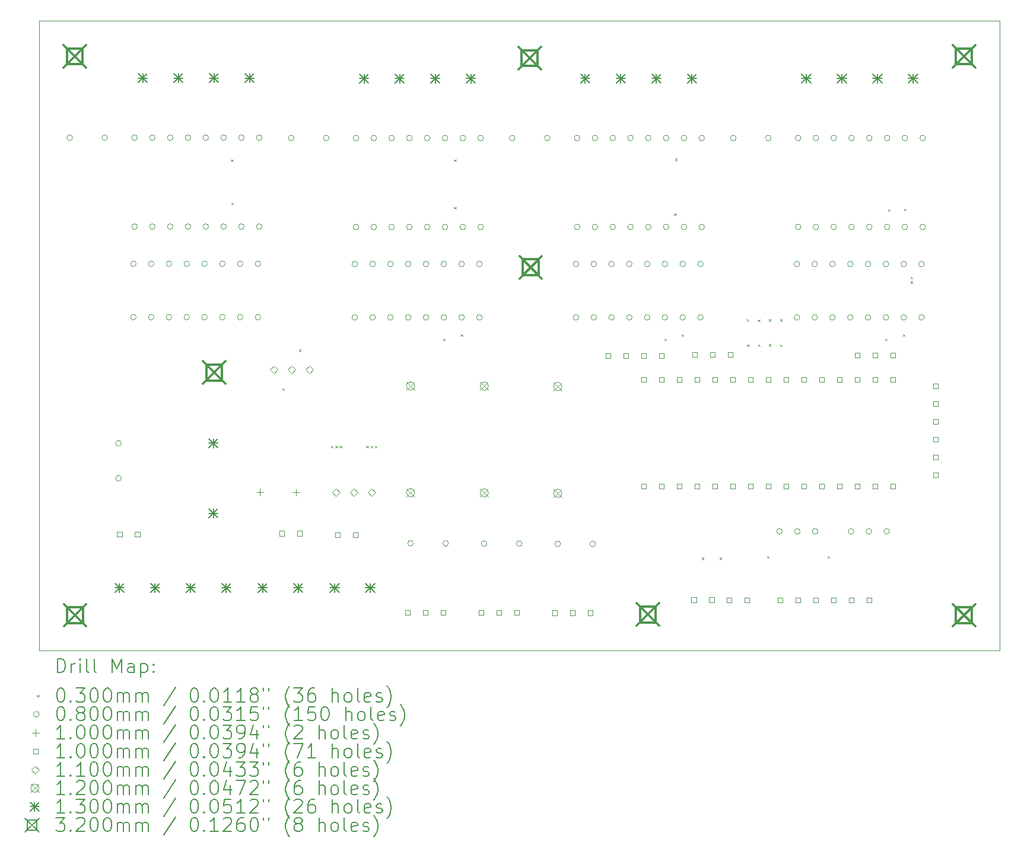
<source format=gbr>
%TF.GenerationSoftware,KiCad,Pcbnew,8.0.8*%
%TF.CreationDate,2025-02-15T21:21:14+01:00*%
%TF.ProjectId,stepperpcb,73746570-7065-4727-9063-622e6b696361,rev?*%
%TF.SameCoordinates,Original*%
%TF.FileFunction,Drillmap*%
%TF.FilePolarity,Positive*%
%FSLAX45Y45*%
G04 Gerber Fmt 4.5, Leading zero omitted, Abs format (unit mm)*
G04 Created by KiCad (PCBNEW 8.0.8) date 2025-02-15 21:21:14*
%MOMM*%
%LPD*%
G01*
G04 APERTURE LIST*
%ADD10C,0.050000*%
%ADD11C,0.200000*%
%ADD12C,0.100000*%
%ADD13C,0.110000*%
%ADD14C,0.120000*%
%ADD15C,0.130000*%
%ADD16C,0.320000*%
G04 APERTURE END LIST*
D10*
X7608840Y-2789710D02*
X21314680Y-2789710D01*
X21314680Y-11786390D01*
X7608840Y-11786390D01*
X7608840Y-2789710D01*
D11*
D12*
X10344560Y-4771920D02*
X10374560Y-4801920D01*
X10374560Y-4771920D02*
X10344560Y-4801920D01*
X10349640Y-5386600D02*
X10379640Y-5416600D01*
X10379640Y-5386600D02*
X10349640Y-5416600D01*
X11076080Y-8038360D02*
X11106080Y-8068360D01*
X11106080Y-8038360D02*
X11076080Y-8068360D01*
X11314840Y-7484640D02*
X11344840Y-7514640D01*
X11344840Y-7484640D02*
X11314840Y-7514640D01*
X11772040Y-8861320D02*
X11802040Y-8891320D01*
X11802040Y-8861320D02*
X11772040Y-8891320D01*
X11833000Y-8861320D02*
X11863000Y-8891320D01*
X11863000Y-8861320D02*
X11833000Y-8891320D01*
X11893960Y-8861320D02*
X11923960Y-8891320D01*
X11923960Y-8861320D02*
X11893960Y-8891320D01*
X12274960Y-8861320D02*
X12304960Y-8891320D01*
X12304960Y-8861320D02*
X12274960Y-8891320D01*
X12335920Y-8861320D02*
X12365920Y-8891320D01*
X12365920Y-8861320D02*
X12335920Y-8891320D01*
X12396880Y-8861320D02*
X12426880Y-8891320D01*
X12426880Y-8861320D02*
X12396880Y-8891320D01*
X13372240Y-7328700D02*
X13402240Y-7358700D01*
X13402240Y-7328700D02*
X13372240Y-7358700D01*
X13528160Y-4771920D02*
X13558160Y-4801920D01*
X13558160Y-4771920D02*
X13528160Y-4801920D01*
X13528160Y-5446440D02*
X13558160Y-5476440D01*
X13558160Y-5446440D02*
X13528160Y-5476440D01*
X13621160Y-7266200D02*
X13651160Y-7296200D01*
X13651160Y-7266200D02*
X13621160Y-7296200D01*
X16526920Y-7328700D02*
X16556920Y-7358700D01*
X16556920Y-7328700D02*
X16526920Y-7358700D01*
X16669160Y-5539000D02*
X16699160Y-5569000D01*
X16699160Y-5539000D02*
X16669160Y-5569000D01*
X16682840Y-4756680D02*
X16712840Y-4786680D01*
X16712840Y-4756680D02*
X16682840Y-4786680D01*
X16775840Y-7266200D02*
X16805840Y-7296200D01*
X16805840Y-7266200D02*
X16775840Y-7296200D01*
X17060300Y-10453900D02*
X17090300Y-10483900D01*
X17090300Y-10453900D02*
X17060300Y-10483900D01*
X17314300Y-10456640D02*
X17344300Y-10486640D01*
X17344300Y-10456640D02*
X17314300Y-10486640D01*
X17700400Y-7052840D02*
X17730400Y-7082840D01*
X17730400Y-7052840D02*
X17700400Y-7082840D01*
X17708020Y-7410980D02*
X17738020Y-7440980D01*
X17738020Y-7410980D02*
X17708020Y-7440980D01*
X17862960Y-7057920D02*
X17892960Y-7087920D01*
X17892960Y-7057920D02*
X17862960Y-7087920D01*
X17865500Y-7410980D02*
X17895500Y-7440980D01*
X17895500Y-7410980D02*
X17865500Y-7440980D01*
X17995020Y-10433580D02*
X18025020Y-10463580D01*
X18025020Y-10433580D02*
X17995020Y-10463580D01*
X18020440Y-7052840D02*
X18050440Y-7082840D01*
X18050440Y-7052840D02*
X18020440Y-7082840D01*
X18020440Y-7408440D02*
X18050440Y-7438440D01*
X18050440Y-7408440D02*
X18020440Y-7438440D01*
X18177920Y-7052840D02*
X18207920Y-7082840D01*
X18207920Y-7052840D02*
X18177920Y-7082840D01*
X18177920Y-7413520D02*
X18207920Y-7443520D01*
X18207920Y-7413520D02*
X18177920Y-7443520D01*
X18858620Y-10433580D02*
X18888620Y-10463580D01*
X18888620Y-10433580D02*
X18858620Y-10463580D01*
X19676520Y-7328700D02*
X19706520Y-7358700D01*
X19706520Y-7328700D02*
X19676520Y-7358700D01*
X19722240Y-5483120D02*
X19752240Y-5513120D01*
X19752240Y-5483120D02*
X19722240Y-5513120D01*
X19930520Y-7266200D02*
X19960520Y-7296200D01*
X19960520Y-7266200D02*
X19930520Y-7296200D01*
X19950840Y-5472960D02*
X19980840Y-5502960D01*
X19980840Y-5472960D02*
X19950840Y-5502960D01*
X20042280Y-6448320D02*
X20072280Y-6478320D01*
X20072280Y-6448320D02*
X20042280Y-6478320D01*
X20042280Y-6509280D02*
X20072280Y-6539280D01*
X20072280Y-6509280D02*
X20042280Y-6539280D01*
X8082720Y-4460720D02*
G75*
G02*
X8002720Y-4460720I-40000J0D01*
G01*
X8002720Y-4460720D02*
G75*
G02*
X8082720Y-4460720I40000J0D01*
G01*
X8582720Y-4460720D02*
G75*
G02*
X8502720Y-4460720I-40000J0D01*
G01*
X8502720Y-4460720D02*
G75*
G02*
X8582720Y-4460720I40000J0D01*
G01*
X8779040Y-8824440D02*
G75*
G02*
X8699040Y-8824440I-40000J0D01*
G01*
X8699040Y-8824440D02*
G75*
G02*
X8779040Y-8824440I40000J0D01*
G01*
X8779040Y-9324440D02*
G75*
G02*
X8699040Y-9324440I-40000J0D01*
G01*
X8699040Y-9324440D02*
G75*
G02*
X8779040Y-9324440I40000J0D01*
G01*
X8991720Y-6260720D02*
G75*
G02*
X8911720Y-6260720I-40000J0D01*
G01*
X8911720Y-6260720D02*
G75*
G02*
X8991720Y-6260720I40000J0D01*
G01*
X8991720Y-7022720D02*
G75*
G02*
X8911720Y-7022720I-40000J0D01*
G01*
X8911720Y-7022720D02*
G75*
G02*
X8991720Y-7022720I40000J0D01*
G01*
X9008720Y-4460720D02*
G75*
G02*
X8928720Y-4460720I-40000J0D01*
G01*
X8928720Y-4460720D02*
G75*
G02*
X9008720Y-4460720I40000J0D01*
G01*
X9008720Y-5730720D02*
G75*
G02*
X8928720Y-5730720I-40000J0D01*
G01*
X8928720Y-5730720D02*
G75*
G02*
X9008720Y-5730720I40000J0D01*
G01*
X9245720Y-6260720D02*
G75*
G02*
X9165720Y-6260720I-40000J0D01*
G01*
X9165720Y-6260720D02*
G75*
G02*
X9245720Y-6260720I40000J0D01*
G01*
X9245720Y-7022720D02*
G75*
G02*
X9165720Y-7022720I-40000J0D01*
G01*
X9165720Y-7022720D02*
G75*
G02*
X9245720Y-7022720I40000J0D01*
G01*
X9262720Y-4460720D02*
G75*
G02*
X9182720Y-4460720I-40000J0D01*
G01*
X9182720Y-4460720D02*
G75*
G02*
X9262720Y-4460720I40000J0D01*
G01*
X9262720Y-5730720D02*
G75*
G02*
X9182720Y-5730720I-40000J0D01*
G01*
X9182720Y-5730720D02*
G75*
G02*
X9262720Y-5730720I40000J0D01*
G01*
X9499720Y-6260720D02*
G75*
G02*
X9419720Y-6260720I-40000J0D01*
G01*
X9419720Y-6260720D02*
G75*
G02*
X9499720Y-6260720I40000J0D01*
G01*
X9499720Y-7022720D02*
G75*
G02*
X9419720Y-7022720I-40000J0D01*
G01*
X9419720Y-7022720D02*
G75*
G02*
X9499720Y-7022720I40000J0D01*
G01*
X9516720Y-4460720D02*
G75*
G02*
X9436720Y-4460720I-40000J0D01*
G01*
X9436720Y-4460720D02*
G75*
G02*
X9516720Y-4460720I40000J0D01*
G01*
X9516720Y-5730720D02*
G75*
G02*
X9436720Y-5730720I-40000J0D01*
G01*
X9436720Y-5730720D02*
G75*
G02*
X9516720Y-5730720I40000J0D01*
G01*
X9753720Y-6260720D02*
G75*
G02*
X9673720Y-6260720I-40000J0D01*
G01*
X9673720Y-6260720D02*
G75*
G02*
X9753720Y-6260720I40000J0D01*
G01*
X9753720Y-7022720D02*
G75*
G02*
X9673720Y-7022720I-40000J0D01*
G01*
X9673720Y-7022720D02*
G75*
G02*
X9753720Y-7022720I40000J0D01*
G01*
X9770720Y-4460720D02*
G75*
G02*
X9690720Y-4460720I-40000J0D01*
G01*
X9690720Y-4460720D02*
G75*
G02*
X9770720Y-4460720I40000J0D01*
G01*
X9770720Y-5730720D02*
G75*
G02*
X9690720Y-5730720I-40000J0D01*
G01*
X9690720Y-5730720D02*
G75*
G02*
X9770720Y-5730720I40000J0D01*
G01*
X10007720Y-6260720D02*
G75*
G02*
X9927720Y-6260720I-40000J0D01*
G01*
X9927720Y-6260720D02*
G75*
G02*
X10007720Y-6260720I40000J0D01*
G01*
X10007720Y-7022720D02*
G75*
G02*
X9927720Y-7022720I-40000J0D01*
G01*
X9927720Y-7022720D02*
G75*
G02*
X10007720Y-7022720I40000J0D01*
G01*
X10024720Y-4460720D02*
G75*
G02*
X9944720Y-4460720I-40000J0D01*
G01*
X9944720Y-4460720D02*
G75*
G02*
X10024720Y-4460720I40000J0D01*
G01*
X10024720Y-5730720D02*
G75*
G02*
X9944720Y-5730720I-40000J0D01*
G01*
X9944720Y-5730720D02*
G75*
G02*
X10024720Y-5730720I40000J0D01*
G01*
X10261720Y-6260720D02*
G75*
G02*
X10181720Y-6260720I-40000J0D01*
G01*
X10181720Y-6260720D02*
G75*
G02*
X10261720Y-6260720I40000J0D01*
G01*
X10261720Y-7022720D02*
G75*
G02*
X10181720Y-7022720I-40000J0D01*
G01*
X10181720Y-7022720D02*
G75*
G02*
X10261720Y-7022720I40000J0D01*
G01*
X10278720Y-4460720D02*
G75*
G02*
X10198720Y-4460720I-40000J0D01*
G01*
X10198720Y-4460720D02*
G75*
G02*
X10278720Y-4460720I40000J0D01*
G01*
X10278720Y-5730720D02*
G75*
G02*
X10198720Y-5730720I-40000J0D01*
G01*
X10198720Y-5730720D02*
G75*
G02*
X10278720Y-5730720I40000J0D01*
G01*
X10515720Y-6260720D02*
G75*
G02*
X10435720Y-6260720I-40000J0D01*
G01*
X10435720Y-6260720D02*
G75*
G02*
X10515720Y-6260720I40000J0D01*
G01*
X10515720Y-7022720D02*
G75*
G02*
X10435720Y-7022720I-40000J0D01*
G01*
X10435720Y-7022720D02*
G75*
G02*
X10515720Y-7022720I40000J0D01*
G01*
X10532720Y-4460720D02*
G75*
G02*
X10452720Y-4460720I-40000J0D01*
G01*
X10452720Y-4460720D02*
G75*
G02*
X10532720Y-4460720I40000J0D01*
G01*
X10532720Y-5730720D02*
G75*
G02*
X10452720Y-5730720I-40000J0D01*
G01*
X10452720Y-5730720D02*
G75*
G02*
X10532720Y-5730720I40000J0D01*
G01*
X10769720Y-6260720D02*
G75*
G02*
X10689720Y-6260720I-40000J0D01*
G01*
X10689720Y-6260720D02*
G75*
G02*
X10769720Y-6260720I40000J0D01*
G01*
X10769720Y-7022720D02*
G75*
G02*
X10689720Y-7022720I-40000J0D01*
G01*
X10689720Y-7022720D02*
G75*
G02*
X10769720Y-7022720I40000J0D01*
G01*
X10786720Y-4460720D02*
G75*
G02*
X10706720Y-4460720I-40000J0D01*
G01*
X10706720Y-4460720D02*
G75*
G02*
X10786720Y-4460720I40000J0D01*
G01*
X10786720Y-5730720D02*
G75*
G02*
X10706720Y-5730720I-40000J0D01*
G01*
X10706720Y-5730720D02*
G75*
G02*
X10786720Y-5730720I40000J0D01*
G01*
X11243160Y-4465200D02*
G75*
G02*
X11163160Y-4465200I-40000J0D01*
G01*
X11163160Y-4465200D02*
G75*
G02*
X11243160Y-4465200I40000J0D01*
G01*
X11743160Y-4465200D02*
G75*
G02*
X11663160Y-4465200I-40000J0D01*
G01*
X11663160Y-4465200D02*
G75*
G02*
X11743160Y-4465200I40000J0D01*
G01*
X12152160Y-6265200D02*
G75*
G02*
X12072160Y-6265200I-40000J0D01*
G01*
X12072160Y-6265200D02*
G75*
G02*
X12152160Y-6265200I40000J0D01*
G01*
X12152160Y-7027200D02*
G75*
G02*
X12072160Y-7027200I-40000J0D01*
G01*
X12072160Y-7027200D02*
G75*
G02*
X12152160Y-7027200I40000J0D01*
G01*
X12169160Y-4465200D02*
G75*
G02*
X12089160Y-4465200I-40000J0D01*
G01*
X12089160Y-4465200D02*
G75*
G02*
X12169160Y-4465200I40000J0D01*
G01*
X12169160Y-5735200D02*
G75*
G02*
X12089160Y-5735200I-40000J0D01*
G01*
X12089160Y-5735200D02*
G75*
G02*
X12169160Y-5735200I40000J0D01*
G01*
X12406160Y-6265200D02*
G75*
G02*
X12326160Y-6265200I-40000J0D01*
G01*
X12326160Y-6265200D02*
G75*
G02*
X12406160Y-6265200I40000J0D01*
G01*
X12406160Y-7027200D02*
G75*
G02*
X12326160Y-7027200I-40000J0D01*
G01*
X12326160Y-7027200D02*
G75*
G02*
X12406160Y-7027200I40000J0D01*
G01*
X12423160Y-4465200D02*
G75*
G02*
X12343160Y-4465200I-40000J0D01*
G01*
X12343160Y-4465200D02*
G75*
G02*
X12423160Y-4465200I40000J0D01*
G01*
X12423160Y-5735200D02*
G75*
G02*
X12343160Y-5735200I-40000J0D01*
G01*
X12343160Y-5735200D02*
G75*
G02*
X12423160Y-5735200I40000J0D01*
G01*
X12660160Y-6265200D02*
G75*
G02*
X12580160Y-6265200I-40000J0D01*
G01*
X12580160Y-6265200D02*
G75*
G02*
X12660160Y-6265200I40000J0D01*
G01*
X12660160Y-7027200D02*
G75*
G02*
X12580160Y-7027200I-40000J0D01*
G01*
X12580160Y-7027200D02*
G75*
G02*
X12660160Y-7027200I40000J0D01*
G01*
X12677160Y-4465200D02*
G75*
G02*
X12597160Y-4465200I-40000J0D01*
G01*
X12597160Y-4465200D02*
G75*
G02*
X12677160Y-4465200I40000J0D01*
G01*
X12677160Y-5735200D02*
G75*
G02*
X12597160Y-5735200I-40000J0D01*
G01*
X12597160Y-5735200D02*
G75*
G02*
X12677160Y-5735200I40000J0D01*
G01*
X12914160Y-6265200D02*
G75*
G02*
X12834160Y-6265200I-40000J0D01*
G01*
X12834160Y-6265200D02*
G75*
G02*
X12914160Y-6265200I40000J0D01*
G01*
X12914160Y-7027200D02*
G75*
G02*
X12834160Y-7027200I-40000J0D01*
G01*
X12834160Y-7027200D02*
G75*
G02*
X12914160Y-7027200I40000J0D01*
G01*
X12931160Y-4465200D02*
G75*
G02*
X12851160Y-4465200I-40000J0D01*
G01*
X12851160Y-4465200D02*
G75*
G02*
X12931160Y-4465200I40000J0D01*
G01*
X12931160Y-5735200D02*
G75*
G02*
X12851160Y-5735200I-40000J0D01*
G01*
X12851160Y-5735200D02*
G75*
G02*
X12931160Y-5735200I40000J0D01*
G01*
X12947840Y-10254080D02*
G75*
G02*
X12867840Y-10254080I-40000J0D01*
G01*
X12867840Y-10254080D02*
G75*
G02*
X12947840Y-10254080I40000J0D01*
G01*
X13168160Y-6265200D02*
G75*
G02*
X13088160Y-6265200I-40000J0D01*
G01*
X13088160Y-6265200D02*
G75*
G02*
X13168160Y-6265200I40000J0D01*
G01*
X13168160Y-7027200D02*
G75*
G02*
X13088160Y-7027200I-40000J0D01*
G01*
X13088160Y-7027200D02*
G75*
G02*
X13168160Y-7027200I40000J0D01*
G01*
X13185160Y-4465200D02*
G75*
G02*
X13105160Y-4465200I-40000J0D01*
G01*
X13105160Y-4465200D02*
G75*
G02*
X13185160Y-4465200I40000J0D01*
G01*
X13185160Y-5735200D02*
G75*
G02*
X13105160Y-5735200I-40000J0D01*
G01*
X13105160Y-5735200D02*
G75*
G02*
X13185160Y-5735200I40000J0D01*
G01*
X13422160Y-6265200D02*
G75*
G02*
X13342160Y-6265200I-40000J0D01*
G01*
X13342160Y-6265200D02*
G75*
G02*
X13422160Y-6265200I40000J0D01*
G01*
X13422160Y-7027200D02*
G75*
G02*
X13342160Y-7027200I-40000J0D01*
G01*
X13342160Y-7027200D02*
G75*
G02*
X13422160Y-7027200I40000J0D01*
G01*
X13439160Y-4465200D02*
G75*
G02*
X13359160Y-4465200I-40000J0D01*
G01*
X13359160Y-4465200D02*
G75*
G02*
X13439160Y-4465200I40000J0D01*
G01*
X13439160Y-5735200D02*
G75*
G02*
X13359160Y-5735200I-40000J0D01*
G01*
X13359160Y-5735200D02*
G75*
G02*
X13439160Y-5735200I40000J0D01*
G01*
X13447840Y-10254080D02*
G75*
G02*
X13367840Y-10254080I-40000J0D01*
G01*
X13367840Y-10254080D02*
G75*
G02*
X13447840Y-10254080I40000J0D01*
G01*
X13676160Y-6265200D02*
G75*
G02*
X13596160Y-6265200I-40000J0D01*
G01*
X13596160Y-6265200D02*
G75*
G02*
X13676160Y-6265200I40000J0D01*
G01*
X13676160Y-7027200D02*
G75*
G02*
X13596160Y-7027200I-40000J0D01*
G01*
X13596160Y-7027200D02*
G75*
G02*
X13676160Y-7027200I40000J0D01*
G01*
X13693160Y-4465200D02*
G75*
G02*
X13613160Y-4465200I-40000J0D01*
G01*
X13613160Y-4465200D02*
G75*
G02*
X13693160Y-4465200I40000J0D01*
G01*
X13693160Y-5735200D02*
G75*
G02*
X13613160Y-5735200I-40000J0D01*
G01*
X13613160Y-5735200D02*
G75*
G02*
X13693160Y-5735200I40000J0D01*
G01*
X13930160Y-6265200D02*
G75*
G02*
X13850160Y-6265200I-40000J0D01*
G01*
X13850160Y-6265200D02*
G75*
G02*
X13930160Y-6265200I40000J0D01*
G01*
X13930160Y-7027200D02*
G75*
G02*
X13850160Y-7027200I-40000J0D01*
G01*
X13850160Y-7027200D02*
G75*
G02*
X13930160Y-7027200I40000J0D01*
G01*
X13947160Y-4465200D02*
G75*
G02*
X13867160Y-4465200I-40000J0D01*
G01*
X13867160Y-4465200D02*
G75*
G02*
X13947160Y-4465200I40000J0D01*
G01*
X13947160Y-5735200D02*
G75*
G02*
X13867160Y-5735200I-40000J0D01*
G01*
X13867160Y-5735200D02*
G75*
G02*
X13947160Y-5735200I40000J0D01*
G01*
X13998560Y-10256440D02*
G75*
G02*
X13918560Y-10256440I-40000J0D01*
G01*
X13918560Y-10256440D02*
G75*
G02*
X13998560Y-10256440I40000J0D01*
G01*
X14397840Y-4465200D02*
G75*
G02*
X14317840Y-4465200I-40000J0D01*
G01*
X14317840Y-4465200D02*
G75*
G02*
X14397840Y-4465200I40000J0D01*
G01*
X14498560Y-10256440D02*
G75*
G02*
X14418560Y-10256440I-40000J0D01*
G01*
X14418560Y-10256440D02*
G75*
G02*
X14498560Y-10256440I40000J0D01*
G01*
X14897840Y-4465200D02*
G75*
G02*
X14817840Y-4465200I-40000J0D01*
G01*
X14817840Y-4465200D02*
G75*
G02*
X14897840Y-4465200I40000J0D01*
G01*
X15047760Y-10261700D02*
G75*
G02*
X14967760Y-10261700I-40000J0D01*
G01*
X14967760Y-10261700D02*
G75*
G02*
X15047760Y-10261700I40000J0D01*
G01*
X15306840Y-6265200D02*
G75*
G02*
X15226840Y-6265200I-40000J0D01*
G01*
X15226840Y-6265200D02*
G75*
G02*
X15306840Y-6265200I40000J0D01*
G01*
X15306840Y-7027200D02*
G75*
G02*
X15226840Y-7027200I-40000J0D01*
G01*
X15226840Y-7027200D02*
G75*
G02*
X15306840Y-7027200I40000J0D01*
G01*
X15323840Y-4465200D02*
G75*
G02*
X15243840Y-4465200I-40000J0D01*
G01*
X15243840Y-4465200D02*
G75*
G02*
X15323840Y-4465200I40000J0D01*
G01*
X15323840Y-5735200D02*
G75*
G02*
X15243840Y-5735200I-40000J0D01*
G01*
X15243840Y-5735200D02*
G75*
G02*
X15323840Y-5735200I40000J0D01*
G01*
X15547760Y-10261700D02*
G75*
G02*
X15467760Y-10261700I-40000J0D01*
G01*
X15467760Y-10261700D02*
G75*
G02*
X15547760Y-10261700I40000J0D01*
G01*
X15560840Y-6265200D02*
G75*
G02*
X15480840Y-6265200I-40000J0D01*
G01*
X15480840Y-6265200D02*
G75*
G02*
X15560840Y-6265200I40000J0D01*
G01*
X15560840Y-7027200D02*
G75*
G02*
X15480840Y-7027200I-40000J0D01*
G01*
X15480840Y-7027200D02*
G75*
G02*
X15560840Y-7027200I40000J0D01*
G01*
X15577840Y-4465200D02*
G75*
G02*
X15497840Y-4465200I-40000J0D01*
G01*
X15497840Y-4465200D02*
G75*
G02*
X15577840Y-4465200I40000J0D01*
G01*
X15577840Y-5735200D02*
G75*
G02*
X15497840Y-5735200I-40000J0D01*
G01*
X15497840Y-5735200D02*
G75*
G02*
X15577840Y-5735200I40000J0D01*
G01*
X15814840Y-6265200D02*
G75*
G02*
X15734840Y-6265200I-40000J0D01*
G01*
X15734840Y-6265200D02*
G75*
G02*
X15814840Y-6265200I40000J0D01*
G01*
X15814840Y-7027200D02*
G75*
G02*
X15734840Y-7027200I-40000J0D01*
G01*
X15734840Y-7027200D02*
G75*
G02*
X15814840Y-7027200I40000J0D01*
G01*
X15831840Y-4465200D02*
G75*
G02*
X15751840Y-4465200I-40000J0D01*
G01*
X15751840Y-4465200D02*
G75*
G02*
X15831840Y-4465200I40000J0D01*
G01*
X15831840Y-5735200D02*
G75*
G02*
X15751840Y-5735200I-40000J0D01*
G01*
X15751840Y-5735200D02*
G75*
G02*
X15831840Y-5735200I40000J0D01*
G01*
X16068840Y-6265200D02*
G75*
G02*
X15988840Y-6265200I-40000J0D01*
G01*
X15988840Y-6265200D02*
G75*
G02*
X16068840Y-6265200I40000J0D01*
G01*
X16068840Y-7027200D02*
G75*
G02*
X15988840Y-7027200I-40000J0D01*
G01*
X15988840Y-7027200D02*
G75*
G02*
X16068840Y-7027200I40000J0D01*
G01*
X16085840Y-4465200D02*
G75*
G02*
X16005840Y-4465200I-40000J0D01*
G01*
X16005840Y-4465200D02*
G75*
G02*
X16085840Y-4465200I40000J0D01*
G01*
X16085840Y-5735200D02*
G75*
G02*
X16005840Y-5735200I-40000J0D01*
G01*
X16005840Y-5735200D02*
G75*
G02*
X16085840Y-5735200I40000J0D01*
G01*
X16322840Y-6265200D02*
G75*
G02*
X16242840Y-6265200I-40000J0D01*
G01*
X16242840Y-6265200D02*
G75*
G02*
X16322840Y-6265200I40000J0D01*
G01*
X16322840Y-7027200D02*
G75*
G02*
X16242840Y-7027200I-40000J0D01*
G01*
X16242840Y-7027200D02*
G75*
G02*
X16322840Y-7027200I40000J0D01*
G01*
X16339840Y-4465200D02*
G75*
G02*
X16259840Y-4465200I-40000J0D01*
G01*
X16259840Y-4465200D02*
G75*
G02*
X16339840Y-4465200I40000J0D01*
G01*
X16339840Y-5735200D02*
G75*
G02*
X16259840Y-5735200I-40000J0D01*
G01*
X16259840Y-5735200D02*
G75*
G02*
X16339840Y-5735200I40000J0D01*
G01*
X16576840Y-6265200D02*
G75*
G02*
X16496840Y-6265200I-40000J0D01*
G01*
X16496840Y-6265200D02*
G75*
G02*
X16576840Y-6265200I40000J0D01*
G01*
X16576840Y-7027200D02*
G75*
G02*
X16496840Y-7027200I-40000J0D01*
G01*
X16496840Y-7027200D02*
G75*
G02*
X16576840Y-7027200I40000J0D01*
G01*
X16593840Y-4465200D02*
G75*
G02*
X16513840Y-4465200I-40000J0D01*
G01*
X16513840Y-4465200D02*
G75*
G02*
X16593840Y-4465200I40000J0D01*
G01*
X16593840Y-5735200D02*
G75*
G02*
X16513840Y-5735200I-40000J0D01*
G01*
X16513840Y-5735200D02*
G75*
G02*
X16593840Y-5735200I40000J0D01*
G01*
X16830840Y-6265200D02*
G75*
G02*
X16750840Y-6265200I-40000J0D01*
G01*
X16750840Y-6265200D02*
G75*
G02*
X16830840Y-6265200I40000J0D01*
G01*
X16830840Y-7027200D02*
G75*
G02*
X16750840Y-7027200I-40000J0D01*
G01*
X16750840Y-7027200D02*
G75*
G02*
X16830840Y-7027200I40000J0D01*
G01*
X16847840Y-4465200D02*
G75*
G02*
X16767840Y-4465200I-40000J0D01*
G01*
X16767840Y-4465200D02*
G75*
G02*
X16847840Y-4465200I40000J0D01*
G01*
X16847840Y-5735200D02*
G75*
G02*
X16767840Y-5735200I-40000J0D01*
G01*
X16767840Y-5735200D02*
G75*
G02*
X16847840Y-5735200I40000J0D01*
G01*
X17084840Y-6265200D02*
G75*
G02*
X17004840Y-6265200I-40000J0D01*
G01*
X17004840Y-6265200D02*
G75*
G02*
X17084840Y-6265200I40000J0D01*
G01*
X17084840Y-7027200D02*
G75*
G02*
X17004840Y-7027200I-40000J0D01*
G01*
X17004840Y-7027200D02*
G75*
G02*
X17084840Y-7027200I40000J0D01*
G01*
X17101840Y-4465200D02*
G75*
G02*
X17021840Y-4465200I-40000J0D01*
G01*
X17021840Y-4465200D02*
G75*
G02*
X17101840Y-4465200I40000J0D01*
G01*
X17101840Y-5735200D02*
G75*
G02*
X17021840Y-5735200I-40000J0D01*
G01*
X17021840Y-5735200D02*
G75*
G02*
X17101840Y-5735200I40000J0D01*
G01*
X17552520Y-4465200D02*
G75*
G02*
X17472520Y-4465200I-40000J0D01*
G01*
X17472520Y-4465200D02*
G75*
G02*
X17552520Y-4465200I40000J0D01*
G01*
X18052520Y-4465200D02*
G75*
G02*
X17972520Y-4465200I-40000J0D01*
G01*
X17972520Y-4465200D02*
G75*
G02*
X18052520Y-4465200I40000J0D01*
G01*
X18212580Y-10082820D02*
G75*
G02*
X18132580Y-10082820I-40000J0D01*
G01*
X18132580Y-10082820D02*
G75*
G02*
X18212580Y-10082820I40000J0D01*
G01*
X18461520Y-6265200D02*
G75*
G02*
X18381520Y-6265200I-40000J0D01*
G01*
X18381520Y-6265200D02*
G75*
G02*
X18461520Y-6265200I40000J0D01*
G01*
X18461520Y-7027200D02*
G75*
G02*
X18381520Y-7027200I-40000J0D01*
G01*
X18381520Y-7027200D02*
G75*
G02*
X18461520Y-7027200I40000J0D01*
G01*
X18466580Y-10082820D02*
G75*
G02*
X18386580Y-10082820I-40000J0D01*
G01*
X18386580Y-10082820D02*
G75*
G02*
X18466580Y-10082820I40000J0D01*
G01*
X18478520Y-4465200D02*
G75*
G02*
X18398520Y-4465200I-40000J0D01*
G01*
X18398520Y-4465200D02*
G75*
G02*
X18478520Y-4465200I40000J0D01*
G01*
X18478520Y-5735200D02*
G75*
G02*
X18398520Y-5735200I-40000J0D01*
G01*
X18398520Y-5735200D02*
G75*
G02*
X18478520Y-5735200I40000J0D01*
G01*
X18715520Y-6265200D02*
G75*
G02*
X18635520Y-6265200I-40000J0D01*
G01*
X18635520Y-6265200D02*
G75*
G02*
X18715520Y-6265200I40000J0D01*
G01*
X18715520Y-7027200D02*
G75*
G02*
X18635520Y-7027200I-40000J0D01*
G01*
X18635520Y-7027200D02*
G75*
G02*
X18715520Y-7027200I40000J0D01*
G01*
X18720580Y-10082820D02*
G75*
G02*
X18640580Y-10082820I-40000J0D01*
G01*
X18640580Y-10082820D02*
G75*
G02*
X18720580Y-10082820I40000J0D01*
G01*
X18732520Y-4465200D02*
G75*
G02*
X18652520Y-4465200I-40000J0D01*
G01*
X18652520Y-4465200D02*
G75*
G02*
X18732520Y-4465200I40000J0D01*
G01*
X18732520Y-5735200D02*
G75*
G02*
X18652520Y-5735200I-40000J0D01*
G01*
X18652520Y-5735200D02*
G75*
G02*
X18732520Y-5735200I40000J0D01*
G01*
X18969520Y-6265200D02*
G75*
G02*
X18889520Y-6265200I-40000J0D01*
G01*
X18889520Y-6265200D02*
G75*
G02*
X18969520Y-6265200I40000J0D01*
G01*
X18969520Y-7027200D02*
G75*
G02*
X18889520Y-7027200I-40000J0D01*
G01*
X18889520Y-7027200D02*
G75*
G02*
X18969520Y-7027200I40000J0D01*
G01*
X18986520Y-4465200D02*
G75*
G02*
X18906520Y-4465200I-40000J0D01*
G01*
X18906520Y-4465200D02*
G75*
G02*
X18986520Y-4465200I40000J0D01*
G01*
X18986520Y-5735200D02*
G75*
G02*
X18906520Y-5735200I-40000J0D01*
G01*
X18906520Y-5735200D02*
G75*
G02*
X18986520Y-5735200I40000J0D01*
G01*
X19223520Y-6265200D02*
G75*
G02*
X19143520Y-6265200I-40000J0D01*
G01*
X19143520Y-6265200D02*
G75*
G02*
X19223520Y-6265200I40000J0D01*
G01*
X19223520Y-7027200D02*
G75*
G02*
X19143520Y-7027200I-40000J0D01*
G01*
X19143520Y-7027200D02*
G75*
G02*
X19223520Y-7027200I40000J0D01*
G01*
X19233660Y-10082820D02*
G75*
G02*
X19153660Y-10082820I-40000J0D01*
G01*
X19153660Y-10082820D02*
G75*
G02*
X19233660Y-10082820I40000J0D01*
G01*
X19240520Y-4465200D02*
G75*
G02*
X19160520Y-4465200I-40000J0D01*
G01*
X19160520Y-4465200D02*
G75*
G02*
X19240520Y-4465200I40000J0D01*
G01*
X19240520Y-5735200D02*
G75*
G02*
X19160520Y-5735200I-40000J0D01*
G01*
X19160520Y-5735200D02*
G75*
G02*
X19240520Y-5735200I40000J0D01*
G01*
X19477520Y-6265200D02*
G75*
G02*
X19397520Y-6265200I-40000J0D01*
G01*
X19397520Y-6265200D02*
G75*
G02*
X19477520Y-6265200I40000J0D01*
G01*
X19477520Y-7027200D02*
G75*
G02*
X19397520Y-7027200I-40000J0D01*
G01*
X19397520Y-7027200D02*
G75*
G02*
X19477520Y-7027200I40000J0D01*
G01*
X19487660Y-10082820D02*
G75*
G02*
X19407660Y-10082820I-40000J0D01*
G01*
X19407660Y-10082820D02*
G75*
G02*
X19487660Y-10082820I40000J0D01*
G01*
X19494520Y-4465200D02*
G75*
G02*
X19414520Y-4465200I-40000J0D01*
G01*
X19414520Y-4465200D02*
G75*
G02*
X19494520Y-4465200I40000J0D01*
G01*
X19494520Y-5735200D02*
G75*
G02*
X19414520Y-5735200I-40000J0D01*
G01*
X19414520Y-5735200D02*
G75*
G02*
X19494520Y-5735200I40000J0D01*
G01*
X19731520Y-6265200D02*
G75*
G02*
X19651520Y-6265200I-40000J0D01*
G01*
X19651520Y-6265200D02*
G75*
G02*
X19731520Y-6265200I40000J0D01*
G01*
X19731520Y-7027200D02*
G75*
G02*
X19651520Y-7027200I-40000J0D01*
G01*
X19651520Y-7027200D02*
G75*
G02*
X19731520Y-7027200I40000J0D01*
G01*
X19741660Y-10082820D02*
G75*
G02*
X19661660Y-10082820I-40000J0D01*
G01*
X19661660Y-10082820D02*
G75*
G02*
X19741660Y-10082820I40000J0D01*
G01*
X19748520Y-4465200D02*
G75*
G02*
X19668520Y-4465200I-40000J0D01*
G01*
X19668520Y-4465200D02*
G75*
G02*
X19748520Y-4465200I40000J0D01*
G01*
X19748520Y-5735200D02*
G75*
G02*
X19668520Y-5735200I-40000J0D01*
G01*
X19668520Y-5735200D02*
G75*
G02*
X19748520Y-5735200I40000J0D01*
G01*
X19985520Y-6265200D02*
G75*
G02*
X19905520Y-6265200I-40000J0D01*
G01*
X19905520Y-6265200D02*
G75*
G02*
X19985520Y-6265200I40000J0D01*
G01*
X19985520Y-7027200D02*
G75*
G02*
X19905520Y-7027200I-40000J0D01*
G01*
X19905520Y-7027200D02*
G75*
G02*
X19985520Y-7027200I40000J0D01*
G01*
X20002520Y-4465200D02*
G75*
G02*
X19922520Y-4465200I-40000J0D01*
G01*
X19922520Y-4465200D02*
G75*
G02*
X20002520Y-4465200I40000J0D01*
G01*
X20002520Y-5735200D02*
G75*
G02*
X19922520Y-5735200I-40000J0D01*
G01*
X19922520Y-5735200D02*
G75*
G02*
X20002520Y-5735200I40000J0D01*
G01*
X20239520Y-6265200D02*
G75*
G02*
X20159520Y-6265200I-40000J0D01*
G01*
X20159520Y-6265200D02*
G75*
G02*
X20239520Y-6265200I40000J0D01*
G01*
X20239520Y-7027200D02*
G75*
G02*
X20159520Y-7027200I-40000J0D01*
G01*
X20159520Y-7027200D02*
G75*
G02*
X20239520Y-7027200I40000J0D01*
G01*
X20256520Y-4465200D02*
G75*
G02*
X20176520Y-4465200I-40000J0D01*
G01*
X20176520Y-4465200D02*
G75*
G02*
X20256520Y-4465200I40000J0D01*
G01*
X20256520Y-5735200D02*
G75*
G02*
X20176520Y-5735200I-40000J0D01*
G01*
X20176520Y-5735200D02*
G75*
G02*
X20256520Y-5735200I40000J0D01*
G01*
X10760880Y-9471480D02*
X10760880Y-9571480D01*
X10710880Y-9521480D02*
X10810880Y-9521480D01*
X11273960Y-9476560D02*
X11273960Y-9576560D01*
X11223960Y-9526560D02*
X11323960Y-9526560D01*
X8789636Y-10157356D02*
X8789636Y-10086644D01*
X8718924Y-10086644D01*
X8718924Y-10157356D01*
X8789636Y-10157356D01*
X9043636Y-10157356D02*
X9043636Y-10086644D01*
X8972924Y-10086644D01*
X8972924Y-10157356D01*
X9043636Y-10157356D01*
X11106116Y-10146116D02*
X11106116Y-10075404D01*
X11035404Y-10075404D01*
X11035404Y-10146116D01*
X11106116Y-10146116D01*
X11360116Y-10146116D02*
X11360116Y-10075404D01*
X11289404Y-10075404D01*
X11289404Y-10146116D01*
X11360116Y-10146116D01*
X11898596Y-10166436D02*
X11898596Y-10095724D01*
X11827884Y-10095724D01*
X11827884Y-10166436D01*
X11898596Y-10166436D01*
X12152596Y-10166436D02*
X12152596Y-10095724D01*
X12081884Y-10095724D01*
X12081884Y-10166436D01*
X12152596Y-10166436D01*
X12900196Y-11273936D02*
X12900196Y-11203224D01*
X12829484Y-11203224D01*
X12829484Y-11273936D01*
X12900196Y-11273936D01*
X13154196Y-11273936D02*
X13154196Y-11203224D01*
X13083484Y-11203224D01*
X13083484Y-11273936D01*
X13154196Y-11273936D01*
X13408196Y-11273936D02*
X13408196Y-11203224D01*
X13337484Y-11203224D01*
X13337484Y-11273936D01*
X13408196Y-11273936D01*
X13950916Y-11276296D02*
X13950916Y-11205584D01*
X13880204Y-11205584D01*
X13880204Y-11276296D01*
X13950916Y-11276296D01*
X14204916Y-11276296D02*
X14204916Y-11205584D01*
X14134204Y-11205584D01*
X14134204Y-11276296D01*
X14204916Y-11276296D01*
X14458916Y-11276296D02*
X14458916Y-11205584D01*
X14388204Y-11205584D01*
X14388204Y-11276296D01*
X14458916Y-11276296D01*
X15000116Y-11281556D02*
X15000116Y-11210844D01*
X14929404Y-11210844D01*
X14929404Y-11281556D01*
X15000116Y-11281556D01*
X15254116Y-11281556D02*
X15254116Y-11210844D01*
X15183404Y-11210844D01*
X15183404Y-11281556D01*
X15254116Y-11281556D01*
X15508116Y-11281556D02*
X15508116Y-11210844D01*
X15437404Y-11210844D01*
X15437404Y-11281556D01*
X15508116Y-11281556D01*
X15764476Y-7611196D02*
X15764476Y-7540484D01*
X15693764Y-7540484D01*
X15693764Y-7611196D01*
X15764476Y-7611196D01*
X16018476Y-7611196D02*
X16018476Y-7540484D01*
X15947764Y-7540484D01*
X15947764Y-7611196D01*
X16018476Y-7611196D01*
X16272476Y-7611196D02*
X16272476Y-7540484D01*
X16201764Y-7540484D01*
X16201764Y-7611196D01*
X16272476Y-7611196D01*
X16272476Y-7951556D02*
X16272476Y-7880844D01*
X16201764Y-7880844D01*
X16201764Y-7951556D01*
X16272476Y-7951556D01*
X16272476Y-9475556D02*
X16272476Y-9404844D01*
X16201764Y-9404844D01*
X16201764Y-9475556D01*
X16272476Y-9475556D01*
X16526476Y-7611196D02*
X16526476Y-7540484D01*
X16455764Y-7540484D01*
X16455764Y-7611196D01*
X16526476Y-7611196D01*
X16526476Y-7951556D02*
X16526476Y-7880844D01*
X16455764Y-7880844D01*
X16455764Y-7951556D01*
X16526476Y-7951556D01*
X16526476Y-9475556D02*
X16526476Y-9404844D01*
X16455764Y-9404844D01*
X16455764Y-9475556D01*
X16526476Y-9475556D01*
X16780476Y-7951556D02*
X16780476Y-7880844D01*
X16709764Y-7880844D01*
X16709764Y-7951556D01*
X16780476Y-7951556D01*
X16780476Y-9475556D02*
X16780476Y-9404844D01*
X16709764Y-9404844D01*
X16709764Y-9475556D01*
X16780476Y-9475556D01*
X16986276Y-11094296D02*
X16986276Y-11023584D01*
X16915564Y-11023584D01*
X16915564Y-11094296D01*
X16986276Y-11094296D01*
X16998916Y-7590876D02*
X16998916Y-7520164D01*
X16928204Y-7520164D01*
X16928204Y-7590876D01*
X16998916Y-7590876D01*
X17034476Y-7951556D02*
X17034476Y-7880844D01*
X16963764Y-7880844D01*
X16963764Y-7951556D01*
X17034476Y-7951556D01*
X17034476Y-9475556D02*
X17034476Y-9404844D01*
X16963764Y-9404844D01*
X16963764Y-9475556D01*
X17034476Y-9475556D01*
X17240276Y-11094296D02*
X17240276Y-11023584D01*
X17169564Y-11023584D01*
X17169564Y-11094296D01*
X17240276Y-11094296D01*
X17252916Y-7590876D02*
X17252916Y-7520164D01*
X17182204Y-7520164D01*
X17182204Y-7590876D01*
X17252916Y-7590876D01*
X17288476Y-7951556D02*
X17288476Y-7880844D01*
X17217764Y-7880844D01*
X17217764Y-7951556D01*
X17288476Y-7951556D01*
X17288476Y-9475556D02*
X17288476Y-9404844D01*
X17217764Y-9404844D01*
X17217764Y-9475556D01*
X17288476Y-9475556D01*
X17491676Y-11096076D02*
X17491676Y-11025364D01*
X17420964Y-11025364D01*
X17420964Y-11096076D01*
X17491676Y-11096076D01*
X17506916Y-7590876D02*
X17506916Y-7520164D01*
X17436204Y-7520164D01*
X17436204Y-7590876D01*
X17506916Y-7590876D01*
X17542476Y-7951556D02*
X17542476Y-7880844D01*
X17471764Y-7880844D01*
X17471764Y-7951556D01*
X17542476Y-7951556D01*
X17542476Y-9475556D02*
X17542476Y-9404844D01*
X17471764Y-9404844D01*
X17471764Y-9475556D01*
X17542476Y-9475556D01*
X17745676Y-11096076D02*
X17745676Y-11025364D01*
X17674964Y-11025364D01*
X17674964Y-11096076D01*
X17745676Y-11096076D01*
X17796476Y-7951556D02*
X17796476Y-7880844D01*
X17725764Y-7880844D01*
X17725764Y-7951556D01*
X17796476Y-7951556D01*
X17796476Y-9475556D02*
X17796476Y-9404844D01*
X17725764Y-9404844D01*
X17725764Y-9475556D01*
X17796476Y-9475556D01*
X18050476Y-7951556D02*
X18050476Y-7880844D01*
X17979764Y-7880844D01*
X17979764Y-7951556D01*
X18050476Y-7951556D01*
X18050476Y-9475556D02*
X18050476Y-9404844D01*
X17979764Y-9404844D01*
X17979764Y-9475556D01*
X18050476Y-9475556D01*
X18215596Y-11098696D02*
X18215596Y-11027984D01*
X18144884Y-11027984D01*
X18144884Y-11098696D01*
X18215596Y-11098696D01*
X18304476Y-7951556D02*
X18304476Y-7880844D01*
X18233764Y-7880844D01*
X18233764Y-7951556D01*
X18304476Y-7951556D01*
X18304476Y-9475556D02*
X18304476Y-9404844D01*
X18233764Y-9404844D01*
X18233764Y-9475556D01*
X18304476Y-9475556D01*
X18469596Y-11098696D02*
X18469596Y-11027984D01*
X18398884Y-11027984D01*
X18398884Y-11098696D01*
X18469596Y-11098696D01*
X18558476Y-7951556D02*
X18558476Y-7880844D01*
X18487764Y-7880844D01*
X18487764Y-7951556D01*
X18558476Y-7951556D01*
X18558476Y-9475556D02*
X18558476Y-9404844D01*
X18487764Y-9404844D01*
X18487764Y-9475556D01*
X18558476Y-9475556D01*
X18723596Y-11098696D02*
X18723596Y-11027984D01*
X18652884Y-11027984D01*
X18652884Y-11098696D01*
X18723596Y-11098696D01*
X18812476Y-7951556D02*
X18812476Y-7880844D01*
X18741764Y-7880844D01*
X18741764Y-7951556D01*
X18812476Y-7951556D01*
X18812476Y-9475556D02*
X18812476Y-9404844D01*
X18741764Y-9404844D01*
X18741764Y-9475556D01*
X18812476Y-9475556D01*
X18980116Y-11101156D02*
X18980116Y-11030444D01*
X18909404Y-11030444D01*
X18909404Y-11101156D01*
X18980116Y-11101156D01*
X19066476Y-7951556D02*
X19066476Y-7880844D01*
X18995764Y-7880844D01*
X18995764Y-7951556D01*
X19066476Y-7951556D01*
X19066476Y-9475556D02*
X19066476Y-9404844D01*
X18995764Y-9404844D01*
X18995764Y-9475556D01*
X19066476Y-9475556D01*
X19234116Y-11101156D02*
X19234116Y-11030444D01*
X19163404Y-11030444D01*
X19163404Y-11101156D01*
X19234116Y-11101156D01*
X19320476Y-7601036D02*
X19320476Y-7530324D01*
X19249764Y-7530324D01*
X19249764Y-7601036D01*
X19320476Y-7601036D01*
X19320476Y-7951556D02*
X19320476Y-7880844D01*
X19249764Y-7880844D01*
X19249764Y-7951556D01*
X19320476Y-7951556D01*
X19320476Y-9475556D02*
X19320476Y-9404844D01*
X19249764Y-9404844D01*
X19249764Y-9475556D01*
X19320476Y-9475556D01*
X19488116Y-11101156D02*
X19488116Y-11030444D01*
X19417404Y-11030444D01*
X19417404Y-11101156D01*
X19488116Y-11101156D01*
X19574476Y-7601036D02*
X19574476Y-7530324D01*
X19503764Y-7530324D01*
X19503764Y-7601036D01*
X19574476Y-7601036D01*
X19574476Y-7951556D02*
X19574476Y-7880844D01*
X19503764Y-7880844D01*
X19503764Y-7951556D01*
X19574476Y-7951556D01*
X19574476Y-9475556D02*
X19574476Y-9404844D01*
X19503764Y-9404844D01*
X19503764Y-9475556D01*
X19574476Y-9475556D01*
X19828476Y-7601036D02*
X19828476Y-7530324D01*
X19757764Y-7530324D01*
X19757764Y-7601036D01*
X19828476Y-7601036D01*
X19828476Y-7951556D02*
X19828476Y-7880844D01*
X19757764Y-7880844D01*
X19757764Y-7951556D01*
X19828476Y-7951556D01*
X19828476Y-9475556D02*
X19828476Y-9404844D01*
X19757764Y-9404844D01*
X19757764Y-9475556D01*
X19828476Y-9475556D01*
X20432996Y-8040376D02*
X20432996Y-7969664D01*
X20362284Y-7969664D01*
X20362284Y-8040376D01*
X20432996Y-8040376D01*
X20432996Y-8294376D02*
X20432996Y-8223664D01*
X20362284Y-8223664D01*
X20362284Y-8294376D01*
X20432996Y-8294376D01*
X20432996Y-8548376D02*
X20432996Y-8477664D01*
X20362284Y-8477664D01*
X20362284Y-8548376D01*
X20432996Y-8548376D01*
X20432996Y-8802376D02*
X20432996Y-8731664D01*
X20362284Y-8731664D01*
X20362284Y-8802376D01*
X20432996Y-8802376D01*
X20432996Y-9056376D02*
X20432996Y-8985664D01*
X20362284Y-8985664D01*
X20362284Y-9056376D01*
X20432996Y-9056376D01*
X20432996Y-9310376D02*
X20432996Y-9239664D01*
X20362284Y-9239664D01*
X20362284Y-9310376D01*
X20432996Y-9310376D01*
D13*
X10956540Y-7828960D02*
X11011540Y-7773960D01*
X10956540Y-7718960D01*
X10901540Y-7773960D01*
X10956540Y-7828960D01*
X11210540Y-7828960D02*
X11265540Y-7773960D01*
X11210540Y-7718960D01*
X11155540Y-7773960D01*
X11210540Y-7828960D01*
X11464540Y-7828960D02*
X11519540Y-7773960D01*
X11464540Y-7718960D01*
X11409540Y-7773960D01*
X11464540Y-7828960D01*
X11842920Y-9581560D02*
X11897920Y-9526560D01*
X11842920Y-9471560D01*
X11787920Y-9526560D01*
X11842920Y-9581560D01*
X12096920Y-9581560D02*
X12151920Y-9526560D01*
X12096920Y-9471560D01*
X12041920Y-9526560D01*
X12096920Y-9581560D01*
X12350920Y-9581560D02*
X12405920Y-9526560D01*
X12350920Y-9471560D01*
X12295920Y-9526560D01*
X12350920Y-9581560D01*
D14*
X12847840Y-7946180D02*
X12967840Y-8066180D01*
X12967840Y-7946180D02*
X12847840Y-8066180D01*
X12967840Y-8006180D02*
G75*
G02*
X12847840Y-8006180I-60000J0D01*
G01*
X12847840Y-8006180D02*
G75*
G02*
X12967840Y-8006180I60000J0D01*
G01*
X12847840Y-9470180D02*
X12967840Y-9590180D01*
X12967840Y-9470180D02*
X12847840Y-9590180D01*
X12967840Y-9530180D02*
G75*
G02*
X12847840Y-9530180I-60000J0D01*
G01*
X12847840Y-9530180D02*
G75*
G02*
X12967840Y-9530180I60000J0D01*
G01*
X13898560Y-7948540D02*
X14018560Y-8068540D01*
X14018560Y-7948540D02*
X13898560Y-8068540D01*
X14018560Y-8008540D02*
G75*
G02*
X13898560Y-8008540I-60000J0D01*
G01*
X13898560Y-8008540D02*
G75*
G02*
X14018560Y-8008540I60000J0D01*
G01*
X13898560Y-9472540D02*
X14018560Y-9592540D01*
X14018560Y-9472540D02*
X13898560Y-9592540D01*
X14018560Y-9532540D02*
G75*
G02*
X13898560Y-9532540I-60000J0D01*
G01*
X13898560Y-9532540D02*
G75*
G02*
X14018560Y-9532540I60000J0D01*
G01*
X14947760Y-7953800D02*
X15067760Y-8073800D01*
X15067760Y-7953800D02*
X14947760Y-8073800D01*
X15067760Y-8013800D02*
G75*
G02*
X14947760Y-8013800I-60000J0D01*
G01*
X14947760Y-8013800D02*
G75*
G02*
X15067760Y-8013800I60000J0D01*
G01*
X14947760Y-9477800D02*
X15067760Y-9597800D01*
X15067760Y-9477800D02*
X14947760Y-9597800D01*
X15067760Y-9537800D02*
G75*
G02*
X14947760Y-9537800I-60000J0D01*
G01*
X14947760Y-9537800D02*
G75*
G02*
X15067760Y-9537800I60000J0D01*
G01*
D15*
X8689280Y-10824080D02*
X8819280Y-10954080D01*
X8819280Y-10824080D02*
X8689280Y-10954080D01*
X8754280Y-10824080D02*
X8754280Y-10954080D01*
X8689280Y-10889080D02*
X8819280Y-10889080D01*
X9019720Y-3545720D02*
X9149720Y-3675720D01*
X9149720Y-3545720D02*
X9019720Y-3675720D01*
X9084720Y-3545720D02*
X9084720Y-3675720D01*
X9019720Y-3610720D02*
X9149720Y-3610720D01*
X9197280Y-10824080D02*
X9327280Y-10954080D01*
X9327280Y-10824080D02*
X9197280Y-10954080D01*
X9262280Y-10824080D02*
X9262280Y-10954080D01*
X9197280Y-10889080D02*
X9327280Y-10889080D01*
X9527720Y-3545720D02*
X9657720Y-3675720D01*
X9657720Y-3545720D02*
X9527720Y-3675720D01*
X9592720Y-3545720D02*
X9592720Y-3675720D01*
X9527720Y-3610720D02*
X9657720Y-3610720D01*
X9705280Y-10824080D02*
X9835280Y-10954080D01*
X9835280Y-10824080D02*
X9705280Y-10954080D01*
X9770280Y-10824080D02*
X9770280Y-10954080D01*
X9705280Y-10889080D02*
X9835280Y-10889080D01*
X10028220Y-8758020D02*
X10158220Y-8888020D01*
X10158220Y-8758020D02*
X10028220Y-8888020D01*
X10093220Y-8758020D02*
X10093220Y-8888020D01*
X10028220Y-8823020D02*
X10158220Y-8823020D01*
X10028220Y-9758020D02*
X10158220Y-9888020D01*
X10158220Y-9758020D02*
X10028220Y-9888020D01*
X10093220Y-9758020D02*
X10093220Y-9888020D01*
X10028220Y-9823020D02*
X10158220Y-9823020D01*
X10035720Y-3545720D02*
X10165720Y-3675720D01*
X10165720Y-3545720D02*
X10035720Y-3675720D01*
X10100720Y-3545720D02*
X10100720Y-3675720D01*
X10035720Y-3610720D02*
X10165720Y-3610720D01*
X10213280Y-10824080D02*
X10343280Y-10954080D01*
X10343280Y-10824080D02*
X10213280Y-10954080D01*
X10278280Y-10824080D02*
X10278280Y-10954080D01*
X10213280Y-10889080D02*
X10343280Y-10889080D01*
X10543720Y-3545720D02*
X10673720Y-3675720D01*
X10673720Y-3545720D02*
X10543720Y-3675720D01*
X10608720Y-3545720D02*
X10608720Y-3675720D01*
X10543720Y-3610720D02*
X10673720Y-3610720D01*
X10731440Y-10824080D02*
X10861440Y-10954080D01*
X10861440Y-10824080D02*
X10731440Y-10954080D01*
X10796440Y-10824080D02*
X10796440Y-10954080D01*
X10731440Y-10889080D02*
X10861440Y-10889080D01*
X11239440Y-10824080D02*
X11369440Y-10954080D01*
X11369440Y-10824080D02*
X11239440Y-10954080D01*
X11304440Y-10824080D02*
X11304440Y-10954080D01*
X11239440Y-10889080D02*
X11369440Y-10889080D01*
X11757600Y-10823000D02*
X11887600Y-10953000D01*
X11887600Y-10823000D02*
X11757600Y-10953000D01*
X11822600Y-10823000D02*
X11822600Y-10953000D01*
X11757600Y-10888000D02*
X11887600Y-10888000D01*
X12180160Y-3550200D02*
X12310160Y-3680200D01*
X12310160Y-3550200D02*
X12180160Y-3680200D01*
X12245160Y-3550200D02*
X12245160Y-3680200D01*
X12180160Y-3615200D02*
X12310160Y-3615200D01*
X12265600Y-10823000D02*
X12395600Y-10953000D01*
X12395600Y-10823000D02*
X12265600Y-10953000D01*
X12330600Y-10823000D02*
X12330600Y-10953000D01*
X12265600Y-10888000D02*
X12395600Y-10888000D01*
X12688160Y-3550200D02*
X12818160Y-3680200D01*
X12818160Y-3550200D02*
X12688160Y-3680200D01*
X12753160Y-3550200D02*
X12753160Y-3680200D01*
X12688160Y-3615200D02*
X12818160Y-3615200D01*
X13196160Y-3550200D02*
X13326160Y-3680200D01*
X13326160Y-3550200D02*
X13196160Y-3680200D01*
X13261160Y-3550200D02*
X13261160Y-3680200D01*
X13196160Y-3615200D02*
X13326160Y-3615200D01*
X13704160Y-3550200D02*
X13834160Y-3680200D01*
X13834160Y-3550200D02*
X13704160Y-3680200D01*
X13769160Y-3550200D02*
X13769160Y-3680200D01*
X13704160Y-3615200D02*
X13834160Y-3615200D01*
X15334840Y-3550200D02*
X15464840Y-3680200D01*
X15464840Y-3550200D02*
X15334840Y-3680200D01*
X15399840Y-3550200D02*
X15399840Y-3680200D01*
X15334840Y-3615200D02*
X15464840Y-3615200D01*
X15842840Y-3550200D02*
X15972840Y-3680200D01*
X15972840Y-3550200D02*
X15842840Y-3680200D01*
X15907840Y-3550200D02*
X15907840Y-3680200D01*
X15842840Y-3615200D02*
X15972840Y-3615200D01*
X16350840Y-3550200D02*
X16480840Y-3680200D01*
X16480840Y-3550200D02*
X16350840Y-3680200D01*
X16415840Y-3550200D02*
X16415840Y-3680200D01*
X16350840Y-3615200D02*
X16480840Y-3615200D01*
X16858840Y-3550200D02*
X16988840Y-3680200D01*
X16988840Y-3550200D02*
X16858840Y-3680200D01*
X16923840Y-3550200D02*
X16923840Y-3680200D01*
X16858840Y-3615200D02*
X16988840Y-3615200D01*
X18489520Y-3550200D02*
X18619520Y-3680200D01*
X18619520Y-3550200D02*
X18489520Y-3680200D01*
X18554520Y-3550200D02*
X18554520Y-3680200D01*
X18489520Y-3615200D02*
X18619520Y-3615200D01*
X18997520Y-3550200D02*
X19127520Y-3680200D01*
X19127520Y-3550200D02*
X18997520Y-3680200D01*
X19062520Y-3550200D02*
X19062520Y-3680200D01*
X18997520Y-3615200D02*
X19127520Y-3615200D01*
X19505520Y-3550200D02*
X19635520Y-3680200D01*
X19635520Y-3550200D02*
X19505520Y-3680200D01*
X19570520Y-3550200D02*
X19570520Y-3680200D01*
X19505520Y-3615200D02*
X19635520Y-3615200D01*
X20013520Y-3550200D02*
X20143520Y-3680200D01*
X20143520Y-3550200D02*
X20013520Y-3680200D01*
X20078520Y-3550200D02*
X20078520Y-3680200D01*
X20013520Y-3615200D02*
X20143520Y-3615200D01*
D16*
X7954200Y-3138480D02*
X8274200Y-3458480D01*
X8274200Y-3138480D02*
X7954200Y-3458480D01*
X8227338Y-3411618D02*
X8227338Y-3185342D01*
X8001062Y-3185342D01*
X8001062Y-3411618D01*
X8227338Y-3411618D01*
X7959280Y-11119160D02*
X8279280Y-11439160D01*
X8279280Y-11119160D02*
X7959280Y-11439160D01*
X8232418Y-11392298D02*
X8232418Y-11166022D01*
X8006142Y-11166022D01*
X8006142Y-11392298D01*
X8232418Y-11392298D01*
X9945560Y-7654600D02*
X10265560Y-7974600D01*
X10265560Y-7654600D02*
X9945560Y-7974600D01*
X10218698Y-7927738D02*
X10218698Y-7701462D01*
X9992422Y-7701462D01*
X9992422Y-7927738D01*
X10218698Y-7927738D01*
X14446440Y-3163880D02*
X14766440Y-3483880D01*
X14766440Y-3163880D02*
X14446440Y-3483880D01*
X14719578Y-3437018D02*
X14719578Y-3210742D01*
X14493302Y-3210742D01*
X14493302Y-3437018D01*
X14719578Y-3437018D01*
X14461680Y-6150920D02*
X14781680Y-6470920D01*
X14781680Y-6150920D02*
X14461680Y-6470920D01*
X14734818Y-6424058D02*
X14734818Y-6197782D01*
X14508542Y-6197782D01*
X14508542Y-6424058D01*
X14734818Y-6424058D01*
X16133000Y-11109000D02*
X16453000Y-11429000D01*
X16453000Y-11109000D02*
X16133000Y-11429000D01*
X16406138Y-11382138D02*
X16406138Y-11155862D01*
X16179862Y-11155862D01*
X16179862Y-11382138D01*
X16406138Y-11382138D01*
X20644040Y-3138480D02*
X20964040Y-3458480D01*
X20964040Y-3138480D02*
X20644040Y-3458480D01*
X20917178Y-3411618D02*
X20917178Y-3185342D01*
X20690902Y-3185342D01*
X20690902Y-3411618D01*
X20917178Y-3411618D01*
X20644040Y-11119160D02*
X20964040Y-11439160D01*
X20964040Y-11119160D02*
X20644040Y-11439160D01*
X20917178Y-11392298D02*
X20917178Y-11166022D01*
X20690902Y-11166022D01*
X20690902Y-11392298D01*
X20917178Y-11392298D01*
D11*
X7867117Y-12100374D02*
X7867117Y-11900374D01*
X7867117Y-11900374D02*
X7914736Y-11900374D01*
X7914736Y-11900374D02*
X7943307Y-11909898D01*
X7943307Y-11909898D02*
X7962355Y-11928945D01*
X7962355Y-11928945D02*
X7971879Y-11947993D01*
X7971879Y-11947993D02*
X7981402Y-11986088D01*
X7981402Y-11986088D02*
X7981402Y-12014659D01*
X7981402Y-12014659D02*
X7971879Y-12052755D01*
X7971879Y-12052755D02*
X7962355Y-12071802D01*
X7962355Y-12071802D02*
X7943307Y-12090850D01*
X7943307Y-12090850D02*
X7914736Y-12100374D01*
X7914736Y-12100374D02*
X7867117Y-12100374D01*
X8067117Y-12100374D02*
X8067117Y-11967040D01*
X8067117Y-12005136D02*
X8076641Y-11986088D01*
X8076641Y-11986088D02*
X8086164Y-11976564D01*
X8086164Y-11976564D02*
X8105212Y-11967040D01*
X8105212Y-11967040D02*
X8124260Y-11967040D01*
X8190926Y-12100374D02*
X8190926Y-11967040D01*
X8190926Y-11900374D02*
X8181402Y-11909898D01*
X8181402Y-11909898D02*
X8190926Y-11919421D01*
X8190926Y-11919421D02*
X8200450Y-11909898D01*
X8200450Y-11909898D02*
X8190926Y-11900374D01*
X8190926Y-11900374D02*
X8190926Y-11919421D01*
X8314736Y-12100374D02*
X8295688Y-12090850D01*
X8295688Y-12090850D02*
X8286164Y-12071802D01*
X8286164Y-12071802D02*
X8286164Y-11900374D01*
X8419498Y-12100374D02*
X8400450Y-12090850D01*
X8400450Y-12090850D02*
X8390926Y-12071802D01*
X8390926Y-12071802D02*
X8390926Y-11900374D01*
X8648069Y-12100374D02*
X8648069Y-11900374D01*
X8648069Y-11900374D02*
X8714736Y-12043231D01*
X8714736Y-12043231D02*
X8781403Y-11900374D01*
X8781403Y-11900374D02*
X8781403Y-12100374D01*
X8962355Y-12100374D02*
X8962355Y-11995612D01*
X8962355Y-11995612D02*
X8952831Y-11976564D01*
X8952831Y-11976564D02*
X8933784Y-11967040D01*
X8933784Y-11967040D02*
X8895688Y-11967040D01*
X8895688Y-11967040D02*
X8876641Y-11976564D01*
X8962355Y-12090850D02*
X8943307Y-12100374D01*
X8943307Y-12100374D02*
X8895688Y-12100374D01*
X8895688Y-12100374D02*
X8876641Y-12090850D01*
X8876641Y-12090850D02*
X8867117Y-12071802D01*
X8867117Y-12071802D02*
X8867117Y-12052755D01*
X8867117Y-12052755D02*
X8876641Y-12033707D01*
X8876641Y-12033707D02*
X8895688Y-12024183D01*
X8895688Y-12024183D02*
X8943307Y-12024183D01*
X8943307Y-12024183D02*
X8962355Y-12014659D01*
X9057593Y-11967040D02*
X9057593Y-12167040D01*
X9057593Y-11976564D02*
X9076641Y-11967040D01*
X9076641Y-11967040D02*
X9114736Y-11967040D01*
X9114736Y-11967040D02*
X9133784Y-11976564D01*
X9133784Y-11976564D02*
X9143307Y-11986088D01*
X9143307Y-11986088D02*
X9152831Y-12005136D01*
X9152831Y-12005136D02*
X9152831Y-12062278D01*
X9152831Y-12062278D02*
X9143307Y-12081326D01*
X9143307Y-12081326D02*
X9133784Y-12090850D01*
X9133784Y-12090850D02*
X9114736Y-12100374D01*
X9114736Y-12100374D02*
X9076641Y-12100374D01*
X9076641Y-12100374D02*
X9057593Y-12090850D01*
X9238545Y-12081326D02*
X9248069Y-12090850D01*
X9248069Y-12090850D02*
X9238545Y-12100374D01*
X9238545Y-12100374D02*
X9229022Y-12090850D01*
X9229022Y-12090850D02*
X9238545Y-12081326D01*
X9238545Y-12081326D02*
X9238545Y-12100374D01*
X9238545Y-11976564D02*
X9248069Y-11986088D01*
X9248069Y-11986088D02*
X9238545Y-11995612D01*
X9238545Y-11995612D02*
X9229022Y-11986088D01*
X9229022Y-11986088D02*
X9238545Y-11976564D01*
X9238545Y-11976564D02*
X9238545Y-11995612D01*
D12*
X7576340Y-12413890D02*
X7606340Y-12443890D01*
X7606340Y-12413890D02*
X7576340Y-12443890D01*
D11*
X7905212Y-12320374D02*
X7924260Y-12320374D01*
X7924260Y-12320374D02*
X7943307Y-12329898D01*
X7943307Y-12329898D02*
X7952831Y-12339421D01*
X7952831Y-12339421D02*
X7962355Y-12358469D01*
X7962355Y-12358469D02*
X7971879Y-12396564D01*
X7971879Y-12396564D02*
X7971879Y-12444183D01*
X7971879Y-12444183D02*
X7962355Y-12482278D01*
X7962355Y-12482278D02*
X7952831Y-12501326D01*
X7952831Y-12501326D02*
X7943307Y-12510850D01*
X7943307Y-12510850D02*
X7924260Y-12520374D01*
X7924260Y-12520374D02*
X7905212Y-12520374D01*
X7905212Y-12520374D02*
X7886164Y-12510850D01*
X7886164Y-12510850D02*
X7876641Y-12501326D01*
X7876641Y-12501326D02*
X7867117Y-12482278D01*
X7867117Y-12482278D02*
X7857593Y-12444183D01*
X7857593Y-12444183D02*
X7857593Y-12396564D01*
X7857593Y-12396564D02*
X7867117Y-12358469D01*
X7867117Y-12358469D02*
X7876641Y-12339421D01*
X7876641Y-12339421D02*
X7886164Y-12329898D01*
X7886164Y-12329898D02*
X7905212Y-12320374D01*
X8057593Y-12501326D02*
X8067117Y-12510850D01*
X8067117Y-12510850D02*
X8057593Y-12520374D01*
X8057593Y-12520374D02*
X8048069Y-12510850D01*
X8048069Y-12510850D02*
X8057593Y-12501326D01*
X8057593Y-12501326D02*
X8057593Y-12520374D01*
X8133783Y-12320374D02*
X8257593Y-12320374D01*
X8257593Y-12320374D02*
X8190926Y-12396564D01*
X8190926Y-12396564D02*
X8219498Y-12396564D01*
X8219498Y-12396564D02*
X8238545Y-12406088D01*
X8238545Y-12406088D02*
X8248069Y-12415612D01*
X8248069Y-12415612D02*
X8257593Y-12434659D01*
X8257593Y-12434659D02*
X8257593Y-12482278D01*
X8257593Y-12482278D02*
X8248069Y-12501326D01*
X8248069Y-12501326D02*
X8238545Y-12510850D01*
X8238545Y-12510850D02*
X8219498Y-12520374D01*
X8219498Y-12520374D02*
X8162355Y-12520374D01*
X8162355Y-12520374D02*
X8143307Y-12510850D01*
X8143307Y-12510850D02*
X8133783Y-12501326D01*
X8381402Y-12320374D02*
X8400450Y-12320374D01*
X8400450Y-12320374D02*
X8419498Y-12329898D01*
X8419498Y-12329898D02*
X8429022Y-12339421D01*
X8429022Y-12339421D02*
X8438545Y-12358469D01*
X8438545Y-12358469D02*
X8448069Y-12396564D01*
X8448069Y-12396564D02*
X8448069Y-12444183D01*
X8448069Y-12444183D02*
X8438545Y-12482278D01*
X8438545Y-12482278D02*
X8429022Y-12501326D01*
X8429022Y-12501326D02*
X8419498Y-12510850D01*
X8419498Y-12510850D02*
X8400450Y-12520374D01*
X8400450Y-12520374D02*
X8381402Y-12520374D01*
X8381402Y-12520374D02*
X8362355Y-12510850D01*
X8362355Y-12510850D02*
X8352831Y-12501326D01*
X8352831Y-12501326D02*
X8343307Y-12482278D01*
X8343307Y-12482278D02*
X8333783Y-12444183D01*
X8333783Y-12444183D02*
X8333783Y-12396564D01*
X8333783Y-12396564D02*
X8343307Y-12358469D01*
X8343307Y-12358469D02*
X8352831Y-12339421D01*
X8352831Y-12339421D02*
X8362355Y-12329898D01*
X8362355Y-12329898D02*
X8381402Y-12320374D01*
X8571879Y-12320374D02*
X8590926Y-12320374D01*
X8590926Y-12320374D02*
X8609974Y-12329898D01*
X8609974Y-12329898D02*
X8619498Y-12339421D01*
X8619498Y-12339421D02*
X8629022Y-12358469D01*
X8629022Y-12358469D02*
X8638545Y-12396564D01*
X8638545Y-12396564D02*
X8638545Y-12444183D01*
X8638545Y-12444183D02*
X8629022Y-12482278D01*
X8629022Y-12482278D02*
X8619498Y-12501326D01*
X8619498Y-12501326D02*
X8609974Y-12510850D01*
X8609974Y-12510850D02*
X8590926Y-12520374D01*
X8590926Y-12520374D02*
X8571879Y-12520374D01*
X8571879Y-12520374D02*
X8552831Y-12510850D01*
X8552831Y-12510850D02*
X8543307Y-12501326D01*
X8543307Y-12501326D02*
X8533784Y-12482278D01*
X8533784Y-12482278D02*
X8524260Y-12444183D01*
X8524260Y-12444183D02*
X8524260Y-12396564D01*
X8524260Y-12396564D02*
X8533784Y-12358469D01*
X8533784Y-12358469D02*
X8543307Y-12339421D01*
X8543307Y-12339421D02*
X8552831Y-12329898D01*
X8552831Y-12329898D02*
X8571879Y-12320374D01*
X8724260Y-12520374D02*
X8724260Y-12387040D01*
X8724260Y-12406088D02*
X8733784Y-12396564D01*
X8733784Y-12396564D02*
X8752831Y-12387040D01*
X8752831Y-12387040D02*
X8781403Y-12387040D01*
X8781403Y-12387040D02*
X8800450Y-12396564D01*
X8800450Y-12396564D02*
X8809974Y-12415612D01*
X8809974Y-12415612D02*
X8809974Y-12520374D01*
X8809974Y-12415612D02*
X8819498Y-12396564D01*
X8819498Y-12396564D02*
X8838545Y-12387040D01*
X8838545Y-12387040D02*
X8867117Y-12387040D01*
X8867117Y-12387040D02*
X8886165Y-12396564D01*
X8886165Y-12396564D02*
X8895688Y-12415612D01*
X8895688Y-12415612D02*
X8895688Y-12520374D01*
X8990926Y-12520374D02*
X8990926Y-12387040D01*
X8990926Y-12406088D02*
X9000450Y-12396564D01*
X9000450Y-12396564D02*
X9019498Y-12387040D01*
X9019498Y-12387040D02*
X9048069Y-12387040D01*
X9048069Y-12387040D02*
X9067117Y-12396564D01*
X9067117Y-12396564D02*
X9076641Y-12415612D01*
X9076641Y-12415612D02*
X9076641Y-12520374D01*
X9076641Y-12415612D02*
X9086165Y-12396564D01*
X9086165Y-12396564D02*
X9105212Y-12387040D01*
X9105212Y-12387040D02*
X9133784Y-12387040D01*
X9133784Y-12387040D02*
X9152831Y-12396564D01*
X9152831Y-12396564D02*
X9162355Y-12415612D01*
X9162355Y-12415612D02*
X9162355Y-12520374D01*
X9552831Y-12310850D02*
X9381403Y-12567993D01*
X9809974Y-12320374D02*
X9829022Y-12320374D01*
X9829022Y-12320374D02*
X9848069Y-12329898D01*
X9848069Y-12329898D02*
X9857593Y-12339421D01*
X9857593Y-12339421D02*
X9867117Y-12358469D01*
X9867117Y-12358469D02*
X9876641Y-12396564D01*
X9876641Y-12396564D02*
X9876641Y-12444183D01*
X9876641Y-12444183D02*
X9867117Y-12482278D01*
X9867117Y-12482278D02*
X9857593Y-12501326D01*
X9857593Y-12501326D02*
X9848069Y-12510850D01*
X9848069Y-12510850D02*
X9829022Y-12520374D01*
X9829022Y-12520374D02*
X9809974Y-12520374D01*
X9809974Y-12520374D02*
X9790927Y-12510850D01*
X9790927Y-12510850D02*
X9781403Y-12501326D01*
X9781403Y-12501326D02*
X9771879Y-12482278D01*
X9771879Y-12482278D02*
X9762355Y-12444183D01*
X9762355Y-12444183D02*
X9762355Y-12396564D01*
X9762355Y-12396564D02*
X9771879Y-12358469D01*
X9771879Y-12358469D02*
X9781403Y-12339421D01*
X9781403Y-12339421D02*
X9790927Y-12329898D01*
X9790927Y-12329898D02*
X9809974Y-12320374D01*
X9962355Y-12501326D02*
X9971879Y-12510850D01*
X9971879Y-12510850D02*
X9962355Y-12520374D01*
X9962355Y-12520374D02*
X9952831Y-12510850D01*
X9952831Y-12510850D02*
X9962355Y-12501326D01*
X9962355Y-12501326D02*
X9962355Y-12520374D01*
X10095688Y-12320374D02*
X10114736Y-12320374D01*
X10114736Y-12320374D02*
X10133784Y-12329898D01*
X10133784Y-12329898D02*
X10143308Y-12339421D01*
X10143308Y-12339421D02*
X10152831Y-12358469D01*
X10152831Y-12358469D02*
X10162355Y-12396564D01*
X10162355Y-12396564D02*
X10162355Y-12444183D01*
X10162355Y-12444183D02*
X10152831Y-12482278D01*
X10152831Y-12482278D02*
X10143308Y-12501326D01*
X10143308Y-12501326D02*
X10133784Y-12510850D01*
X10133784Y-12510850D02*
X10114736Y-12520374D01*
X10114736Y-12520374D02*
X10095688Y-12520374D01*
X10095688Y-12520374D02*
X10076641Y-12510850D01*
X10076641Y-12510850D02*
X10067117Y-12501326D01*
X10067117Y-12501326D02*
X10057593Y-12482278D01*
X10057593Y-12482278D02*
X10048069Y-12444183D01*
X10048069Y-12444183D02*
X10048069Y-12396564D01*
X10048069Y-12396564D02*
X10057593Y-12358469D01*
X10057593Y-12358469D02*
X10067117Y-12339421D01*
X10067117Y-12339421D02*
X10076641Y-12329898D01*
X10076641Y-12329898D02*
X10095688Y-12320374D01*
X10352831Y-12520374D02*
X10238546Y-12520374D01*
X10295688Y-12520374D02*
X10295688Y-12320374D01*
X10295688Y-12320374D02*
X10276641Y-12348945D01*
X10276641Y-12348945D02*
X10257593Y-12367993D01*
X10257593Y-12367993D02*
X10238546Y-12377517D01*
X10543308Y-12520374D02*
X10429022Y-12520374D01*
X10486165Y-12520374D02*
X10486165Y-12320374D01*
X10486165Y-12320374D02*
X10467117Y-12348945D01*
X10467117Y-12348945D02*
X10448069Y-12367993D01*
X10448069Y-12367993D02*
X10429022Y-12377517D01*
X10657593Y-12406088D02*
X10638546Y-12396564D01*
X10638546Y-12396564D02*
X10629022Y-12387040D01*
X10629022Y-12387040D02*
X10619498Y-12367993D01*
X10619498Y-12367993D02*
X10619498Y-12358469D01*
X10619498Y-12358469D02*
X10629022Y-12339421D01*
X10629022Y-12339421D02*
X10638546Y-12329898D01*
X10638546Y-12329898D02*
X10657593Y-12320374D01*
X10657593Y-12320374D02*
X10695689Y-12320374D01*
X10695689Y-12320374D02*
X10714736Y-12329898D01*
X10714736Y-12329898D02*
X10724260Y-12339421D01*
X10724260Y-12339421D02*
X10733784Y-12358469D01*
X10733784Y-12358469D02*
X10733784Y-12367993D01*
X10733784Y-12367993D02*
X10724260Y-12387040D01*
X10724260Y-12387040D02*
X10714736Y-12396564D01*
X10714736Y-12396564D02*
X10695689Y-12406088D01*
X10695689Y-12406088D02*
X10657593Y-12406088D01*
X10657593Y-12406088D02*
X10638546Y-12415612D01*
X10638546Y-12415612D02*
X10629022Y-12425136D01*
X10629022Y-12425136D02*
X10619498Y-12444183D01*
X10619498Y-12444183D02*
X10619498Y-12482278D01*
X10619498Y-12482278D02*
X10629022Y-12501326D01*
X10629022Y-12501326D02*
X10638546Y-12510850D01*
X10638546Y-12510850D02*
X10657593Y-12520374D01*
X10657593Y-12520374D02*
X10695689Y-12520374D01*
X10695689Y-12520374D02*
X10714736Y-12510850D01*
X10714736Y-12510850D02*
X10724260Y-12501326D01*
X10724260Y-12501326D02*
X10733784Y-12482278D01*
X10733784Y-12482278D02*
X10733784Y-12444183D01*
X10733784Y-12444183D02*
X10724260Y-12425136D01*
X10724260Y-12425136D02*
X10714736Y-12415612D01*
X10714736Y-12415612D02*
X10695689Y-12406088D01*
X10809974Y-12320374D02*
X10809974Y-12358469D01*
X10886165Y-12320374D02*
X10886165Y-12358469D01*
X11181403Y-12596564D02*
X11171879Y-12587040D01*
X11171879Y-12587040D02*
X11152831Y-12558469D01*
X11152831Y-12558469D02*
X11143308Y-12539421D01*
X11143308Y-12539421D02*
X11133784Y-12510850D01*
X11133784Y-12510850D02*
X11124260Y-12463231D01*
X11124260Y-12463231D02*
X11124260Y-12425136D01*
X11124260Y-12425136D02*
X11133784Y-12377517D01*
X11133784Y-12377517D02*
X11143308Y-12348945D01*
X11143308Y-12348945D02*
X11152831Y-12329898D01*
X11152831Y-12329898D02*
X11171879Y-12301326D01*
X11171879Y-12301326D02*
X11181403Y-12291802D01*
X11238546Y-12320374D02*
X11362355Y-12320374D01*
X11362355Y-12320374D02*
X11295688Y-12396564D01*
X11295688Y-12396564D02*
X11324260Y-12396564D01*
X11324260Y-12396564D02*
X11343308Y-12406088D01*
X11343308Y-12406088D02*
X11352831Y-12415612D01*
X11352831Y-12415612D02*
X11362355Y-12434659D01*
X11362355Y-12434659D02*
X11362355Y-12482278D01*
X11362355Y-12482278D02*
X11352831Y-12501326D01*
X11352831Y-12501326D02*
X11343308Y-12510850D01*
X11343308Y-12510850D02*
X11324260Y-12520374D01*
X11324260Y-12520374D02*
X11267117Y-12520374D01*
X11267117Y-12520374D02*
X11248069Y-12510850D01*
X11248069Y-12510850D02*
X11238546Y-12501326D01*
X11533784Y-12320374D02*
X11495688Y-12320374D01*
X11495688Y-12320374D02*
X11476641Y-12329898D01*
X11476641Y-12329898D02*
X11467117Y-12339421D01*
X11467117Y-12339421D02*
X11448069Y-12367993D01*
X11448069Y-12367993D02*
X11438546Y-12406088D01*
X11438546Y-12406088D02*
X11438546Y-12482278D01*
X11438546Y-12482278D02*
X11448069Y-12501326D01*
X11448069Y-12501326D02*
X11457593Y-12510850D01*
X11457593Y-12510850D02*
X11476641Y-12520374D01*
X11476641Y-12520374D02*
X11514736Y-12520374D01*
X11514736Y-12520374D02*
X11533784Y-12510850D01*
X11533784Y-12510850D02*
X11543308Y-12501326D01*
X11543308Y-12501326D02*
X11552831Y-12482278D01*
X11552831Y-12482278D02*
X11552831Y-12434659D01*
X11552831Y-12434659D02*
X11543308Y-12415612D01*
X11543308Y-12415612D02*
X11533784Y-12406088D01*
X11533784Y-12406088D02*
X11514736Y-12396564D01*
X11514736Y-12396564D02*
X11476641Y-12396564D01*
X11476641Y-12396564D02*
X11457593Y-12406088D01*
X11457593Y-12406088D02*
X11448069Y-12415612D01*
X11448069Y-12415612D02*
X11438546Y-12434659D01*
X11790927Y-12520374D02*
X11790927Y-12320374D01*
X11876641Y-12520374D02*
X11876641Y-12415612D01*
X11876641Y-12415612D02*
X11867117Y-12396564D01*
X11867117Y-12396564D02*
X11848070Y-12387040D01*
X11848070Y-12387040D02*
X11819498Y-12387040D01*
X11819498Y-12387040D02*
X11800450Y-12396564D01*
X11800450Y-12396564D02*
X11790927Y-12406088D01*
X12000450Y-12520374D02*
X11981403Y-12510850D01*
X11981403Y-12510850D02*
X11971879Y-12501326D01*
X11971879Y-12501326D02*
X11962355Y-12482278D01*
X11962355Y-12482278D02*
X11962355Y-12425136D01*
X11962355Y-12425136D02*
X11971879Y-12406088D01*
X11971879Y-12406088D02*
X11981403Y-12396564D01*
X11981403Y-12396564D02*
X12000450Y-12387040D01*
X12000450Y-12387040D02*
X12029022Y-12387040D01*
X12029022Y-12387040D02*
X12048070Y-12396564D01*
X12048070Y-12396564D02*
X12057593Y-12406088D01*
X12057593Y-12406088D02*
X12067117Y-12425136D01*
X12067117Y-12425136D02*
X12067117Y-12482278D01*
X12067117Y-12482278D02*
X12057593Y-12501326D01*
X12057593Y-12501326D02*
X12048070Y-12510850D01*
X12048070Y-12510850D02*
X12029022Y-12520374D01*
X12029022Y-12520374D02*
X12000450Y-12520374D01*
X12181403Y-12520374D02*
X12162355Y-12510850D01*
X12162355Y-12510850D02*
X12152831Y-12491802D01*
X12152831Y-12491802D02*
X12152831Y-12320374D01*
X12333784Y-12510850D02*
X12314736Y-12520374D01*
X12314736Y-12520374D02*
X12276641Y-12520374D01*
X12276641Y-12520374D02*
X12257593Y-12510850D01*
X12257593Y-12510850D02*
X12248070Y-12491802D01*
X12248070Y-12491802D02*
X12248070Y-12415612D01*
X12248070Y-12415612D02*
X12257593Y-12396564D01*
X12257593Y-12396564D02*
X12276641Y-12387040D01*
X12276641Y-12387040D02*
X12314736Y-12387040D01*
X12314736Y-12387040D02*
X12333784Y-12396564D01*
X12333784Y-12396564D02*
X12343308Y-12415612D01*
X12343308Y-12415612D02*
X12343308Y-12434659D01*
X12343308Y-12434659D02*
X12248070Y-12453707D01*
X12419498Y-12510850D02*
X12438546Y-12520374D01*
X12438546Y-12520374D02*
X12476641Y-12520374D01*
X12476641Y-12520374D02*
X12495689Y-12510850D01*
X12495689Y-12510850D02*
X12505212Y-12491802D01*
X12505212Y-12491802D02*
X12505212Y-12482278D01*
X12505212Y-12482278D02*
X12495689Y-12463231D01*
X12495689Y-12463231D02*
X12476641Y-12453707D01*
X12476641Y-12453707D02*
X12448070Y-12453707D01*
X12448070Y-12453707D02*
X12429022Y-12444183D01*
X12429022Y-12444183D02*
X12419498Y-12425136D01*
X12419498Y-12425136D02*
X12419498Y-12415612D01*
X12419498Y-12415612D02*
X12429022Y-12396564D01*
X12429022Y-12396564D02*
X12448070Y-12387040D01*
X12448070Y-12387040D02*
X12476641Y-12387040D01*
X12476641Y-12387040D02*
X12495689Y-12396564D01*
X12571879Y-12596564D02*
X12581403Y-12587040D01*
X12581403Y-12587040D02*
X12600451Y-12558469D01*
X12600451Y-12558469D02*
X12609974Y-12539421D01*
X12609974Y-12539421D02*
X12619498Y-12510850D01*
X12619498Y-12510850D02*
X12629022Y-12463231D01*
X12629022Y-12463231D02*
X12629022Y-12425136D01*
X12629022Y-12425136D02*
X12619498Y-12377517D01*
X12619498Y-12377517D02*
X12609974Y-12348945D01*
X12609974Y-12348945D02*
X12600451Y-12329898D01*
X12600451Y-12329898D02*
X12581403Y-12301326D01*
X12581403Y-12301326D02*
X12571879Y-12291802D01*
D12*
X7606340Y-12692890D02*
G75*
G02*
X7526340Y-12692890I-40000J0D01*
G01*
X7526340Y-12692890D02*
G75*
G02*
X7606340Y-12692890I40000J0D01*
G01*
D11*
X7905212Y-12584374D02*
X7924260Y-12584374D01*
X7924260Y-12584374D02*
X7943307Y-12593898D01*
X7943307Y-12593898D02*
X7952831Y-12603421D01*
X7952831Y-12603421D02*
X7962355Y-12622469D01*
X7962355Y-12622469D02*
X7971879Y-12660564D01*
X7971879Y-12660564D02*
X7971879Y-12708183D01*
X7971879Y-12708183D02*
X7962355Y-12746278D01*
X7962355Y-12746278D02*
X7952831Y-12765326D01*
X7952831Y-12765326D02*
X7943307Y-12774850D01*
X7943307Y-12774850D02*
X7924260Y-12784374D01*
X7924260Y-12784374D02*
X7905212Y-12784374D01*
X7905212Y-12784374D02*
X7886164Y-12774850D01*
X7886164Y-12774850D02*
X7876641Y-12765326D01*
X7876641Y-12765326D02*
X7867117Y-12746278D01*
X7867117Y-12746278D02*
X7857593Y-12708183D01*
X7857593Y-12708183D02*
X7857593Y-12660564D01*
X7857593Y-12660564D02*
X7867117Y-12622469D01*
X7867117Y-12622469D02*
X7876641Y-12603421D01*
X7876641Y-12603421D02*
X7886164Y-12593898D01*
X7886164Y-12593898D02*
X7905212Y-12584374D01*
X8057593Y-12765326D02*
X8067117Y-12774850D01*
X8067117Y-12774850D02*
X8057593Y-12784374D01*
X8057593Y-12784374D02*
X8048069Y-12774850D01*
X8048069Y-12774850D02*
X8057593Y-12765326D01*
X8057593Y-12765326D02*
X8057593Y-12784374D01*
X8181402Y-12670088D02*
X8162355Y-12660564D01*
X8162355Y-12660564D02*
X8152831Y-12651040D01*
X8152831Y-12651040D02*
X8143307Y-12631993D01*
X8143307Y-12631993D02*
X8143307Y-12622469D01*
X8143307Y-12622469D02*
X8152831Y-12603421D01*
X8152831Y-12603421D02*
X8162355Y-12593898D01*
X8162355Y-12593898D02*
X8181402Y-12584374D01*
X8181402Y-12584374D02*
X8219498Y-12584374D01*
X8219498Y-12584374D02*
X8238545Y-12593898D01*
X8238545Y-12593898D02*
X8248069Y-12603421D01*
X8248069Y-12603421D02*
X8257593Y-12622469D01*
X8257593Y-12622469D02*
X8257593Y-12631993D01*
X8257593Y-12631993D02*
X8248069Y-12651040D01*
X8248069Y-12651040D02*
X8238545Y-12660564D01*
X8238545Y-12660564D02*
X8219498Y-12670088D01*
X8219498Y-12670088D02*
X8181402Y-12670088D01*
X8181402Y-12670088D02*
X8162355Y-12679612D01*
X8162355Y-12679612D02*
X8152831Y-12689136D01*
X8152831Y-12689136D02*
X8143307Y-12708183D01*
X8143307Y-12708183D02*
X8143307Y-12746278D01*
X8143307Y-12746278D02*
X8152831Y-12765326D01*
X8152831Y-12765326D02*
X8162355Y-12774850D01*
X8162355Y-12774850D02*
X8181402Y-12784374D01*
X8181402Y-12784374D02*
X8219498Y-12784374D01*
X8219498Y-12784374D02*
X8238545Y-12774850D01*
X8238545Y-12774850D02*
X8248069Y-12765326D01*
X8248069Y-12765326D02*
X8257593Y-12746278D01*
X8257593Y-12746278D02*
X8257593Y-12708183D01*
X8257593Y-12708183D02*
X8248069Y-12689136D01*
X8248069Y-12689136D02*
X8238545Y-12679612D01*
X8238545Y-12679612D02*
X8219498Y-12670088D01*
X8381402Y-12584374D02*
X8400450Y-12584374D01*
X8400450Y-12584374D02*
X8419498Y-12593898D01*
X8419498Y-12593898D02*
X8429022Y-12603421D01*
X8429022Y-12603421D02*
X8438545Y-12622469D01*
X8438545Y-12622469D02*
X8448069Y-12660564D01*
X8448069Y-12660564D02*
X8448069Y-12708183D01*
X8448069Y-12708183D02*
X8438545Y-12746278D01*
X8438545Y-12746278D02*
X8429022Y-12765326D01*
X8429022Y-12765326D02*
X8419498Y-12774850D01*
X8419498Y-12774850D02*
X8400450Y-12784374D01*
X8400450Y-12784374D02*
X8381402Y-12784374D01*
X8381402Y-12784374D02*
X8362355Y-12774850D01*
X8362355Y-12774850D02*
X8352831Y-12765326D01*
X8352831Y-12765326D02*
X8343307Y-12746278D01*
X8343307Y-12746278D02*
X8333783Y-12708183D01*
X8333783Y-12708183D02*
X8333783Y-12660564D01*
X8333783Y-12660564D02*
X8343307Y-12622469D01*
X8343307Y-12622469D02*
X8352831Y-12603421D01*
X8352831Y-12603421D02*
X8362355Y-12593898D01*
X8362355Y-12593898D02*
X8381402Y-12584374D01*
X8571879Y-12584374D02*
X8590926Y-12584374D01*
X8590926Y-12584374D02*
X8609974Y-12593898D01*
X8609974Y-12593898D02*
X8619498Y-12603421D01*
X8619498Y-12603421D02*
X8629022Y-12622469D01*
X8629022Y-12622469D02*
X8638545Y-12660564D01*
X8638545Y-12660564D02*
X8638545Y-12708183D01*
X8638545Y-12708183D02*
X8629022Y-12746278D01*
X8629022Y-12746278D02*
X8619498Y-12765326D01*
X8619498Y-12765326D02*
X8609974Y-12774850D01*
X8609974Y-12774850D02*
X8590926Y-12784374D01*
X8590926Y-12784374D02*
X8571879Y-12784374D01*
X8571879Y-12784374D02*
X8552831Y-12774850D01*
X8552831Y-12774850D02*
X8543307Y-12765326D01*
X8543307Y-12765326D02*
X8533784Y-12746278D01*
X8533784Y-12746278D02*
X8524260Y-12708183D01*
X8524260Y-12708183D02*
X8524260Y-12660564D01*
X8524260Y-12660564D02*
X8533784Y-12622469D01*
X8533784Y-12622469D02*
X8543307Y-12603421D01*
X8543307Y-12603421D02*
X8552831Y-12593898D01*
X8552831Y-12593898D02*
X8571879Y-12584374D01*
X8724260Y-12784374D02*
X8724260Y-12651040D01*
X8724260Y-12670088D02*
X8733784Y-12660564D01*
X8733784Y-12660564D02*
X8752831Y-12651040D01*
X8752831Y-12651040D02*
X8781403Y-12651040D01*
X8781403Y-12651040D02*
X8800450Y-12660564D01*
X8800450Y-12660564D02*
X8809974Y-12679612D01*
X8809974Y-12679612D02*
X8809974Y-12784374D01*
X8809974Y-12679612D02*
X8819498Y-12660564D01*
X8819498Y-12660564D02*
X8838545Y-12651040D01*
X8838545Y-12651040D02*
X8867117Y-12651040D01*
X8867117Y-12651040D02*
X8886165Y-12660564D01*
X8886165Y-12660564D02*
X8895688Y-12679612D01*
X8895688Y-12679612D02*
X8895688Y-12784374D01*
X8990926Y-12784374D02*
X8990926Y-12651040D01*
X8990926Y-12670088D02*
X9000450Y-12660564D01*
X9000450Y-12660564D02*
X9019498Y-12651040D01*
X9019498Y-12651040D02*
X9048069Y-12651040D01*
X9048069Y-12651040D02*
X9067117Y-12660564D01*
X9067117Y-12660564D02*
X9076641Y-12679612D01*
X9076641Y-12679612D02*
X9076641Y-12784374D01*
X9076641Y-12679612D02*
X9086165Y-12660564D01*
X9086165Y-12660564D02*
X9105212Y-12651040D01*
X9105212Y-12651040D02*
X9133784Y-12651040D01*
X9133784Y-12651040D02*
X9152831Y-12660564D01*
X9152831Y-12660564D02*
X9162355Y-12679612D01*
X9162355Y-12679612D02*
X9162355Y-12784374D01*
X9552831Y-12574850D02*
X9381403Y-12831993D01*
X9809974Y-12584374D02*
X9829022Y-12584374D01*
X9829022Y-12584374D02*
X9848069Y-12593898D01*
X9848069Y-12593898D02*
X9857593Y-12603421D01*
X9857593Y-12603421D02*
X9867117Y-12622469D01*
X9867117Y-12622469D02*
X9876641Y-12660564D01*
X9876641Y-12660564D02*
X9876641Y-12708183D01*
X9876641Y-12708183D02*
X9867117Y-12746278D01*
X9867117Y-12746278D02*
X9857593Y-12765326D01*
X9857593Y-12765326D02*
X9848069Y-12774850D01*
X9848069Y-12774850D02*
X9829022Y-12784374D01*
X9829022Y-12784374D02*
X9809974Y-12784374D01*
X9809974Y-12784374D02*
X9790927Y-12774850D01*
X9790927Y-12774850D02*
X9781403Y-12765326D01*
X9781403Y-12765326D02*
X9771879Y-12746278D01*
X9771879Y-12746278D02*
X9762355Y-12708183D01*
X9762355Y-12708183D02*
X9762355Y-12660564D01*
X9762355Y-12660564D02*
X9771879Y-12622469D01*
X9771879Y-12622469D02*
X9781403Y-12603421D01*
X9781403Y-12603421D02*
X9790927Y-12593898D01*
X9790927Y-12593898D02*
X9809974Y-12584374D01*
X9962355Y-12765326D02*
X9971879Y-12774850D01*
X9971879Y-12774850D02*
X9962355Y-12784374D01*
X9962355Y-12784374D02*
X9952831Y-12774850D01*
X9952831Y-12774850D02*
X9962355Y-12765326D01*
X9962355Y-12765326D02*
X9962355Y-12784374D01*
X10095688Y-12584374D02*
X10114736Y-12584374D01*
X10114736Y-12584374D02*
X10133784Y-12593898D01*
X10133784Y-12593898D02*
X10143308Y-12603421D01*
X10143308Y-12603421D02*
X10152831Y-12622469D01*
X10152831Y-12622469D02*
X10162355Y-12660564D01*
X10162355Y-12660564D02*
X10162355Y-12708183D01*
X10162355Y-12708183D02*
X10152831Y-12746278D01*
X10152831Y-12746278D02*
X10143308Y-12765326D01*
X10143308Y-12765326D02*
X10133784Y-12774850D01*
X10133784Y-12774850D02*
X10114736Y-12784374D01*
X10114736Y-12784374D02*
X10095688Y-12784374D01*
X10095688Y-12784374D02*
X10076641Y-12774850D01*
X10076641Y-12774850D02*
X10067117Y-12765326D01*
X10067117Y-12765326D02*
X10057593Y-12746278D01*
X10057593Y-12746278D02*
X10048069Y-12708183D01*
X10048069Y-12708183D02*
X10048069Y-12660564D01*
X10048069Y-12660564D02*
X10057593Y-12622469D01*
X10057593Y-12622469D02*
X10067117Y-12603421D01*
X10067117Y-12603421D02*
X10076641Y-12593898D01*
X10076641Y-12593898D02*
X10095688Y-12584374D01*
X10229022Y-12584374D02*
X10352831Y-12584374D01*
X10352831Y-12584374D02*
X10286165Y-12660564D01*
X10286165Y-12660564D02*
X10314736Y-12660564D01*
X10314736Y-12660564D02*
X10333784Y-12670088D01*
X10333784Y-12670088D02*
X10343308Y-12679612D01*
X10343308Y-12679612D02*
X10352831Y-12698659D01*
X10352831Y-12698659D02*
X10352831Y-12746278D01*
X10352831Y-12746278D02*
X10343308Y-12765326D01*
X10343308Y-12765326D02*
X10333784Y-12774850D01*
X10333784Y-12774850D02*
X10314736Y-12784374D01*
X10314736Y-12784374D02*
X10257593Y-12784374D01*
X10257593Y-12784374D02*
X10238546Y-12774850D01*
X10238546Y-12774850D02*
X10229022Y-12765326D01*
X10543308Y-12784374D02*
X10429022Y-12784374D01*
X10486165Y-12784374D02*
X10486165Y-12584374D01*
X10486165Y-12584374D02*
X10467117Y-12612945D01*
X10467117Y-12612945D02*
X10448069Y-12631993D01*
X10448069Y-12631993D02*
X10429022Y-12641517D01*
X10724260Y-12584374D02*
X10629022Y-12584374D01*
X10629022Y-12584374D02*
X10619498Y-12679612D01*
X10619498Y-12679612D02*
X10629022Y-12670088D01*
X10629022Y-12670088D02*
X10648069Y-12660564D01*
X10648069Y-12660564D02*
X10695689Y-12660564D01*
X10695689Y-12660564D02*
X10714736Y-12670088D01*
X10714736Y-12670088D02*
X10724260Y-12679612D01*
X10724260Y-12679612D02*
X10733784Y-12698659D01*
X10733784Y-12698659D02*
X10733784Y-12746278D01*
X10733784Y-12746278D02*
X10724260Y-12765326D01*
X10724260Y-12765326D02*
X10714736Y-12774850D01*
X10714736Y-12774850D02*
X10695689Y-12784374D01*
X10695689Y-12784374D02*
X10648069Y-12784374D01*
X10648069Y-12784374D02*
X10629022Y-12774850D01*
X10629022Y-12774850D02*
X10619498Y-12765326D01*
X10809974Y-12584374D02*
X10809974Y-12622469D01*
X10886165Y-12584374D02*
X10886165Y-12622469D01*
X11181403Y-12860564D02*
X11171879Y-12851040D01*
X11171879Y-12851040D02*
X11152831Y-12822469D01*
X11152831Y-12822469D02*
X11143308Y-12803421D01*
X11143308Y-12803421D02*
X11133784Y-12774850D01*
X11133784Y-12774850D02*
X11124260Y-12727231D01*
X11124260Y-12727231D02*
X11124260Y-12689136D01*
X11124260Y-12689136D02*
X11133784Y-12641517D01*
X11133784Y-12641517D02*
X11143308Y-12612945D01*
X11143308Y-12612945D02*
X11152831Y-12593898D01*
X11152831Y-12593898D02*
X11171879Y-12565326D01*
X11171879Y-12565326D02*
X11181403Y-12555802D01*
X11362355Y-12784374D02*
X11248069Y-12784374D01*
X11305212Y-12784374D02*
X11305212Y-12584374D01*
X11305212Y-12584374D02*
X11286165Y-12612945D01*
X11286165Y-12612945D02*
X11267117Y-12631993D01*
X11267117Y-12631993D02*
X11248069Y-12641517D01*
X11543308Y-12584374D02*
X11448069Y-12584374D01*
X11448069Y-12584374D02*
X11438546Y-12679612D01*
X11438546Y-12679612D02*
X11448069Y-12670088D01*
X11448069Y-12670088D02*
X11467117Y-12660564D01*
X11467117Y-12660564D02*
X11514736Y-12660564D01*
X11514736Y-12660564D02*
X11533784Y-12670088D01*
X11533784Y-12670088D02*
X11543308Y-12679612D01*
X11543308Y-12679612D02*
X11552831Y-12698659D01*
X11552831Y-12698659D02*
X11552831Y-12746278D01*
X11552831Y-12746278D02*
X11543308Y-12765326D01*
X11543308Y-12765326D02*
X11533784Y-12774850D01*
X11533784Y-12774850D02*
X11514736Y-12784374D01*
X11514736Y-12784374D02*
X11467117Y-12784374D01*
X11467117Y-12784374D02*
X11448069Y-12774850D01*
X11448069Y-12774850D02*
X11438546Y-12765326D01*
X11676641Y-12584374D02*
X11695689Y-12584374D01*
X11695689Y-12584374D02*
X11714736Y-12593898D01*
X11714736Y-12593898D02*
X11724260Y-12603421D01*
X11724260Y-12603421D02*
X11733784Y-12622469D01*
X11733784Y-12622469D02*
X11743308Y-12660564D01*
X11743308Y-12660564D02*
X11743308Y-12708183D01*
X11743308Y-12708183D02*
X11733784Y-12746278D01*
X11733784Y-12746278D02*
X11724260Y-12765326D01*
X11724260Y-12765326D02*
X11714736Y-12774850D01*
X11714736Y-12774850D02*
X11695689Y-12784374D01*
X11695689Y-12784374D02*
X11676641Y-12784374D01*
X11676641Y-12784374D02*
X11657593Y-12774850D01*
X11657593Y-12774850D02*
X11648069Y-12765326D01*
X11648069Y-12765326D02*
X11638546Y-12746278D01*
X11638546Y-12746278D02*
X11629022Y-12708183D01*
X11629022Y-12708183D02*
X11629022Y-12660564D01*
X11629022Y-12660564D02*
X11638546Y-12622469D01*
X11638546Y-12622469D02*
X11648069Y-12603421D01*
X11648069Y-12603421D02*
X11657593Y-12593898D01*
X11657593Y-12593898D02*
X11676641Y-12584374D01*
X11981403Y-12784374D02*
X11981403Y-12584374D01*
X12067117Y-12784374D02*
X12067117Y-12679612D01*
X12067117Y-12679612D02*
X12057593Y-12660564D01*
X12057593Y-12660564D02*
X12038546Y-12651040D01*
X12038546Y-12651040D02*
X12009974Y-12651040D01*
X12009974Y-12651040D02*
X11990927Y-12660564D01*
X11990927Y-12660564D02*
X11981403Y-12670088D01*
X12190927Y-12784374D02*
X12171879Y-12774850D01*
X12171879Y-12774850D02*
X12162355Y-12765326D01*
X12162355Y-12765326D02*
X12152831Y-12746278D01*
X12152831Y-12746278D02*
X12152831Y-12689136D01*
X12152831Y-12689136D02*
X12162355Y-12670088D01*
X12162355Y-12670088D02*
X12171879Y-12660564D01*
X12171879Y-12660564D02*
X12190927Y-12651040D01*
X12190927Y-12651040D02*
X12219498Y-12651040D01*
X12219498Y-12651040D02*
X12238546Y-12660564D01*
X12238546Y-12660564D02*
X12248070Y-12670088D01*
X12248070Y-12670088D02*
X12257593Y-12689136D01*
X12257593Y-12689136D02*
X12257593Y-12746278D01*
X12257593Y-12746278D02*
X12248070Y-12765326D01*
X12248070Y-12765326D02*
X12238546Y-12774850D01*
X12238546Y-12774850D02*
X12219498Y-12784374D01*
X12219498Y-12784374D02*
X12190927Y-12784374D01*
X12371879Y-12784374D02*
X12352831Y-12774850D01*
X12352831Y-12774850D02*
X12343308Y-12755802D01*
X12343308Y-12755802D02*
X12343308Y-12584374D01*
X12524260Y-12774850D02*
X12505212Y-12784374D01*
X12505212Y-12784374D02*
X12467117Y-12784374D01*
X12467117Y-12784374D02*
X12448070Y-12774850D01*
X12448070Y-12774850D02*
X12438546Y-12755802D01*
X12438546Y-12755802D02*
X12438546Y-12679612D01*
X12438546Y-12679612D02*
X12448070Y-12660564D01*
X12448070Y-12660564D02*
X12467117Y-12651040D01*
X12467117Y-12651040D02*
X12505212Y-12651040D01*
X12505212Y-12651040D02*
X12524260Y-12660564D01*
X12524260Y-12660564D02*
X12533784Y-12679612D01*
X12533784Y-12679612D02*
X12533784Y-12698659D01*
X12533784Y-12698659D02*
X12438546Y-12717707D01*
X12609974Y-12774850D02*
X12629022Y-12784374D01*
X12629022Y-12784374D02*
X12667117Y-12784374D01*
X12667117Y-12784374D02*
X12686165Y-12774850D01*
X12686165Y-12774850D02*
X12695689Y-12755802D01*
X12695689Y-12755802D02*
X12695689Y-12746278D01*
X12695689Y-12746278D02*
X12686165Y-12727231D01*
X12686165Y-12727231D02*
X12667117Y-12717707D01*
X12667117Y-12717707D02*
X12638546Y-12717707D01*
X12638546Y-12717707D02*
X12619498Y-12708183D01*
X12619498Y-12708183D02*
X12609974Y-12689136D01*
X12609974Y-12689136D02*
X12609974Y-12679612D01*
X12609974Y-12679612D02*
X12619498Y-12660564D01*
X12619498Y-12660564D02*
X12638546Y-12651040D01*
X12638546Y-12651040D02*
X12667117Y-12651040D01*
X12667117Y-12651040D02*
X12686165Y-12660564D01*
X12762355Y-12860564D02*
X12771879Y-12851040D01*
X12771879Y-12851040D02*
X12790927Y-12822469D01*
X12790927Y-12822469D02*
X12800451Y-12803421D01*
X12800451Y-12803421D02*
X12809974Y-12774850D01*
X12809974Y-12774850D02*
X12819498Y-12727231D01*
X12819498Y-12727231D02*
X12819498Y-12689136D01*
X12819498Y-12689136D02*
X12809974Y-12641517D01*
X12809974Y-12641517D02*
X12800451Y-12612945D01*
X12800451Y-12612945D02*
X12790927Y-12593898D01*
X12790927Y-12593898D02*
X12771879Y-12565326D01*
X12771879Y-12565326D02*
X12762355Y-12555802D01*
D12*
X7556340Y-12906890D02*
X7556340Y-13006890D01*
X7506340Y-12956890D02*
X7606340Y-12956890D01*
D11*
X7971879Y-13048374D02*
X7857593Y-13048374D01*
X7914736Y-13048374D02*
X7914736Y-12848374D01*
X7914736Y-12848374D02*
X7895688Y-12876945D01*
X7895688Y-12876945D02*
X7876641Y-12895993D01*
X7876641Y-12895993D02*
X7857593Y-12905517D01*
X8057593Y-13029326D02*
X8067117Y-13038850D01*
X8067117Y-13038850D02*
X8057593Y-13048374D01*
X8057593Y-13048374D02*
X8048069Y-13038850D01*
X8048069Y-13038850D02*
X8057593Y-13029326D01*
X8057593Y-13029326D02*
X8057593Y-13048374D01*
X8190926Y-12848374D02*
X8209974Y-12848374D01*
X8209974Y-12848374D02*
X8229022Y-12857898D01*
X8229022Y-12857898D02*
X8238545Y-12867421D01*
X8238545Y-12867421D02*
X8248069Y-12886469D01*
X8248069Y-12886469D02*
X8257593Y-12924564D01*
X8257593Y-12924564D02*
X8257593Y-12972183D01*
X8257593Y-12972183D02*
X8248069Y-13010278D01*
X8248069Y-13010278D02*
X8238545Y-13029326D01*
X8238545Y-13029326D02*
X8229022Y-13038850D01*
X8229022Y-13038850D02*
X8209974Y-13048374D01*
X8209974Y-13048374D02*
X8190926Y-13048374D01*
X8190926Y-13048374D02*
X8171879Y-13038850D01*
X8171879Y-13038850D02*
X8162355Y-13029326D01*
X8162355Y-13029326D02*
X8152831Y-13010278D01*
X8152831Y-13010278D02*
X8143307Y-12972183D01*
X8143307Y-12972183D02*
X8143307Y-12924564D01*
X8143307Y-12924564D02*
X8152831Y-12886469D01*
X8152831Y-12886469D02*
X8162355Y-12867421D01*
X8162355Y-12867421D02*
X8171879Y-12857898D01*
X8171879Y-12857898D02*
X8190926Y-12848374D01*
X8381402Y-12848374D02*
X8400450Y-12848374D01*
X8400450Y-12848374D02*
X8419498Y-12857898D01*
X8419498Y-12857898D02*
X8429022Y-12867421D01*
X8429022Y-12867421D02*
X8438545Y-12886469D01*
X8438545Y-12886469D02*
X8448069Y-12924564D01*
X8448069Y-12924564D02*
X8448069Y-12972183D01*
X8448069Y-12972183D02*
X8438545Y-13010278D01*
X8438545Y-13010278D02*
X8429022Y-13029326D01*
X8429022Y-13029326D02*
X8419498Y-13038850D01*
X8419498Y-13038850D02*
X8400450Y-13048374D01*
X8400450Y-13048374D02*
X8381402Y-13048374D01*
X8381402Y-13048374D02*
X8362355Y-13038850D01*
X8362355Y-13038850D02*
X8352831Y-13029326D01*
X8352831Y-13029326D02*
X8343307Y-13010278D01*
X8343307Y-13010278D02*
X8333783Y-12972183D01*
X8333783Y-12972183D02*
X8333783Y-12924564D01*
X8333783Y-12924564D02*
X8343307Y-12886469D01*
X8343307Y-12886469D02*
X8352831Y-12867421D01*
X8352831Y-12867421D02*
X8362355Y-12857898D01*
X8362355Y-12857898D02*
X8381402Y-12848374D01*
X8571879Y-12848374D02*
X8590926Y-12848374D01*
X8590926Y-12848374D02*
X8609974Y-12857898D01*
X8609974Y-12857898D02*
X8619498Y-12867421D01*
X8619498Y-12867421D02*
X8629022Y-12886469D01*
X8629022Y-12886469D02*
X8638545Y-12924564D01*
X8638545Y-12924564D02*
X8638545Y-12972183D01*
X8638545Y-12972183D02*
X8629022Y-13010278D01*
X8629022Y-13010278D02*
X8619498Y-13029326D01*
X8619498Y-13029326D02*
X8609974Y-13038850D01*
X8609974Y-13038850D02*
X8590926Y-13048374D01*
X8590926Y-13048374D02*
X8571879Y-13048374D01*
X8571879Y-13048374D02*
X8552831Y-13038850D01*
X8552831Y-13038850D02*
X8543307Y-13029326D01*
X8543307Y-13029326D02*
X8533784Y-13010278D01*
X8533784Y-13010278D02*
X8524260Y-12972183D01*
X8524260Y-12972183D02*
X8524260Y-12924564D01*
X8524260Y-12924564D02*
X8533784Y-12886469D01*
X8533784Y-12886469D02*
X8543307Y-12867421D01*
X8543307Y-12867421D02*
X8552831Y-12857898D01*
X8552831Y-12857898D02*
X8571879Y-12848374D01*
X8724260Y-13048374D02*
X8724260Y-12915040D01*
X8724260Y-12934088D02*
X8733784Y-12924564D01*
X8733784Y-12924564D02*
X8752831Y-12915040D01*
X8752831Y-12915040D02*
X8781403Y-12915040D01*
X8781403Y-12915040D02*
X8800450Y-12924564D01*
X8800450Y-12924564D02*
X8809974Y-12943612D01*
X8809974Y-12943612D02*
X8809974Y-13048374D01*
X8809974Y-12943612D02*
X8819498Y-12924564D01*
X8819498Y-12924564D02*
X8838545Y-12915040D01*
X8838545Y-12915040D02*
X8867117Y-12915040D01*
X8867117Y-12915040D02*
X8886165Y-12924564D01*
X8886165Y-12924564D02*
X8895688Y-12943612D01*
X8895688Y-12943612D02*
X8895688Y-13048374D01*
X8990926Y-13048374D02*
X8990926Y-12915040D01*
X8990926Y-12934088D02*
X9000450Y-12924564D01*
X9000450Y-12924564D02*
X9019498Y-12915040D01*
X9019498Y-12915040D02*
X9048069Y-12915040D01*
X9048069Y-12915040D02*
X9067117Y-12924564D01*
X9067117Y-12924564D02*
X9076641Y-12943612D01*
X9076641Y-12943612D02*
X9076641Y-13048374D01*
X9076641Y-12943612D02*
X9086165Y-12924564D01*
X9086165Y-12924564D02*
X9105212Y-12915040D01*
X9105212Y-12915040D02*
X9133784Y-12915040D01*
X9133784Y-12915040D02*
X9152831Y-12924564D01*
X9152831Y-12924564D02*
X9162355Y-12943612D01*
X9162355Y-12943612D02*
X9162355Y-13048374D01*
X9552831Y-12838850D02*
X9381403Y-13095993D01*
X9809974Y-12848374D02*
X9829022Y-12848374D01*
X9829022Y-12848374D02*
X9848069Y-12857898D01*
X9848069Y-12857898D02*
X9857593Y-12867421D01*
X9857593Y-12867421D02*
X9867117Y-12886469D01*
X9867117Y-12886469D02*
X9876641Y-12924564D01*
X9876641Y-12924564D02*
X9876641Y-12972183D01*
X9876641Y-12972183D02*
X9867117Y-13010278D01*
X9867117Y-13010278D02*
X9857593Y-13029326D01*
X9857593Y-13029326D02*
X9848069Y-13038850D01*
X9848069Y-13038850D02*
X9829022Y-13048374D01*
X9829022Y-13048374D02*
X9809974Y-13048374D01*
X9809974Y-13048374D02*
X9790927Y-13038850D01*
X9790927Y-13038850D02*
X9781403Y-13029326D01*
X9781403Y-13029326D02*
X9771879Y-13010278D01*
X9771879Y-13010278D02*
X9762355Y-12972183D01*
X9762355Y-12972183D02*
X9762355Y-12924564D01*
X9762355Y-12924564D02*
X9771879Y-12886469D01*
X9771879Y-12886469D02*
X9781403Y-12867421D01*
X9781403Y-12867421D02*
X9790927Y-12857898D01*
X9790927Y-12857898D02*
X9809974Y-12848374D01*
X9962355Y-13029326D02*
X9971879Y-13038850D01*
X9971879Y-13038850D02*
X9962355Y-13048374D01*
X9962355Y-13048374D02*
X9952831Y-13038850D01*
X9952831Y-13038850D02*
X9962355Y-13029326D01*
X9962355Y-13029326D02*
X9962355Y-13048374D01*
X10095688Y-12848374D02*
X10114736Y-12848374D01*
X10114736Y-12848374D02*
X10133784Y-12857898D01*
X10133784Y-12857898D02*
X10143308Y-12867421D01*
X10143308Y-12867421D02*
X10152831Y-12886469D01*
X10152831Y-12886469D02*
X10162355Y-12924564D01*
X10162355Y-12924564D02*
X10162355Y-12972183D01*
X10162355Y-12972183D02*
X10152831Y-13010278D01*
X10152831Y-13010278D02*
X10143308Y-13029326D01*
X10143308Y-13029326D02*
X10133784Y-13038850D01*
X10133784Y-13038850D02*
X10114736Y-13048374D01*
X10114736Y-13048374D02*
X10095688Y-13048374D01*
X10095688Y-13048374D02*
X10076641Y-13038850D01*
X10076641Y-13038850D02*
X10067117Y-13029326D01*
X10067117Y-13029326D02*
X10057593Y-13010278D01*
X10057593Y-13010278D02*
X10048069Y-12972183D01*
X10048069Y-12972183D02*
X10048069Y-12924564D01*
X10048069Y-12924564D02*
X10057593Y-12886469D01*
X10057593Y-12886469D02*
X10067117Y-12867421D01*
X10067117Y-12867421D02*
X10076641Y-12857898D01*
X10076641Y-12857898D02*
X10095688Y-12848374D01*
X10229022Y-12848374D02*
X10352831Y-12848374D01*
X10352831Y-12848374D02*
X10286165Y-12924564D01*
X10286165Y-12924564D02*
X10314736Y-12924564D01*
X10314736Y-12924564D02*
X10333784Y-12934088D01*
X10333784Y-12934088D02*
X10343308Y-12943612D01*
X10343308Y-12943612D02*
X10352831Y-12962659D01*
X10352831Y-12962659D02*
X10352831Y-13010278D01*
X10352831Y-13010278D02*
X10343308Y-13029326D01*
X10343308Y-13029326D02*
X10333784Y-13038850D01*
X10333784Y-13038850D02*
X10314736Y-13048374D01*
X10314736Y-13048374D02*
X10257593Y-13048374D01*
X10257593Y-13048374D02*
X10238546Y-13038850D01*
X10238546Y-13038850D02*
X10229022Y-13029326D01*
X10448069Y-13048374D02*
X10486165Y-13048374D01*
X10486165Y-13048374D02*
X10505212Y-13038850D01*
X10505212Y-13038850D02*
X10514736Y-13029326D01*
X10514736Y-13029326D02*
X10533784Y-13000755D01*
X10533784Y-13000755D02*
X10543308Y-12962659D01*
X10543308Y-12962659D02*
X10543308Y-12886469D01*
X10543308Y-12886469D02*
X10533784Y-12867421D01*
X10533784Y-12867421D02*
X10524260Y-12857898D01*
X10524260Y-12857898D02*
X10505212Y-12848374D01*
X10505212Y-12848374D02*
X10467117Y-12848374D01*
X10467117Y-12848374D02*
X10448069Y-12857898D01*
X10448069Y-12857898D02*
X10438546Y-12867421D01*
X10438546Y-12867421D02*
X10429022Y-12886469D01*
X10429022Y-12886469D02*
X10429022Y-12934088D01*
X10429022Y-12934088D02*
X10438546Y-12953136D01*
X10438546Y-12953136D02*
X10448069Y-12962659D01*
X10448069Y-12962659D02*
X10467117Y-12972183D01*
X10467117Y-12972183D02*
X10505212Y-12972183D01*
X10505212Y-12972183D02*
X10524260Y-12962659D01*
X10524260Y-12962659D02*
X10533784Y-12953136D01*
X10533784Y-12953136D02*
X10543308Y-12934088D01*
X10714736Y-12915040D02*
X10714736Y-13048374D01*
X10667117Y-12838850D02*
X10619498Y-12981707D01*
X10619498Y-12981707D02*
X10743308Y-12981707D01*
X10809974Y-12848374D02*
X10809974Y-12886469D01*
X10886165Y-12848374D02*
X10886165Y-12886469D01*
X11181403Y-13124564D02*
X11171879Y-13115040D01*
X11171879Y-13115040D02*
X11152831Y-13086469D01*
X11152831Y-13086469D02*
X11143308Y-13067421D01*
X11143308Y-13067421D02*
X11133784Y-13038850D01*
X11133784Y-13038850D02*
X11124260Y-12991231D01*
X11124260Y-12991231D02*
X11124260Y-12953136D01*
X11124260Y-12953136D02*
X11133784Y-12905517D01*
X11133784Y-12905517D02*
X11143308Y-12876945D01*
X11143308Y-12876945D02*
X11152831Y-12857898D01*
X11152831Y-12857898D02*
X11171879Y-12829326D01*
X11171879Y-12829326D02*
X11181403Y-12819802D01*
X11248069Y-12867421D02*
X11257593Y-12857898D01*
X11257593Y-12857898D02*
X11276641Y-12848374D01*
X11276641Y-12848374D02*
X11324260Y-12848374D01*
X11324260Y-12848374D02*
X11343308Y-12857898D01*
X11343308Y-12857898D02*
X11352831Y-12867421D01*
X11352831Y-12867421D02*
X11362355Y-12886469D01*
X11362355Y-12886469D02*
X11362355Y-12905517D01*
X11362355Y-12905517D02*
X11352831Y-12934088D01*
X11352831Y-12934088D02*
X11238546Y-13048374D01*
X11238546Y-13048374D02*
X11362355Y-13048374D01*
X11600450Y-13048374D02*
X11600450Y-12848374D01*
X11686165Y-13048374D02*
X11686165Y-12943612D01*
X11686165Y-12943612D02*
X11676641Y-12924564D01*
X11676641Y-12924564D02*
X11657593Y-12915040D01*
X11657593Y-12915040D02*
X11629022Y-12915040D01*
X11629022Y-12915040D02*
X11609974Y-12924564D01*
X11609974Y-12924564D02*
X11600450Y-12934088D01*
X11809974Y-13048374D02*
X11790927Y-13038850D01*
X11790927Y-13038850D02*
X11781403Y-13029326D01*
X11781403Y-13029326D02*
X11771879Y-13010278D01*
X11771879Y-13010278D02*
X11771879Y-12953136D01*
X11771879Y-12953136D02*
X11781403Y-12934088D01*
X11781403Y-12934088D02*
X11790927Y-12924564D01*
X11790927Y-12924564D02*
X11809974Y-12915040D01*
X11809974Y-12915040D02*
X11838546Y-12915040D01*
X11838546Y-12915040D02*
X11857593Y-12924564D01*
X11857593Y-12924564D02*
X11867117Y-12934088D01*
X11867117Y-12934088D02*
X11876641Y-12953136D01*
X11876641Y-12953136D02*
X11876641Y-13010278D01*
X11876641Y-13010278D02*
X11867117Y-13029326D01*
X11867117Y-13029326D02*
X11857593Y-13038850D01*
X11857593Y-13038850D02*
X11838546Y-13048374D01*
X11838546Y-13048374D02*
X11809974Y-13048374D01*
X11990927Y-13048374D02*
X11971879Y-13038850D01*
X11971879Y-13038850D02*
X11962355Y-13019802D01*
X11962355Y-13019802D02*
X11962355Y-12848374D01*
X12143308Y-13038850D02*
X12124260Y-13048374D01*
X12124260Y-13048374D02*
X12086165Y-13048374D01*
X12086165Y-13048374D02*
X12067117Y-13038850D01*
X12067117Y-13038850D02*
X12057593Y-13019802D01*
X12057593Y-13019802D02*
X12057593Y-12943612D01*
X12057593Y-12943612D02*
X12067117Y-12924564D01*
X12067117Y-12924564D02*
X12086165Y-12915040D01*
X12086165Y-12915040D02*
X12124260Y-12915040D01*
X12124260Y-12915040D02*
X12143308Y-12924564D01*
X12143308Y-12924564D02*
X12152831Y-12943612D01*
X12152831Y-12943612D02*
X12152831Y-12962659D01*
X12152831Y-12962659D02*
X12057593Y-12981707D01*
X12229022Y-13038850D02*
X12248070Y-13048374D01*
X12248070Y-13048374D02*
X12286165Y-13048374D01*
X12286165Y-13048374D02*
X12305212Y-13038850D01*
X12305212Y-13038850D02*
X12314736Y-13019802D01*
X12314736Y-13019802D02*
X12314736Y-13010278D01*
X12314736Y-13010278D02*
X12305212Y-12991231D01*
X12305212Y-12991231D02*
X12286165Y-12981707D01*
X12286165Y-12981707D02*
X12257593Y-12981707D01*
X12257593Y-12981707D02*
X12238546Y-12972183D01*
X12238546Y-12972183D02*
X12229022Y-12953136D01*
X12229022Y-12953136D02*
X12229022Y-12943612D01*
X12229022Y-12943612D02*
X12238546Y-12924564D01*
X12238546Y-12924564D02*
X12257593Y-12915040D01*
X12257593Y-12915040D02*
X12286165Y-12915040D01*
X12286165Y-12915040D02*
X12305212Y-12924564D01*
X12381403Y-13124564D02*
X12390927Y-13115040D01*
X12390927Y-13115040D02*
X12409974Y-13086469D01*
X12409974Y-13086469D02*
X12419498Y-13067421D01*
X12419498Y-13067421D02*
X12429022Y-13038850D01*
X12429022Y-13038850D02*
X12438546Y-12991231D01*
X12438546Y-12991231D02*
X12438546Y-12953136D01*
X12438546Y-12953136D02*
X12429022Y-12905517D01*
X12429022Y-12905517D02*
X12419498Y-12876945D01*
X12419498Y-12876945D02*
X12409974Y-12857898D01*
X12409974Y-12857898D02*
X12390927Y-12829326D01*
X12390927Y-12829326D02*
X12381403Y-12819802D01*
D12*
X7591696Y-13256246D02*
X7591696Y-13185534D01*
X7520984Y-13185534D01*
X7520984Y-13256246D01*
X7591696Y-13256246D01*
D11*
X7971879Y-13312374D02*
X7857593Y-13312374D01*
X7914736Y-13312374D02*
X7914736Y-13112374D01*
X7914736Y-13112374D02*
X7895688Y-13140945D01*
X7895688Y-13140945D02*
X7876641Y-13159993D01*
X7876641Y-13159993D02*
X7857593Y-13169517D01*
X8057593Y-13293326D02*
X8067117Y-13302850D01*
X8067117Y-13302850D02*
X8057593Y-13312374D01*
X8057593Y-13312374D02*
X8048069Y-13302850D01*
X8048069Y-13302850D02*
X8057593Y-13293326D01*
X8057593Y-13293326D02*
X8057593Y-13312374D01*
X8190926Y-13112374D02*
X8209974Y-13112374D01*
X8209974Y-13112374D02*
X8229022Y-13121898D01*
X8229022Y-13121898D02*
X8238545Y-13131421D01*
X8238545Y-13131421D02*
X8248069Y-13150469D01*
X8248069Y-13150469D02*
X8257593Y-13188564D01*
X8257593Y-13188564D02*
X8257593Y-13236183D01*
X8257593Y-13236183D02*
X8248069Y-13274278D01*
X8248069Y-13274278D02*
X8238545Y-13293326D01*
X8238545Y-13293326D02*
X8229022Y-13302850D01*
X8229022Y-13302850D02*
X8209974Y-13312374D01*
X8209974Y-13312374D02*
X8190926Y-13312374D01*
X8190926Y-13312374D02*
X8171879Y-13302850D01*
X8171879Y-13302850D02*
X8162355Y-13293326D01*
X8162355Y-13293326D02*
X8152831Y-13274278D01*
X8152831Y-13274278D02*
X8143307Y-13236183D01*
X8143307Y-13236183D02*
X8143307Y-13188564D01*
X8143307Y-13188564D02*
X8152831Y-13150469D01*
X8152831Y-13150469D02*
X8162355Y-13131421D01*
X8162355Y-13131421D02*
X8171879Y-13121898D01*
X8171879Y-13121898D02*
X8190926Y-13112374D01*
X8381402Y-13112374D02*
X8400450Y-13112374D01*
X8400450Y-13112374D02*
X8419498Y-13121898D01*
X8419498Y-13121898D02*
X8429022Y-13131421D01*
X8429022Y-13131421D02*
X8438545Y-13150469D01*
X8438545Y-13150469D02*
X8448069Y-13188564D01*
X8448069Y-13188564D02*
X8448069Y-13236183D01*
X8448069Y-13236183D02*
X8438545Y-13274278D01*
X8438545Y-13274278D02*
X8429022Y-13293326D01*
X8429022Y-13293326D02*
X8419498Y-13302850D01*
X8419498Y-13302850D02*
X8400450Y-13312374D01*
X8400450Y-13312374D02*
X8381402Y-13312374D01*
X8381402Y-13312374D02*
X8362355Y-13302850D01*
X8362355Y-13302850D02*
X8352831Y-13293326D01*
X8352831Y-13293326D02*
X8343307Y-13274278D01*
X8343307Y-13274278D02*
X8333783Y-13236183D01*
X8333783Y-13236183D02*
X8333783Y-13188564D01*
X8333783Y-13188564D02*
X8343307Y-13150469D01*
X8343307Y-13150469D02*
X8352831Y-13131421D01*
X8352831Y-13131421D02*
X8362355Y-13121898D01*
X8362355Y-13121898D02*
X8381402Y-13112374D01*
X8571879Y-13112374D02*
X8590926Y-13112374D01*
X8590926Y-13112374D02*
X8609974Y-13121898D01*
X8609974Y-13121898D02*
X8619498Y-13131421D01*
X8619498Y-13131421D02*
X8629022Y-13150469D01*
X8629022Y-13150469D02*
X8638545Y-13188564D01*
X8638545Y-13188564D02*
X8638545Y-13236183D01*
X8638545Y-13236183D02*
X8629022Y-13274278D01*
X8629022Y-13274278D02*
X8619498Y-13293326D01*
X8619498Y-13293326D02*
X8609974Y-13302850D01*
X8609974Y-13302850D02*
X8590926Y-13312374D01*
X8590926Y-13312374D02*
X8571879Y-13312374D01*
X8571879Y-13312374D02*
X8552831Y-13302850D01*
X8552831Y-13302850D02*
X8543307Y-13293326D01*
X8543307Y-13293326D02*
X8533784Y-13274278D01*
X8533784Y-13274278D02*
X8524260Y-13236183D01*
X8524260Y-13236183D02*
X8524260Y-13188564D01*
X8524260Y-13188564D02*
X8533784Y-13150469D01*
X8533784Y-13150469D02*
X8543307Y-13131421D01*
X8543307Y-13131421D02*
X8552831Y-13121898D01*
X8552831Y-13121898D02*
X8571879Y-13112374D01*
X8724260Y-13312374D02*
X8724260Y-13179040D01*
X8724260Y-13198088D02*
X8733784Y-13188564D01*
X8733784Y-13188564D02*
X8752831Y-13179040D01*
X8752831Y-13179040D02*
X8781403Y-13179040D01*
X8781403Y-13179040D02*
X8800450Y-13188564D01*
X8800450Y-13188564D02*
X8809974Y-13207612D01*
X8809974Y-13207612D02*
X8809974Y-13312374D01*
X8809974Y-13207612D02*
X8819498Y-13188564D01*
X8819498Y-13188564D02*
X8838545Y-13179040D01*
X8838545Y-13179040D02*
X8867117Y-13179040D01*
X8867117Y-13179040D02*
X8886165Y-13188564D01*
X8886165Y-13188564D02*
X8895688Y-13207612D01*
X8895688Y-13207612D02*
X8895688Y-13312374D01*
X8990926Y-13312374D02*
X8990926Y-13179040D01*
X8990926Y-13198088D02*
X9000450Y-13188564D01*
X9000450Y-13188564D02*
X9019498Y-13179040D01*
X9019498Y-13179040D02*
X9048069Y-13179040D01*
X9048069Y-13179040D02*
X9067117Y-13188564D01*
X9067117Y-13188564D02*
X9076641Y-13207612D01*
X9076641Y-13207612D02*
X9076641Y-13312374D01*
X9076641Y-13207612D02*
X9086165Y-13188564D01*
X9086165Y-13188564D02*
X9105212Y-13179040D01*
X9105212Y-13179040D02*
X9133784Y-13179040D01*
X9133784Y-13179040D02*
X9152831Y-13188564D01*
X9152831Y-13188564D02*
X9162355Y-13207612D01*
X9162355Y-13207612D02*
X9162355Y-13312374D01*
X9552831Y-13102850D02*
X9381403Y-13359993D01*
X9809974Y-13112374D02*
X9829022Y-13112374D01*
X9829022Y-13112374D02*
X9848069Y-13121898D01*
X9848069Y-13121898D02*
X9857593Y-13131421D01*
X9857593Y-13131421D02*
X9867117Y-13150469D01*
X9867117Y-13150469D02*
X9876641Y-13188564D01*
X9876641Y-13188564D02*
X9876641Y-13236183D01*
X9876641Y-13236183D02*
X9867117Y-13274278D01*
X9867117Y-13274278D02*
X9857593Y-13293326D01*
X9857593Y-13293326D02*
X9848069Y-13302850D01*
X9848069Y-13302850D02*
X9829022Y-13312374D01*
X9829022Y-13312374D02*
X9809974Y-13312374D01*
X9809974Y-13312374D02*
X9790927Y-13302850D01*
X9790927Y-13302850D02*
X9781403Y-13293326D01*
X9781403Y-13293326D02*
X9771879Y-13274278D01*
X9771879Y-13274278D02*
X9762355Y-13236183D01*
X9762355Y-13236183D02*
X9762355Y-13188564D01*
X9762355Y-13188564D02*
X9771879Y-13150469D01*
X9771879Y-13150469D02*
X9781403Y-13131421D01*
X9781403Y-13131421D02*
X9790927Y-13121898D01*
X9790927Y-13121898D02*
X9809974Y-13112374D01*
X9962355Y-13293326D02*
X9971879Y-13302850D01*
X9971879Y-13302850D02*
X9962355Y-13312374D01*
X9962355Y-13312374D02*
X9952831Y-13302850D01*
X9952831Y-13302850D02*
X9962355Y-13293326D01*
X9962355Y-13293326D02*
X9962355Y-13312374D01*
X10095688Y-13112374D02*
X10114736Y-13112374D01*
X10114736Y-13112374D02*
X10133784Y-13121898D01*
X10133784Y-13121898D02*
X10143308Y-13131421D01*
X10143308Y-13131421D02*
X10152831Y-13150469D01*
X10152831Y-13150469D02*
X10162355Y-13188564D01*
X10162355Y-13188564D02*
X10162355Y-13236183D01*
X10162355Y-13236183D02*
X10152831Y-13274278D01*
X10152831Y-13274278D02*
X10143308Y-13293326D01*
X10143308Y-13293326D02*
X10133784Y-13302850D01*
X10133784Y-13302850D02*
X10114736Y-13312374D01*
X10114736Y-13312374D02*
X10095688Y-13312374D01*
X10095688Y-13312374D02*
X10076641Y-13302850D01*
X10076641Y-13302850D02*
X10067117Y-13293326D01*
X10067117Y-13293326D02*
X10057593Y-13274278D01*
X10057593Y-13274278D02*
X10048069Y-13236183D01*
X10048069Y-13236183D02*
X10048069Y-13188564D01*
X10048069Y-13188564D02*
X10057593Y-13150469D01*
X10057593Y-13150469D02*
X10067117Y-13131421D01*
X10067117Y-13131421D02*
X10076641Y-13121898D01*
X10076641Y-13121898D02*
X10095688Y-13112374D01*
X10229022Y-13112374D02*
X10352831Y-13112374D01*
X10352831Y-13112374D02*
X10286165Y-13188564D01*
X10286165Y-13188564D02*
X10314736Y-13188564D01*
X10314736Y-13188564D02*
X10333784Y-13198088D01*
X10333784Y-13198088D02*
X10343308Y-13207612D01*
X10343308Y-13207612D02*
X10352831Y-13226659D01*
X10352831Y-13226659D02*
X10352831Y-13274278D01*
X10352831Y-13274278D02*
X10343308Y-13293326D01*
X10343308Y-13293326D02*
X10333784Y-13302850D01*
X10333784Y-13302850D02*
X10314736Y-13312374D01*
X10314736Y-13312374D02*
X10257593Y-13312374D01*
X10257593Y-13312374D02*
X10238546Y-13302850D01*
X10238546Y-13302850D02*
X10229022Y-13293326D01*
X10448069Y-13312374D02*
X10486165Y-13312374D01*
X10486165Y-13312374D02*
X10505212Y-13302850D01*
X10505212Y-13302850D02*
X10514736Y-13293326D01*
X10514736Y-13293326D02*
X10533784Y-13264755D01*
X10533784Y-13264755D02*
X10543308Y-13226659D01*
X10543308Y-13226659D02*
X10543308Y-13150469D01*
X10543308Y-13150469D02*
X10533784Y-13131421D01*
X10533784Y-13131421D02*
X10524260Y-13121898D01*
X10524260Y-13121898D02*
X10505212Y-13112374D01*
X10505212Y-13112374D02*
X10467117Y-13112374D01*
X10467117Y-13112374D02*
X10448069Y-13121898D01*
X10448069Y-13121898D02*
X10438546Y-13131421D01*
X10438546Y-13131421D02*
X10429022Y-13150469D01*
X10429022Y-13150469D02*
X10429022Y-13198088D01*
X10429022Y-13198088D02*
X10438546Y-13217136D01*
X10438546Y-13217136D02*
X10448069Y-13226659D01*
X10448069Y-13226659D02*
X10467117Y-13236183D01*
X10467117Y-13236183D02*
X10505212Y-13236183D01*
X10505212Y-13236183D02*
X10524260Y-13226659D01*
X10524260Y-13226659D02*
X10533784Y-13217136D01*
X10533784Y-13217136D02*
X10543308Y-13198088D01*
X10714736Y-13179040D02*
X10714736Y-13312374D01*
X10667117Y-13102850D02*
X10619498Y-13245707D01*
X10619498Y-13245707D02*
X10743308Y-13245707D01*
X10809974Y-13112374D02*
X10809974Y-13150469D01*
X10886165Y-13112374D02*
X10886165Y-13150469D01*
X11181403Y-13388564D02*
X11171879Y-13379040D01*
X11171879Y-13379040D02*
X11152831Y-13350469D01*
X11152831Y-13350469D02*
X11143308Y-13331421D01*
X11143308Y-13331421D02*
X11133784Y-13302850D01*
X11133784Y-13302850D02*
X11124260Y-13255231D01*
X11124260Y-13255231D02*
X11124260Y-13217136D01*
X11124260Y-13217136D02*
X11133784Y-13169517D01*
X11133784Y-13169517D02*
X11143308Y-13140945D01*
X11143308Y-13140945D02*
X11152831Y-13121898D01*
X11152831Y-13121898D02*
X11171879Y-13093326D01*
X11171879Y-13093326D02*
X11181403Y-13083802D01*
X11238546Y-13112374D02*
X11371879Y-13112374D01*
X11371879Y-13112374D02*
X11286165Y-13312374D01*
X11552831Y-13312374D02*
X11438546Y-13312374D01*
X11495688Y-13312374D02*
X11495688Y-13112374D01*
X11495688Y-13112374D02*
X11476641Y-13140945D01*
X11476641Y-13140945D02*
X11457593Y-13159993D01*
X11457593Y-13159993D02*
X11438546Y-13169517D01*
X11790927Y-13312374D02*
X11790927Y-13112374D01*
X11876641Y-13312374D02*
X11876641Y-13207612D01*
X11876641Y-13207612D02*
X11867117Y-13188564D01*
X11867117Y-13188564D02*
X11848070Y-13179040D01*
X11848070Y-13179040D02*
X11819498Y-13179040D01*
X11819498Y-13179040D02*
X11800450Y-13188564D01*
X11800450Y-13188564D02*
X11790927Y-13198088D01*
X12000450Y-13312374D02*
X11981403Y-13302850D01*
X11981403Y-13302850D02*
X11971879Y-13293326D01*
X11971879Y-13293326D02*
X11962355Y-13274278D01*
X11962355Y-13274278D02*
X11962355Y-13217136D01*
X11962355Y-13217136D02*
X11971879Y-13198088D01*
X11971879Y-13198088D02*
X11981403Y-13188564D01*
X11981403Y-13188564D02*
X12000450Y-13179040D01*
X12000450Y-13179040D02*
X12029022Y-13179040D01*
X12029022Y-13179040D02*
X12048070Y-13188564D01*
X12048070Y-13188564D02*
X12057593Y-13198088D01*
X12057593Y-13198088D02*
X12067117Y-13217136D01*
X12067117Y-13217136D02*
X12067117Y-13274278D01*
X12067117Y-13274278D02*
X12057593Y-13293326D01*
X12057593Y-13293326D02*
X12048070Y-13302850D01*
X12048070Y-13302850D02*
X12029022Y-13312374D01*
X12029022Y-13312374D02*
X12000450Y-13312374D01*
X12181403Y-13312374D02*
X12162355Y-13302850D01*
X12162355Y-13302850D02*
X12152831Y-13283802D01*
X12152831Y-13283802D02*
X12152831Y-13112374D01*
X12333784Y-13302850D02*
X12314736Y-13312374D01*
X12314736Y-13312374D02*
X12276641Y-13312374D01*
X12276641Y-13312374D02*
X12257593Y-13302850D01*
X12257593Y-13302850D02*
X12248070Y-13283802D01*
X12248070Y-13283802D02*
X12248070Y-13207612D01*
X12248070Y-13207612D02*
X12257593Y-13188564D01*
X12257593Y-13188564D02*
X12276641Y-13179040D01*
X12276641Y-13179040D02*
X12314736Y-13179040D01*
X12314736Y-13179040D02*
X12333784Y-13188564D01*
X12333784Y-13188564D02*
X12343308Y-13207612D01*
X12343308Y-13207612D02*
X12343308Y-13226659D01*
X12343308Y-13226659D02*
X12248070Y-13245707D01*
X12419498Y-13302850D02*
X12438546Y-13312374D01*
X12438546Y-13312374D02*
X12476641Y-13312374D01*
X12476641Y-13312374D02*
X12495689Y-13302850D01*
X12495689Y-13302850D02*
X12505212Y-13283802D01*
X12505212Y-13283802D02*
X12505212Y-13274278D01*
X12505212Y-13274278D02*
X12495689Y-13255231D01*
X12495689Y-13255231D02*
X12476641Y-13245707D01*
X12476641Y-13245707D02*
X12448070Y-13245707D01*
X12448070Y-13245707D02*
X12429022Y-13236183D01*
X12429022Y-13236183D02*
X12419498Y-13217136D01*
X12419498Y-13217136D02*
X12419498Y-13207612D01*
X12419498Y-13207612D02*
X12429022Y-13188564D01*
X12429022Y-13188564D02*
X12448070Y-13179040D01*
X12448070Y-13179040D02*
X12476641Y-13179040D01*
X12476641Y-13179040D02*
X12495689Y-13188564D01*
X12571879Y-13388564D02*
X12581403Y-13379040D01*
X12581403Y-13379040D02*
X12600451Y-13350469D01*
X12600451Y-13350469D02*
X12609974Y-13331421D01*
X12609974Y-13331421D02*
X12619498Y-13302850D01*
X12619498Y-13302850D02*
X12629022Y-13255231D01*
X12629022Y-13255231D02*
X12629022Y-13217136D01*
X12629022Y-13217136D02*
X12619498Y-13169517D01*
X12619498Y-13169517D02*
X12609974Y-13140945D01*
X12609974Y-13140945D02*
X12600451Y-13121898D01*
X12600451Y-13121898D02*
X12581403Y-13093326D01*
X12581403Y-13093326D02*
X12571879Y-13083802D01*
D13*
X7551340Y-13539890D02*
X7606340Y-13484890D01*
X7551340Y-13429890D01*
X7496340Y-13484890D01*
X7551340Y-13539890D01*
D11*
X7971879Y-13576374D02*
X7857593Y-13576374D01*
X7914736Y-13576374D02*
X7914736Y-13376374D01*
X7914736Y-13376374D02*
X7895688Y-13404945D01*
X7895688Y-13404945D02*
X7876641Y-13423993D01*
X7876641Y-13423993D02*
X7857593Y-13433517D01*
X8057593Y-13557326D02*
X8067117Y-13566850D01*
X8067117Y-13566850D02*
X8057593Y-13576374D01*
X8057593Y-13576374D02*
X8048069Y-13566850D01*
X8048069Y-13566850D02*
X8057593Y-13557326D01*
X8057593Y-13557326D02*
X8057593Y-13576374D01*
X8257593Y-13576374D02*
X8143307Y-13576374D01*
X8200450Y-13576374D02*
X8200450Y-13376374D01*
X8200450Y-13376374D02*
X8181402Y-13404945D01*
X8181402Y-13404945D02*
X8162355Y-13423993D01*
X8162355Y-13423993D02*
X8143307Y-13433517D01*
X8381402Y-13376374D02*
X8400450Y-13376374D01*
X8400450Y-13376374D02*
X8419498Y-13385898D01*
X8419498Y-13385898D02*
X8429022Y-13395421D01*
X8429022Y-13395421D02*
X8438545Y-13414469D01*
X8438545Y-13414469D02*
X8448069Y-13452564D01*
X8448069Y-13452564D02*
X8448069Y-13500183D01*
X8448069Y-13500183D02*
X8438545Y-13538278D01*
X8438545Y-13538278D02*
X8429022Y-13557326D01*
X8429022Y-13557326D02*
X8419498Y-13566850D01*
X8419498Y-13566850D02*
X8400450Y-13576374D01*
X8400450Y-13576374D02*
X8381402Y-13576374D01*
X8381402Y-13576374D02*
X8362355Y-13566850D01*
X8362355Y-13566850D02*
X8352831Y-13557326D01*
X8352831Y-13557326D02*
X8343307Y-13538278D01*
X8343307Y-13538278D02*
X8333783Y-13500183D01*
X8333783Y-13500183D02*
X8333783Y-13452564D01*
X8333783Y-13452564D02*
X8343307Y-13414469D01*
X8343307Y-13414469D02*
X8352831Y-13395421D01*
X8352831Y-13395421D02*
X8362355Y-13385898D01*
X8362355Y-13385898D02*
X8381402Y-13376374D01*
X8571879Y-13376374D02*
X8590926Y-13376374D01*
X8590926Y-13376374D02*
X8609974Y-13385898D01*
X8609974Y-13385898D02*
X8619498Y-13395421D01*
X8619498Y-13395421D02*
X8629022Y-13414469D01*
X8629022Y-13414469D02*
X8638545Y-13452564D01*
X8638545Y-13452564D02*
X8638545Y-13500183D01*
X8638545Y-13500183D02*
X8629022Y-13538278D01*
X8629022Y-13538278D02*
X8619498Y-13557326D01*
X8619498Y-13557326D02*
X8609974Y-13566850D01*
X8609974Y-13566850D02*
X8590926Y-13576374D01*
X8590926Y-13576374D02*
X8571879Y-13576374D01*
X8571879Y-13576374D02*
X8552831Y-13566850D01*
X8552831Y-13566850D02*
X8543307Y-13557326D01*
X8543307Y-13557326D02*
X8533784Y-13538278D01*
X8533784Y-13538278D02*
X8524260Y-13500183D01*
X8524260Y-13500183D02*
X8524260Y-13452564D01*
X8524260Y-13452564D02*
X8533784Y-13414469D01*
X8533784Y-13414469D02*
X8543307Y-13395421D01*
X8543307Y-13395421D02*
X8552831Y-13385898D01*
X8552831Y-13385898D02*
X8571879Y-13376374D01*
X8724260Y-13576374D02*
X8724260Y-13443040D01*
X8724260Y-13462088D02*
X8733784Y-13452564D01*
X8733784Y-13452564D02*
X8752831Y-13443040D01*
X8752831Y-13443040D02*
X8781403Y-13443040D01*
X8781403Y-13443040D02*
X8800450Y-13452564D01*
X8800450Y-13452564D02*
X8809974Y-13471612D01*
X8809974Y-13471612D02*
X8809974Y-13576374D01*
X8809974Y-13471612D02*
X8819498Y-13452564D01*
X8819498Y-13452564D02*
X8838545Y-13443040D01*
X8838545Y-13443040D02*
X8867117Y-13443040D01*
X8867117Y-13443040D02*
X8886165Y-13452564D01*
X8886165Y-13452564D02*
X8895688Y-13471612D01*
X8895688Y-13471612D02*
X8895688Y-13576374D01*
X8990926Y-13576374D02*
X8990926Y-13443040D01*
X8990926Y-13462088D02*
X9000450Y-13452564D01*
X9000450Y-13452564D02*
X9019498Y-13443040D01*
X9019498Y-13443040D02*
X9048069Y-13443040D01*
X9048069Y-13443040D02*
X9067117Y-13452564D01*
X9067117Y-13452564D02*
X9076641Y-13471612D01*
X9076641Y-13471612D02*
X9076641Y-13576374D01*
X9076641Y-13471612D02*
X9086165Y-13452564D01*
X9086165Y-13452564D02*
X9105212Y-13443040D01*
X9105212Y-13443040D02*
X9133784Y-13443040D01*
X9133784Y-13443040D02*
X9152831Y-13452564D01*
X9152831Y-13452564D02*
X9162355Y-13471612D01*
X9162355Y-13471612D02*
X9162355Y-13576374D01*
X9552831Y-13366850D02*
X9381403Y-13623993D01*
X9809974Y-13376374D02*
X9829022Y-13376374D01*
X9829022Y-13376374D02*
X9848069Y-13385898D01*
X9848069Y-13385898D02*
X9857593Y-13395421D01*
X9857593Y-13395421D02*
X9867117Y-13414469D01*
X9867117Y-13414469D02*
X9876641Y-13452564D01*
X9876641Y-13452564D02*
X9876641Y-13500183D01*
X9876641Y-13500183D02*
X9867117Y-13538278D01*
X9867117Y-13538278D02*
X9857593Y-13557326D01*
X9857593Y-13557326D02*
X9848069Y-13566850D01*
X9848069Y-13566850D02*
X9829022Y-13576374D01*
X9829022Y-13576374D02*
X9809974Y-13576374D01*
X9809974Y-13576374D02*
X9790927Y-13566850D01*
X9790927Y-13566850D02*
X9781403Y-13557326D01*
X9781403Y-13557326D02*
X9771879Y-13538278D01*
X9771879Y-13538278D02*
X9762355Y-13500183D01*
X9762355Y-13500183D02*
X9762355Y-13452564D01*
X9762355Y-13452564D02*
X9771879Y-13414469D01*
X9771879Y-13414469D02*
X9781403Y-13395421D01*
X9781403Y-13395421D02*
X9790927Y-13385898D01*
X9790927Y-13385898D02*
X9809974Y-13376374D01*
X9962355Y-13557326D02*
X9971879Y-13566850D01*
X9971879Y-13566850D02*
X9962355Y-13576374D01*
X9962355Y-13576374D02*
X9952831Y-13566850D01*
X9952831Y-13566850D02*
X9962355Y-13557326D01*
X9962355Y-13557326D02*
X9962355Y-13576374D01*
X10095688Y-13376374D02*
X10114736Y-13376374D01*
X10114736Y-13376374D02*
X10133784Y-13385898D01*
X10133784Y-13385898D02*
X10143308Y-13395421D01*
X10143308Y-13395421D02*
X10152831Y-13414469D01*
X10152831Y-13414469D02*
X10162355Y-13452564D01*
X10162355Y-13452564D02*
X10162355Y-13500183D01*
X10162355Y-13500183D02*
X10152831Y-13538278D01*
X10152831Y-13538278D02*
X10143308Y-13557326D01*
X10143308Y-13557326D02*
X10133784Y-13566850D01*
X10133784Y-13566850D02*
X10114736Y-13576374D01*
X10114736Y-13576374D02*
X10095688Y-13576374D01*
X10095688Y-13576374D02*
X10076641Y-13566850D01*
X10076641Y-13566850D02*
X10067117Y-13557326D01*
X10067117Y-13557326D02*
X10057593Y-13538278D01*
X10057593Y-13538278D02*
X10048069Y-13500183D01*
X10048069Y-13500183D02*
X10048069Y-13452564D01*
X10048069Y-13452564D02*
X10057593Y-13414469D01*
X10057593Y-13414469D02*
X10067117Y-13395421D01*
X10067117Y-13395421D02*
X10076641Y-13385898D01*
X10076641Y-13385898D02*
X10095688Y-13376374D01*
X10333784Y-13443040D02*
X10333784Y-13576374D01*
X10286165Y-13366850D02*
X10238546Y-13509707D01*
X10238546Y-13509707D02*
X10362355Y-13509707D01*
X10419498Y-13376374D02*
X10543308Y-13376374D01*
X10543308Y-13376374D02*
X10476641Y-13452564D01*
X10476641Y-13452564D02*
X10505212Y-13452564D01*
X10505212Y-13452564D02*
X10524260Y-13462088D01*
X10524260Y-13462088D02*
X10533784Y-13471612D01*
X10533784Y-13471612D02*
X10543308Y-13490659D01*
X10543308Y-13490659D02*
X10543308Y-13538278D01*
X10543308Y-13538278D02*
X10533784Y-13557326D01*
X10533784Y-13557326D02*
X10524260Y-13566850D01*
X10524260Y-13566850D02*
X10505212Y-13576374D01*
X10505212Y-13576374D02*
X10448069Y-13576374D01*
X10448069Y-13576374D02*
X10429022Y-13566850D01*
X10429022Y-13566850D02*
X10419498Y-13557326D01*
X10609974Y-13376374D02*
X10733784Y-13376374D01*
X10733784Y-13376374D02*
X10667117Y-13452564D01*
X10667117Y-13452564D02*
X10695689Y-13452564D01*
X10695689Y-13452564D02*
X10714736Y-13462088D01*
X10714736Y-13462088D02*
X10724260Y-13471612D01*
X10724260Y-13471612D02*
X10733784Y-13490659D01*
X10733784Y-13490659D02*
X10733784Y-13538278D01*
X10733784Y-13538278D02*
X10724260Y-13557326D01*
X10724260Y-13557326D02*
X10714736Y-13566850D01*
X10714736Y-13566850D02*
X10695689Y-13576374D01*
X10695689Y-13576374D02*
X10638546Y-13576374D01*
X10638546Y-13576374D02*
X10619498Y-13566850D01*
X10619498Y-13566850D02*
X10609974Y-13557326D01*
X10809974Y-13376374D02*
X10809974Y-13414469D01*
X10886165Y-13376374D02*
X10886165Y-13414469D01*
X11181403Y-13652564D02*
X11171879Y-13643040D01*
X11171879Y-13643040D02*
X11152831Y-13614469D01*
X11152831Y-13614469D02*
X11143308Y-13595421D01*
X11143308Y-13595421D02*
X11133784Y-13566850D01*
X11133784Y-13566850D02*
X11124260Y-13519231D01*
X11124260Y-13519231D02*
X11124260Y-13481136D01*
X11124260Y-13481136D02*
X11133784Y-13433517D01*
X11133784Y-13433517D02*
X11143308Y-13404945D01*
X11143308Y-13404945D02*
X11152831Y-13385898D01*
X11152831Y-13385898D02*
X11171879Y-13357326D01*
X11171879Y-13357326D02*
X11181403Y-13347802D01*
X11343308Y-13376374D02*
X11305212Y-13376374D01*
X11305212Y-13376374D02*
X11286165Y-13385898D01*
X11286165Y-13385898D02*
X11276641Y-13395421D01*
X11276641Y-13395421D02*
X11257593Y-13423993D01*
X11257593Y-13423993D02*
X11248069Y-13462088D01*
X11248069Y-13462088D02*
X11248069Y-13538278D01*
X11248069Y-13538278D02*
X11257593Y-13557326D01*
X11257593Y-13557326D02*
X11267117Y-13566850D01*
X11267117Y-13566850D02*
X11286165Y-13576374D01*
X11286165Y-13576374D02*
X11324260Y-13576374D01*
X11324260Y-13576374D02*
X11343308Y-13566850D01*
X11343308Y-13566850D02*
X11352831Y-13557326D01*
X11352831Y-13557326D02*
X11362355Y-13538278D01*
X11362355Y-13538278D02*
X11362355Y-13490659D01*
X11362355Y-13490659D02*
X11352831Y-13471612D01*
X11352831Y-13471612D02*
X11343308Y-13462088D01*
X11343308Y-13462088D02*
X11324260Y-13452564D01*
X11324260Y-13452564D02*
X11286165Y-13452564D01*
X11286165Y-13452564D02*
X11267117Y-13462088D01*
X11267117Y-13462088D02*
X11257593Y-13471612D01*
X11257593Y-13471612D02*
X11248069Y-13490659D01*
X11600450Y-13576374D02*
X11600450Y-13376374D01*
X11686165Y-13576374D02*
X11686165Y-13471612D01*
X11686165Y-13471612D02*
X11676641Y-13452564D01*
X11676641Y-13452564D02*
X11657593Y-13443040D01*
X11657593Y-13443040D02*
X11629022Y-13443040D01*
X11629022Y-13443040D02*
X11609974Y-13452564D01*
X11609974Y-13452564D02*
X11600450Y-13462088D01*
X11809974Y-13576374D02*
X11790927Y-13566850D01*
X11790927Y-13566850D02*
X11781403Y-13557326D01*
X11781403Y-13557326D02*
X11771879Y-13538278D01*
X11771879Y-13538278D02*
X11771879Y-13481136D01*
X11771879Y-13481136D02*
X11781403Y-13462088D01*
X11781403Y-13462088D02*
X11790927Y-13452564D01*
X11790927Y-13452564D02*
X11809974Y-13443040D01*
X11809974Y-13443040D02*
X11838546Y-13443040D01*
X11838546Y-13443040D02*
X11857593Y-13452564D01*
X11857593Y-13452564D02*
X11867117Y-13462088D01*
X11867117Y-13462088D02*
X11876641Y-13481136D01*
X11876641Y-13481136D02*
X11876641Y-13538278D01*
X11876641Y-13538278D02*
X11867117Y-13557326D01*
X11867117Y-13557326D02*
X11857593Y-13566850D01*
X11857593Y-13566850D02*
X11838546Y-13576374D01*
X11838546Y-13576374D02*
X11809974Y-13576374D01*
X11990927Y-13576374D02*
X11971879Y-13566850D01*
X11971879Y-13566850D02*
X11962355Y-13547802D01*
X11962355Y-13547802D02*
X11962355Y-13376374D01*
X12143308Y-13566850D02*
X12124260Y-13576374D01*
X12124260Y-13576374D02*
X12086165Y-13576374D01*
X12086165Y-13576374D02*
X12067117Y-13566850D01*
X12067117Y-13566850D02*
X12057593Y-13547802D01*
X12057593Y-13547802D02*
X12057593Y-13471612D01*
X12057593Y-13471612D02*
X12067117Y-13452564D01*
X12067117Y-13452564D02*
X12086165Y-13443040D01*
X12086165Y-13443040D02*
X12124260Y-13443040D01*
X12124260Y-13443040D02*
X12143308Y-13452564D01*
X12143308Y-13452564D02*
X12152831Y-13471612D01*
X12152831Y-13471612D02*
X12152831Y-13490659D01*
X12152831Y-13490659D02*
X12057593Y-13509707D01*
X12229022Y-13566850D02*
X12248070Y-13576374D01*
X12248070Y-13576374D02*
X12286165Y-13576374D01*
X12286165Y-13576374D02*
X12305212Y-13566850D01*
X12305212Y-13566850D02*
X12314736Y-13547802D01*
X12314736Y-13547802D02*
X12314736Y-13538278D01*
X12314736Y-13538278D02*
X12305212Y-13519231D01*
X12305212Y-13519231D02*
X12286165Y-13509707D01*
X12286165Y-13509707D02*
X12257593Y-13509707D01*
X12257593Y-13509707D02*
X12238546Y-13500183D01*
X12238546Y-13500183D02*
X12229022Y-13481136D01*
X12229022Y-13481136D02*
X12229022Y-13471612D01*
X12229022Y-13471612D02*
X12238546Y-13452564D01*
X12238546Y-13452564D02*
X12257593Y-13443040D01*
X12257593Y-13443040D02*
X12286165Y-13443040D01*
X12286165Y-13443040D02*
X12305212Y-13452564D01*
X12381403Y-13652564D02*
X12390927Y-13643040D01*
X12390927Y-13643040D02*
X12409974Y-13614469D01*
X12409974Y-13614469D02*
X12419498Y-13595421D01*
X12419498Y-13595421D02*
X12429022Y-13566850D01*
X12429022Y-13566850D02*
X12438546Y-13519231D01*
X12438546Y-13519231D02*
X12438546Y-13481136D01*
X12438546Y-13481136D02*
X12429022Y-13433517D01*
X12429022Y-13433517D02*
X12419498Y-13404945D01*
X12419498Y-13404945D02*
X12409974Y-13385898D01*
X12409974Y-13385898D02*
X12390927Y-13357326D01*
X12390927Y-13357326D02*
X12381403Y-13347802D01*
D14*
X7486340Y-13688890D02*
X7606340Y-13808890D01*
X7606340Y-13688890D02*
X7486340Y-13808890D01*
X7606340Y-13748890D02*
G75*
G02*
X7486340Y-13748890I-60000J0D01*
G01*
X7486340Y-13748890D02*
G75*
G02*
X7606340Y-13748890I60000J0D01*
G01*
D11*
X7971879Y-13840374D02*
X7857593Y-13840374D01*
X7914736Y-13840374D02*
X7914736Y-13640374D01*
X7914736Y-13640374D02*
X7895688Y-13668945D01*
X7895688Y-13668945D02*
X7876641Y-13687993D01*
X7876641Y-13687993D02*
X7857593Y-13697517D01*
X8057593Y-13821326D02*
X8067117Y-13830850D01*
X8067117Y-13830850D02*
X8057593Y-13840374D01*
X8057593Y-13840374D02*
X8048069Y-13830850D01*
X8048069Y-13830850D02*
X8057593Y-13821326D01*
X8057593Y-13821326D02*
X8057593Y-13840374D01*
X8143307Y-13659421D02*
X8152831Y-13649898D01*
X8152831Y-13649898D02*
X8171879Y-13640374D01*
X8171879Y-13640374D02*
X8219498Y-13640374D01*
X8219498Y-13640374D02*
X8238545Y-13649898D01*
X8238545Y-13649898D02*
X8248069Y-13659421D01*
X8248069Y-13659421D02*
X8257593Y-13678469D01*
X8257593Y-13678469D02*
X8257593Y-13697517D01*
X8257593Y-13697517D02*
X8248069Y-13726088D01*
X8248069Y-13726088D02*
X8133783Y-13840374D01*
X8133783Y-13840374D02*
X8257593Y-13840374D01*
X8381402Y-13640374D02*
X8400450Y-13640374D01*
X8400450Y-13640374D02*
X8419498Y-13649898D01*
X8419498Y-13649898D02*
X8429022Y-13659421D01*
X8429022Y-13659421D02*
X8438545Y-13678469D01*
X8438545Y-13678469D02*
X8448069Y-13716564D01*
X8448069Y-13716564D02*
X8448069Y-13764183D01*
X8448069Y-13764183D02*
X8438545Y-13802278D01*
X8438545Y-13802278D02*
X8429022Y-13821326D01*
X8429022Y-13821326D02*
X8419498Y-13830850D01*
X8419498Y-13830850D02*
X8400450Y-13840374D01*
X8400450Y-13840374D02*
X8381402Y-13840374D01*
X8381402Y-13840374D02*
X8362355Y-13830850D01*
X8362355Y-13830850D02*
X8352831Y-13821326D01*
X8352831Y-13821326D02*
X8343307Y-13802278D01*
X8343307Y-13802278D02*
X8333783Y-13764183D01*
X8333783Y-13764183D02*
X8333783Y-13716564D01*
X8333783Y-13716564D02*
X8343307Y-13678469D01*
X8343307Y-13678469D02*
X8352831Y-13659421D01*
X8352831Y-13659421D02*
X8362355Y-13649898D01*
X8362355Y-13649898D02*
X8381402Y-13640374D01*
X8571879Y-13640374D02*
X8590926Y-13640374D01*
X8590926Y-13640374D02*
X8609974Y-13649898D01*
X8609974Y-13649898D02*
X8619498Y-13659421D01*
X8619498Y-13659421D02*
X8629022Y-13678469D01*
X8629022Y-13678469D02*
X8638545Y-13716564D01*
X8638545Y-13716564D02*
X8638545Y-13764183D01*
X8638545Y-13764183D02*
X8629022Y-13802278D01*
X8629022Y-13802278D02*
X8619498Y-13821326D01*
X8619498Y-13821326D02*
X8609974Y-13830850D01*
X8609974Y-13830850D02*
X8590926Y-13840374D01*
X8590926Y-13840374D02*
X8571879Y-13840374D01*
X8571879Y-13840374D02*
X8552831Y-13830850D01*
X8552831Y-13830850D02*
X8543307Y-13821326D01*
X8543307Y-13821326D02*
X8533784Y-13802278D01*
X8533784Y-13802278D02*
X8524260Y-13764183D01*
X8524260Y-13764183D02*
X8524260Y-13716564D01*
X8524260Y-13716564D02*
X8533784Y-13678469D01*
X8533784Y-13678469D02*
X8543307Y-13659421D01*
X8543307Y-13659421D02*
X8552831Y-13649898D01*
X8552831Y-13649898D02*
X8571879Y-13640374D01*
X8724260Y-13840374D02*
X8724260Y-13707040D01*
X8724260Y-13726088D02*
X8733784Y-13716564D01*
X8733784Y-13716564D02*
X8752831Y-13707040D01*
X8752831Y-13707040D02*
X8781403Y-13707040D01*
X8781403Y-13707040D02*
X8800450Y-13716564D01*
X8800450Y-13716564D02*
X8809974Y-13735612D01*
X8809974Y-13735612D02*
X8809974Y-13840374D01*
X8809974Y-13735612D02*
X8819498Y-13716564D01*
X8819498Y-13716564D02*
X8838545Y-13707040D01*
X8838545Y-13707040D02*
X8867117Y-13707040D01*
X8867117Y-13707040D02*
X8886165Y-13716564D01*
X8886165Y-13716564D02*
X8895688Y-13735612D01*
X8895688Y-13735612D02*
X8895688Y-13840374D01*
X8990926Y-13840374D02*
X8990926Y-13707040D01*
X8990926Y-13726088D02*
X9000450Y-13716564D01*
X9000450Y-13716564D02*
X9019498Y-13707040D01*
X9019498Y-13707040D02*
X9048069Y-13707040D01*
X9048069Y-13707040D02*
X9067117Y-13716564D01*
X9067117Y-13716564D02*
X9076641Y-13735612D01*
X9076641Y-13735612D02*
X9076641Y-13840374D01*
X9076641Y-13735612D02*
X9086165Y-13716564D01*
X9086165Y-13716564D02*
X9105212Y-13707040D01*
X9105212Y-13707040D02*
X9133784Y-13707040D01*
X9133784Y-13707040D02*
X9152831Y-13716564D01*
X9152831Y-13716564D02*
X9162355Y-13735612D01*
X9162355Y-13735612D02*
X9162355Y-13840374D01*
X9552831Y-13630850D02*
X9381403Y-13887993D01*
X9809974Y-13640374D02*
X9829022Y-13640374D01*
X9829022Y-13640374D02*
X9848069Y-13649898D01*
X9848069Y-13649898D02*
X9857593Y-13659421D01*
X9857593Y-13659421D02*
X9867117Y-13678469D01*
X9867117Y-13678469D02*
X9876641Y-13716564D01*
X9876641Y-13716564D02*
X9876641Y-13764183D01*
X9876641Y-13764183D02*
X9867117Y-13802278D01*
X9867117Y-13802278D02*
X9857593Y-13821326D01*
X9857593Y-13821326D02*
X9848069Y-13830850D01*
X9848069Y-13830850D02*
X9829022Y-13840374D01*
X9829022Y-13840374D02*
X9809974Y-13840374D01*
X9809974Y-13840374D02*
X9790927Y-13830850D01*
X9790927Y-13830850D02*
X9781403Y-13821326D01*
X9781403Y-13821326D02*
X9771879Y-13802278D01*
X9771879Y-13802278D02*
X9762355Y-13764183D01*
X9762355Y-13764183D02*
X9762355Y-13716564D01*
X9762355Y-13716564D02*
X9771879Y-13678469D01*
X9771879Y-13678469D02*
X9781403Y-13659421D01*
X9781403Y-13659421D02*
X9790927Y-13649898D01*
X9790927Y-13649898D02*
X9809974Y-13640374D01*
X9962355Y-13821326D02*
X9971879Y-13830850D01*
X9971879Y-13830850D02*
X9962355Y-13840374D01*
X9962355Y-13840374D02*
X9952831Y-13830850D01*
X9952831Y-13830850D02*
X9962355Y-13821326D01*
X9962355Y-13821326D02*
X9962355Y-13840374D01*
X10095688Y-13640374D02*
X10114736Y-13640374D01*
X10114736Y-13640374D02*
X10133784Y-13649898D01*
X10133784Y-13649898D02*
X10143308Y-13659421D01*
X10143308Y-13659421D02*
X10152831Y-13678469D01*
X10152831Y-13678469D02*
X10162355Y-13716564D01*
X10162355Y-13716564D02*
X10162355Y-13764183D01*
X10162355Y-13764183D02*
X10152831Y-13802278D01*
X10152831Y-13802278D02*
X10143308Y-13821326D01*
X10143308Y-13821326D02*
X10133784Y-13830850D01*
X10133784Y-13830850D02*
X10114736Y-13840374D01*
X10114736Y-13840374D02*
X10095688Y-13840374D01*
X10095688Y-13840374D02*
X10076641Y-13830850D01*
X10076641Y-13830850D02*
X10067117Y-13821326D01*
X10067117Y-13821326D02*
X10057593Y-13802278D01*
X10057593Y-13802278D02*
X10048069Y-13764183D01*
X10048069Y-13764183D02*
X10048069Y-13716564D01*
X10048069Y-13716564D02*
X10057593Y-13678469D01*
X10057593Y-13678469D02*
X10067117Y-13659421D01*
X10067117Y-13659421D02*
X10076641Y-13649898D01*
X10076641Y-13649898D02*
X10095688Y-13640374D01*
X10333784Y-13707040D02*
X10333784Y-13840374D01*
X10286165Y-13630850D02*
X10238546Y-13773707D01*
X10238546Y-13773707D02*
X10362355Y-13773707D01*
X10419498Y-13640374D02*
X10552831Y-13640374D01*
X10552831Y-13640374D02*
X10467117Y-13840374D01*
X10619498Y-13659421D02*
X10629022Y-13649898D01*
X10629022Y-13649898D02*
X10648069Y-13640374D01*
X10648069Y-13640374D02*
X10695689Y-13640374D01*
X10695689Y-13640374D02*
X10714736Y-13649898D01*
X10714736Y-13649898D02*
X10724260Y-13659421D01*
X10724260Y-13659421D02*
X10733784Y-13678469D01*
X10733784Y-13678469D02*
X10733784Y-13697517D01*
X10733784Y-13697517D02*
X10724260Y-13726088D01*
X10724260Y-13726088D02*
X10609974Y-13840374D01*
X10609974Y-13840374D02*
X10733784Y-13840374D01*
X10809974Y-13640374D02*
X10809974Y-13678469D01*
X10886165Y-13640374D02*
X10886165Y-13678469D01*
X11181403Y-13916564D02*
X11171879Y-13907040D01*
X11171879Y-13907040D02*
X11152831Y-13878469D01*
X11152831Y-13878469D02*
X11143308Y-13859421D01*
X11143308Y-13859421D02*
X11133784Y-13830850D01*
X11133784Y-13830850D02*
X11124260Y-13783231D01*
X11124260Y-13783231D02*
X11124260Y-13745136D01*
X11124260Y-13745136D02*
X11133784Y-13697517D01*
X11133784Y-13697517D02*
X11143308Y-13668945D01*
X11143308Y-13668945D02*
X11152831Y-13649898D01*
X11152831Y-13649898D02*
X11171879Y-13621326D01*
X11171879Y-13621326D02*
X11181403Y-13611802D01*
X11343308Y-13640374D02*
X11305212Y-13640374D01*
X11305212Y-13640374D02*
X11286165Y-13649898D01*
X11286165Y-13649898D02*
X11276641Y-13659421D01*
X11276641Y-13659421D02*
X11257593Y-13687993D01*
X11257593Y-13687993D02*
X11248069Y-13726088D01*
X11248069Y-13726088D02*
X11248069Y-13802278D01*
X11248069Y-13802278D02*
X11257593Y-13821326D01*
X11257593Y-13821326D02*
X11267117Y-13830850D01*
X11267117Y-13830850D02*
X11286165Y-13840374D01*
X11286165Y-13840374D02*
X11324260Y-13840374D01*
X11324260Y-13840374D02*
X11343308Y-13830850D01*
X11343308Y-13830850D02*
X11352831Y-13821326D01*
X11352831Y-13821326D02*
X11362355Y-13802278D01*
X11362355Y-13802278D02*
X11362355Y-13754659D01*
X11362355Y-13754659D02*
X11352831Y-13735612D01*
X11352831Y-13735612D02*
X11343308Y-13726088D01*
X11343308Y-13726088D02*
X11324260Y-13716564D01*
X11324260Y-13716564D02*
X11286165Y-13716564D01*
X11286165Y-13716564D02*
X11267117Y-13726088D01*
X11267117Y-13726088D02*
X11257593Y-13735612D01*
X11257593Y-13735612D02*
X11248069Y-13754659D01*
X11600450Y-13840374D02*
X11600450Y-13640374D01*
X11686165Y-13840374D02*
X11686165Y-13735612D01*
X11686165Y-13735612D02*
X11676641Y-13716564D01*
X11676641Y-13716564D02*
X11657593Y-13707040D01*
X11657593Y-13707040D02*
X11629022Y-13707040D01*
X11629022Y-13707040D02*
X11609974Y-13716564D01*
X11609974Y-13716564D02*
X11600450Y-13726088D01*
X11809974Y-13840374D02*
X11790927Y-13830850D01*
X11790927Y-13830850D02*
X11781403Y-13821326D01*
X11781403Y-13821326D02*
X11771879Y-13802278D01*
X11771879Y-13802278D02*
X11771879Y-13745136D01*
X11771879Y-13745136D02*
X11781403Y-13726088D01*
X11781403Y-13726088D02*
X11790927Y-13716564D01*
X11790927Y-13716564D02*
X11809974Y-13707040D01*
X11809974Y-13707040D02*
X11838546Y-13707040D01*
X11838546Y-13707040D02*
X11857593Y-13716564D01*
X11857593Y-13716564D02*
X11867117Y-13726088D01*
X11867117Y-13726088D02*
X11876641Y-13745136D01*
X11876641Y-13745136D02*
X11876641Y-13802278D01*
X11876641Y-13802278D02*
X11867117Y-13821326D01*
X11867117Y-13821326D02*
X11857593Y-13830850D01*
X11857593Y-13830850D02*
X11838546Y-13840374D01*
X11838546Y-13840374D02*
X11809974Y-13840374D01*
X11990927Y-13840374D02*
X11971879Y-13830850D01*
X11971879Y-13830850D02*
X11962355Y-13811802D01*
X11962355Y-13811802D02*
X11962355Y-13640374D01*
X12143308Y-13830850D02*
X12124260Y-13840374D01*
X12124260Y-13840374D02*
X12086165Y-13840374D01*
X12086165Y-13840374D02*
X12067117Y-13830850D01*
X12067117Y-13830850D02*
X12057593Y-13811802D01*
X12057593Y-13811802D02*
X12057593Y-13735612D01*
X12057593Y-13735612D02*
X12067117Y-13716564D01*
X12067117Y-13716564D02*
X12086165Y-13707040D01*
X12086165Y-13707040D02*
X12124260Y-13707040D01*
X12124260Y-13707040D02*
X12143308Y-13716564D01*
X12143308Y-13716564D02*
X12152831Y-13735612D01*
X12152831Y-13735612D02*
X12152831Y-13754659D01*
X12152831Y-13754659D02*
X12057593Y-13773707D01*
X12229022Y-13830850D02*
X12248070Y-13840374D01*
X12248070Y-13840374D02*
X12286165Y-13840374D01*
X12286165Y-13840374D02*
X12305212Y-13830850D01*
X12305212Y-13830850D02*
X12314736Y-13811802D01*
X12314736Y-13811802D02*
X12314736Y-13802278D01*
X12314736Y-13802278D02*
X12305212Y-13783231D01*
X12305212Y-13783231D02*
X12286165Y-13773707D01*
X12286165Y-13773707D02*
X12257593Y-13773707D01*
X12257593Y-13773707D02*
X12238546Y-13764183D01*
X12238546Y-13764183D02*
X12229022Y-13745136D01*
X12229022Y-13745136D02*
X12229022Y-13735612D01*
X12229022Y-13735612D02*
X12238546Y-13716564D01*
X12238546Y-13716564D02*
X12257593Y-13707040D01*
X12257593Y-13707040D02*
X12286165Y-13707040D01*
X12286165Y-13707040D02*
X12305212Y-13716564D01*
X12381403Y-13916564D02*
X12390927Y-13907040D01*
X12390927Y-13907040D02*
X12409974Y-13878469D01*
X12409974Y-13878469D02*
X12419498Y-13859421D01*
X12419498Y-13859421D02*
X12429022Y-13830850D01*
X12429022Y-13830850D02*
X12438546Y-13783231D01*
X12438546Y-13783231D02*
X12438546Y-13745136D01*
X12438546Y-13745136D02*
X12429022Y-13697517D01*
X12429022Y-13697517D02*
X12419498Y-13668945D01*
X12419498Y-13668945D02*
X12409974Y-13649898D01*
X12409974Y-13649898D02*
X12390927Y-13621326D01*
X12390927Y-13621326D02*
X12381403Y-13611802D01*
D15*
X7476340Y-13947890D02*
X7606340Y-14077890D01*
X7606340Y-13947890D02*
X7476340Y-14077890D01*
X7541340Y-13947890D02*
X7541340Y-14077890D01*
X7476340Y-14012890D02*
X7606340Y-14012890D01*
D11*
X7971879Y-14104374D02*
X7857593Y-14104374D01*
X7914736Y-14104374D02*
X7914736Y-13904374D01*
X7914736Y-13904374D02*
X7895688Y-13932945D01*
X7895688Y-13932945D02*
X7876641Y-13951993D01*
X7876641Y-13951993D02*
X7857593Y-13961517D01*
X8057593Y-14085326D02*
X8067117Y-14094850D01*
X8067117Y-14094850D02*
X8057593Y-14104374D01*
X8057593Y-14104374D02*
X8048069Y-14094850D01*
X8048069Y-14094850D02*
X8057593Y-14085326D01*
X8057593Y-14085326D02*
X8057593Y-14104374D01*
X8133783Y-13904374D02*
X8257593Y-13904374D01*
X8257593Y-13904374D02*
X8190926Y-13980564D01*
X8190926Y-13980564D02*
X8219498Y-13980564D01*
X8219498Y-13980564D02*
X8238545Y-13990088D01*
X8238545Y-13990088D02*
X8248069Y-13999612D01*
X8248069Y-13999612D02*
X8257593Y-14018659D01*
X8257593Y-14018659D02*
X8257593Y-14066278D01*
X8257593Y-14066278D02*
X8248069Y-14085326D01*
X8248069Y-14085326D02*
X8238545Y-14094850D01*
X8238545Y-14094850D02*
X8219498Y-14104374D01*
X8219498Y-14104374D02*
X8162355Y-14104374D01*
X8162355Y-14104374D02*
X8143307Y-14094850D01*
X8143307Y-14094850D02*
X8133783Y-14085326D01*
X8381402Y-13904374D02*
X8400450Y-13904374D01*
X8400450Y-13904374D02*
X8419498Y-13913898D01*
X8419498Y-13913898D02*
X8429022Y-13923421D01*
X8429022Y-13923421D02*
X8438545Y-13942469D01*
X8438545Y-13942469D02*
X8448069Y-13980564D01*
X8448069Y-13980564D02*
X8448069Y-14028183D01*
X8448069Y-14028183D02*
X8438545Y-14066278D01*
X8438545Y-14066278D02*
X8429022Y-14085326D01*
X8429022Y-14085326D02*
X8419498Y-14094850D01*
X8419498Y-14094850D02*
X8400450Y-14104374D01*
X8400450Y-14104374D02*
X8381402Y-14104374D01*
X8381402Y-14104374D02*
X8362355Y-14094850D01*
X8362355Y-14094850D02*
X8352831Y-14085326D01*
X8352831Y-14085326D02*
X8343307Y-14066278D01*
X8343307Y-14066278D02*
X8333783Y-14028183D01*
X8333783Y-14028183D02*
X8333783Y-13980564D01*
X8333783Y-13980564D02*
X8343307Y-13942469D01*
X8343307Y-13942469D02*
X8352831Y-13923421D01*
X8352831Y-13923421D02*
X8362355Y-13913898D01*
X8362355Y-13913898D02*
X8381402Y-13904374D01*
X8571879Y-13904374D02*
X8590926Y-13904374D01*
X8590926Y-13904374D02*
X8609974Y-13913898D01*
X8609974Y-13913898D02*
X8619498Y-13923421D01*
X8619498Y-13923421D02*
X8629022Y-13942469D01*
X8629022Y-13942469D02*
X8638545Y-13980564D01*
X8638545Y-13980564D02*
X8638545Y-14028183D01*
X8638545Y-14028183D02*
X8629022Y-14066278D01*
X8629022Y-14066278D02*
X8619498Y-14085326D01*
X8619498Y-14085326D02*
X8609974Y-14094850D01*
X8609974Y-14094850D02*
X8590926Y-14104374D01*
X8590926Y-14104374D02*
X8571879Y-14104374D01*
X8571879Y-14104374D02*
X8552831Y-14094850D01*
X8552831Y-14094850D02*
X8543307Y-14085326D01*
X8543307Y-14085326D02*
X8533784Y-14066278D01*
X8533784Y-14066278D02*
X8524260Y-14028183D01*
X8524260Y-14028183D02*
X8524260Y-13980564D01*
X8524260Y-13980564D02*
X8533784Y-13942469D01*
X8533784Y-13942469D02*
X8543307Y-13923421D01*
X8543307Y-13923421D02*
X8552831Y-13913898D01*
X8552831Y-13913898D02*
X8571879Y-13904374D01*
X8724260Y-14104374D02*
X8724260Y-13971040D01*
X8724260Y-13990088D02*
X8733784Y-13980564D01*
X8733784Y-13980564D02*
X8752831Y-13971040D01*
X8752831Y-13971040D02*
X8781403Y-13971040D01*
X8781403Y-13971040D02*
X8800450Y-13980564D01*
X8800450Y-13980564D02*
X8809974Y-13999612D01*
X8809974Y-13999612D02*
X8809974Y-14104374D01*
X8809974Y-13999612D02*
X8819498Y-13980564D01*
X8819498Y-13980564D02*
X8838545Y-13971040D01*
X8838545Y-13971040D02*
X8867117Y-13971040D01*
X8867117Y-13971040D02*
X8886165Y-13980564D01*
X8886165Y-13980564D02*
X8895688Y-13999612D01*
X8895688Y-13999612D02*
X8895688Y-14104374D01*
X8990926Y-14104374D02*
X8990926Y-13971040D01*
X8990926Y-13990088D02*
X9000450Y-13980564D01*
X9000450Y-13980564D02*
X9019498Y-13971040D01*
X9019498Y-13971040D02*
X9048069Y-13971040D01*
X9048069Y-13971040D02*
X9067117Y-13980564D01*
X9067117Y-13980564D02*
X9076641Y-13999612D01*
X9076641Y-13999612D02*
X9076641Y-14104374D01*
X9076641Y-13999612D02*
X9086165Y-13980564D01*
X9086165Y-13980564D02*
X9105212Y-13971040D01*
X9105212Y-13971040D02*
X9133784Y-13971040D01*
X9133784Y-13971040D02*
X9152831Y-13980564D01*
X9152831Y-13980564D02*
X9162355Y-13999612D01*
X9162355Y-13999612D02*
X9162355Y-14104374D01*
X9552831Y-13894850D02*
X9381403Y-14151993D01*
X9809974Y-13904374D02*
X9829022Y-13904374D01*
X9829022Y-13904374D02*
X9848069Y-13913898D01*
X9848069Y-13913898D02*
X9857593Y-13923421D01*
X9857593Y-13923421D02*
X9867117Y-13942469D01*
X9867117Y-13942469D02*
X9876641Y-13980564D01*
X9876641Y-13980564D02*
X9876641Y-14028183D01*
X9876641Y-14028183D02*
X9867117Y-14066278D01*
X9867117Y-14066278D02*
X9857593Y-14085326D01*
X9857593Y-14085326D02*
X9848069Y-14094850D01*
X9848069Y-14094850D02*
X9829022Y-14104374D01*
X9829022Y-14104374D02*
X9809974Y-14104374D01*
X9809974Y-14104374D02*
X9790927Y-14094850D01*
X9790927Y-14094850D02*
X9781403Y-14085326D01*
X9781403Y-14085326D02*
X9771879Y-14066278D01*
X9771879Y-14066278D02*
X9762355Y-14028183D01*
X9762355Y-14028183D02*
X9762355Y-13980564D01*
X9762355Y-13980564D02*
X9771879Y-13942469D01*
X9771879Y-13942469D02*
X9781403Y-13923421D01*
X9781403Y-13923421D02*
X9790927Y-13913898D01*
X9790927Y-13913898D02*
X9809974Y-13904374D01*
X9962355Y-14085326D02*
X9971879Y-14094850D01*
X9971879Y-14094850D02*
X9962355Y-14104374D01*
X9962355Y-14104374D02*
X9952831Y-14094850D01*
X9952831Y-14094850D02*
X9962355Y-14085326D01*
X9962355Y-14085326D02*
X9962355Y-14104374D01*
X10095688Y-13904374D02*
X10114736Y-13904374D01*
X10114736Y-13904374D02*
X10133784Y-13913898D01*
X10133784Y-13913898D02*
X10143308Y-13923421D01*
X10143308Y-13923421D02*
X10152831Y-13942469D01*
X10152831Y-13942469D02*
X10162355Y-13980564D01*
X10162355Y-13980564D02*
X10162355Y-14028183D01*
X10162355Y-14028183D02*
X10152831Y-14066278D01*
X10152831Y-14066278D02*
X10143308Y-14085326D01*
X10143308Y-14085326D02*
X10133784Y-14094850D01*
X10133784Y-14094850D02*
X10114736Y-14104374D01*
X10114736Y-14104374D02*
X10095688Y-14104374D01*
X10095688Y-14104374D02*
X10076641Y-14094850D01*
X10076641Y-14094850D02*
X10067117Y-14085326D01*
X10067117Y-14085326D02*
X10057593Y-14066278D01*
X10057593Y-14066278D02*
X10048069Y-14028183D01*
X10048069Y-14028183D02*
X10048069Y-13980564D01*
X10048069Y-13980564D02*
X10057593Y-13942469D01*
X10057593Y-13942469D02*
X10067117Y-13923421D01*
X10067117Y-13923421D02*
X10076641Y-13913898D01*
X10076641Y-13913898D02*
X10095688Y-13904374D01*
X10343308Y-13904374D02*
X10248069Y-13904374D01*
X10248069Y-13904374D02*
X10238546Y-13999612D01*
X10238546Y-13999612D02*
X10248069Y-13990088D01*
X10248069Y-13990088D02*
X10267117Y-13980564D01*
X10267117Y-13980564D02*
X10314736Y-13980564D01*
X10314736Y-13980564D02*
X10333784Y-13990088D01*
X10333784Y-13990088D02*
X10343308Y-13999612D01*
X10343308Y-13999612D02*
X10352831Y-14018659D01*
X10352831Y-14018659D02*
X10352831Y-14066278D01*
X10352831Y-14066278D02*
X10343308Y-14085326D01*
X10343308Y-14085326D02*
X10333784Y-14094850D01*
X10333784Y-14094850D02*
X10314736Y-14104374D01*
X10314736Y-14104374D02*
X10267117Y-14104374D01*
X10267117Y-14104374D02*
X10248069Y-14094850D01*
X10248069Y-14094850D02*
X10238546Y-14085326D01*
X10543308Y-14104374D02*
X10429022Y-14104374D01*
X10486165Y-14104374D02*
X10486165Y-13904374D01*
X10486165Y-13904374D02*
X10467117Y-13932945D01*
X10467117Y-13932945D02*
X10448069Y-13951993D01*
X10448069Y-13951993D02*
X10429022Y-13961517D01*
X10619498Y-13923421D02*
X10629022Y-13913898D01*
X10629022Y-13913898D02*
X10648069Y-13904374D01*
X10648069Y-13904374D02*
X10695689Y-13904374D01*
X10695689Y-13904374D02*
X10714736Y-13913898D01*
X10714736Y-13913898D02*
X10724260Y-13923421D01*
X10724260Y-13923421D02*
X10733784Y-13942469D01*
X10733784Y-13942469D02*
X10733784Y-13961517D01*
X10733784Y-13961517D02*
X10724260Y-13990088D01*
X10724260Y-13990088D02*
X10609974Y-14104374D01*
X10609974Y-14104374D02*
X10733784Y-14104374D01*
X10809974Y-13904374D02*
X10809974Y-13942469D01*
X10886165Y-13904374D02*
X10886165Y-13942469D01*
X11181403Y-14180564D02*
X11171879Y-14171040D01*
X11171879Y-14171040D02*
X11152831Y-14142469D01*
X11152831Y-14142469D02*
X11143308Y-14123421D01*
X11143308Y-14123421D02*
X11133784Y-14094850D01*
X11133784Y-14094850D02*
X11124260Y-14047231D01*
X11124260Y-14047231D02*
X11124260Y-14009136D01*
X11124260Y-14009136D02*
X11133784Y-13961517D01*
X11133784Y-13961517D02*
X11143308Y-13932945D01*
X11143308Y-13932945D02*
X11152831Y-13913898D01*
X11152831Y-13913898D02*
X11171879Y-13885326D01*
X11171879Y-13885326D02*
X11181403Y-13875802D01*
X11248069Y-13923421D02*
X11257593Y-13913898D01*
X11257593Y-13913898D02*
X11276641Y-13904374D01*
X11276641Y-13904374D02*
X11324260Y-13904374D01*
X11324260Y-13904374D02*
X11343308Y-13913898D01*
X11343308Y-13913898D02*
X11352831Y-13923421D01*
X11352831Y-13923421D02*
X11362355Y-13942469D01*
X11362355Y-13942469D02*
X11362355Y-13961517D01*
X11362355Y-13961517D02*
X11352831Y-13990088D01*
X11352831Y-13990088D02*
X11238546Y-14104374D01*
X11238546Y-14104374D02*
X11362355Y-14104374D01*
X11533784Y-13904374D02*
X11495688Y-13904374D01*
X11495688Y-13904374D02*
X11476641Y-13913898D01*
X11476641Y-13913898D02*
X11467117Y-13923421D01*
X11467117Y-13923421D02*
X11448069Y-13951993D01*
X11448069Y-13951993D02*
X11438546Y-13990088D01*
X11438546Y-13990088D02*
X11438546Y-14066278D01*
X11438546Y-14066278D02*
X11448069Y-14085326D01*
X11448069Y-14085326D02*
X11457593Y-14094850D01*
X11457593Y-14094850D02*
X11476641Y-14104374D01*
X11476641Y-14104374D02*
X11514736Y-14104374D01*
X11514736Y-14104374D02*
X11533784Y-14094850D01*
X11533784Y-14094850D02*
X11543308Y-14085326D01*
X11543308Y-14085326D02*
X11552831Y-14066278D01*
X11552831Y-14066278D02*
X11552831Y-14018659D01*
X11552831Y-14018659D02*
X11543308Y-13999612D01*
X11543308Y-13999612D02*
X11533784Y-13990088D01*
X11533784Y-13990088D02*
X11514736Y-13980564D01*
X11514736Y-13980564D02*
X11476641Y-13980564D01*
X11476641Y-13980564D02*
X11457593Y-13990088D01*
X11457593Y-13990088D02*
X11448069Y-13999612D01*
X11448069Y-13999612D02*
X11438546Y-14018659D01*
X11790927Y-14104374D02*
X11790927Y-13904374D01*
X11876641Y-14104374D02*
X11876641Y-13999612D01*
X11876641Y-13999612D02*
X11867117Y-13980564D01*
X11867117Y-13980564D02*
X11848070Y-13971040D01*
X11848070Y-13971040D02*
X11819498Y-13971040D01*
X11819498Y-13971040D02*
X11800450Y-13980564D01*
X11800450Y-13980564D02*
X11790927Y-13990088D01*
X12000450Y-14104374D02*
X11981403Y-14094850D01*
X11981403Y-14094850D02*
X11971879Y-14085326D01*
X11971879Y-14085326D02*
X11962355Y-14066278D01*
X11962355Y-14066278D02*
X11962355Y-14009136D01*
X11962355Y-14009136D02*
X11971879Y-13990088D01*
X11971879Y-13990088D02*
X11981403Y-13980564D01*
X11981403Y-13980564D02*
X12000450Y-13971040D01*
X12000450Y-13971040D02*
X12029022Y-13971040D01*
X12029022Y-13971040D02*
X12048070Y-13980564D01*
X12048070Y-13980564D02*
X12057593Y-13990088D01*
X12057593Y-13990088D02*
X12067117Y-14009136D01*
X12067117Y-14009136D02*
X12067117Y-14066278D01*
X12067117Y-14066278D02*
X12057593Y-14085326D01*
X12057593Y-14085326D02*
X12048070Y-14094850D01*
X12048070Y-14094850D02*
X12029022Y-14104374D01*
X12029022Y-14104374D02*
X12000450Y-14104374D01*
X12181403Y-14104374D02*
X12162355Y-14094850D01*
X12162355Y-14094850D02*
X12152831Y-14075802D01*
X12152831Y-14075802D02*
X12152831Y-13904374D01*
X12333784Y-14094850D02*
X12314736Y-14104374D01*
X12314736Y-14104374D02*
X12276641Y-14104374D01*
X12276641Y-14104374D02*
X12257593Y-14094850D01*
X12257593Y-14094850D02*
X12248070Y-14075802D01*
X12248070Y-14075802D02*
X12248070Y-13999612D01*
X12248070Y-13999612D02*
X12257593Y-13980564D01*
X12257593Y-13980564D02*
X12276641Y-13971040D01*
X12276641Y-13971040D02*
X12314736Y-13971040D01*
X12314736Y-13971040D02*
X12333784Y-13980564D01*
X12333784Y-13980564D02*
X12343308Y-13999612D01*
X12343308Y-13999612D02*
X12343308Y-14018659D01*
X12343308Y-14018659D02*
X12248070Y-14037707D01*
X12419498Y-14094850D02*
X12438546Y-14104374D01*
X12438546Y-14104374D02*
X12476641Y-14104374D01*
X12476641Y-14104374D02*
X12495689Y-14094850D01*
X12495689Y-14094850D02*
X12505212Y-14075802D01*
X12505212Y-14075802D02*
X12505212Y-14066278D01*
X12505212Y-14066278D02*
X12495689Y-14047231D01*
X12495689Y-14047231D02*
X12476641Y-14037707D01*
X12476641Y-14037707D02*
X12448070Y-14037707D01*
X12448070Y-14037707D02*
X12429022Y-14028183D01*
X12429022Y-14028183D02*
X12419498Y-14009136D01*
X12419498Y-14009136D02*
X12419498Y-13999612D01*
X12419498Y-13999612D02*
X12429022Y-13980564D01*
X12429022Y-13980564D02*
X12448070Y-13971040D01*
X12448070Y-13971040D02*
X12476641Y-13971040D01*
X12476641Y-13971040D02*
X12495689Y-13980564D01*
X12571879Y-14180564D02*
X12581403Y-14171040D01*
X12581403Y-14171040D02*
X12600451Y-14142469D01*
X12600451Y-14142469D02*
X12609974Y-14123421D01*
X12609974Y-14123421D02*
X12619498Y-14094850D01*
X12619498Y-14094850D02*
X12629022Y-14047231D01*
X12629022Y-14047231D02*
X12629022Y-14009136D01*
X12629022Y-14009136D02*
X12619498Y-13961517D01*
X12619498Y-13961517D02*
X12609974Y-13932945D01*
X12609974Y-13932945D02*
X12600451Y-13913898D01*
X12600451Y-13913898D02*
X12581403Y-13885326D01*
X12581403Y-13885326D02*
X12571879Y-13875802D01*
X7406340Y-14176890D02*
X7606340Y-14376890D01*
X7606340Y-14176890D02*
X7406340Y-14376890D01*
X7577051Y-14347601D02*
X7577051Y-14206179D01*
X7435629Y-14206179D01*
X7435629Y-14347601D01*
X7577051Y-14347601D01*
X7848069Y-14168374D02*
X7971879Y-14168374D01*
X7971879Y-14168374D02*
X7905212Y-14244564D01*
X7905212Y-14244564D02*
X7933783Y-14244564D01*
X7933783Y-14244564D02*
X7952831Y-14254088D01*
X7952831Y-14254088D02*
X7962355Y-14263612D01*
X7962355Y-14263612D02*
X7971879Y-14282659D01*
X7971879Y-14282659D02*
X7971879Y-14330278D01*
X7971879Y-14330278D02*
X7962355Y-14349326D01*
X7962355Y-14349326D02*
X7952831Y-14358850D01*
X7952831Y-14358850D02*
X7933783Y-14368374D01*
X7933783Y-14368374D02*
X7876641Y-14368374D01*
X7876641Y-14368374D02*
X7857593Y-14358850D01*
X7857593Y-14358850D02*
X7848069Y-14349326D01*
X8057593Y-14349326D02*
X8067117Y-14358850D01*
X8067117Y-14358850D02*
X8057593Y-14368374D01*
X8057593Y-14368374D02*
X8048069Y-14358850D01*
X8048069Y-14358850D02*
X8057593Y-14349326D01*
X8057593Y-14349326D02*
X8057593Y-14368374D01*
X8143307Y-14187421D02*
X8152831Y-14177898D01*
X8152831Y-14177898D02*
X8171879Y-14168374D01*
X8171879Y-14168374D02*
X8219498Y-14168374D01*
X8219498Y-14168374D02*
X8238545Y-14177898D01*
X8238545Y-14177898D02*
X8248069Y-14187421D01*
X8248069Y-14187421D02*
X8257593Y-14206469D01*
X8257593Y-14206469D02*
X8257593Y-14225517D01*
X8257593Y-14225517D02*
X8248069Y-14254088D01*
X8248069Y-14254088D02*
X8133783Y-14368374D01*
X8133783Y-14368374D02*
X8257593Y-14368374D01*
X8381402Y-14168374D02*
X8400450Y-14168374D01*
X8400450Y-14168374D02*
X8419498Y-14177898D01*
X8419498Y-14177898D02*
X8429022Y-14187421D01*
X8429022Y-14187421D02*
X8438545Y-14206469D01*
X8438545Y-14206469D02*
X8448069Y-14244564D01*
X8448069Y-14244564D02*
X8448069Y-14292183D01*
X8448069Y-14292183D02*
X8438545Y-14330278D01*
X8438545Y-14330278D02*
X8429022Y-14349326D01*
X8429022Y-14349326D02*
X8419498Y-14358850D01*
X8419498Y-14358850D02*
X8400450Y-14368374D01*
X8400450Y-14368374D02*
X8381402Y-14368374D01*
X8381402Y-14368374D02*
X8362355Y-14358850D01*
X8362355Y-14358850D02*
X8352831Y-14349326D01*
X8352831Y-14349326D02*
X8343307Y-14330278D01*
X8343307Y-14330278D02*
X8333783Y-14292183D01*
X8333783Y-14292183D02*
X8333783Y-14244564D01*
X8333783Y-14244564D02*
X8343307Y-14206469D01*
X8343307Y-14206469D02*
X8352831Y-14187421D01*
X8352831Y-14187421D02*
X8362355Y-14177898D01*
X8362355Y-14177898D02*
X8381402Y-14168374D01*
X8571879Y-14168374D02*
X8590926Y-14168374D01*
X8590926Y-14168374D02*
X8609974Y-14177898D01*
X8609974Y-14177898D02*
X8619498Y-14187421D01*
X8619498Y-14187421D02*
X8629022Y-14206469D01*
X8629022Y-14206469D02*
X8638545Y-14244564D01*
X8638545Y-14244564D02*
X8638545Y-14292183D01*
X8638545Y-14292183D02*
X8629022Y-14330278D01*
X8629022Y-14330278D02*
X8619498Y-14349326D01*
X8619498Y-14349326D02*
X8609974Y-14358850D01*
X8609974Y-14358850D02*
X8590926Y-14368374D01*
X8590926Y-14368374D02*
X8571879Y-14368374D01*
X8571879Y-14368374D02*
X8552831Y-14358850D01*
X8552831Y-14358850D02*
X8543307Y-14349326D01*
X8543307Y-14349326D02*
X8533784Y-14330278D01*
X8533784Y-14330278D02*
X8524260Y-14292183D01*
X8524260Y-14292183D02*
X8524260Y-14244564D01*
X8524260Y-14244564D02*
X8533784Y-14206469D01*
X8533784Y-14206469D02*
X8543307Y-14187421D01*
X8543307Y-14187421D02*
X8552831Y-14177898D01*
X8552831Y-14177898D02*
X8571879Y-14168374D01*
X8724260Y-14368374D02*
X8724260Y-14235040D01*
X8724260Y-14254088D02*
X8733784Y-14244564D01*
X8733784Y-14244564D02*
X8752831Y-14235040D01*
X8752831Y-14235040D02*
X8781403Y-14235040D01*
X8781403Y-14235040D02*
X8800450Y-14244564D01*
X8800450Y-14244564D02*
X8809974Y-14263612D01*
X8809974Y-14263612D02*
X8809974Y-14368374D01*
X8809974Y-14263612D02*
X8819498Y-14244564D01*
X8819498Y-14244564D02*
X8838545Y-14235040D01*
X8838545Y-14235040D02*
X8867117Y-14235040D01*
X8867117Y-14235040D02*
X8886165Y-14244564D01*
X8886165Y-14244564D02*
X8895688Y-14263612D01*
X8895688Y-14263612D02*
X8895688Y-14368374D01*
X8990926Y-14368374D02*
X8990926Y-14235040D01*
X8990926Y-14254088D02*
X9000450Y-14244564D01*
X9000450Y-14244564D02*
X9019498Y-14235040D01*
X9019498Y-14235040D02*
X9048069Y-14235040D01*
X9048069Y-14235040D02*
X9067117Y-14244564D01*
X9067117Y-14244564D02*
X9076641Y-14263612D01*
X9076641Y-14263612D02*
X9076641Y-14368374D01*
X9076641Y-14263612D02*
X9086165Y-14244564D01*
X9086165Y-14244564D02*
X9105212Y-14235040D01*
X9105212Y-14235040D02*
X9133784Y-14235040D01*
X9133784Y-14235040D02*
X9152831Y-14244564D01*
X9152831Y-14244564D02*
X9162355Y-14263612D01*
X9162355Y-14263612D02*
X9162355Y-14368374D01*
X9552831Y-14158850D02*
X9381403Y-14415993D01*
X9809974Y-14168374D02*
X9829022Y-14168374D01*
X9829022Y-14168374D02*
X9848069Y-14177898D01*
X9848069Y-14177898D02*
X9857593Y-14187421D01*
X9857593Y-14187421D02*
X9867117Y-14206469D01*
X9867117Y-14206469D02*
X9876641Y-14244564D01*
X9876641Y-14244564D02*
X9876641Y-14292183D01*
X9876641Y-14292183D02*
X9867117Y-14330278D01*
X9867117Y-14330278D02*
X9857593Y-14349326D01*
X9857593Y-14349326D02*
X9848069Y-14358850D01*
X9848069Y-14358850D02*
X9829022Y-14368374D01*
X9829022Y-14368374D02*
X9809974Y-14368374D01*
X9809974Y-14368374D02*
X9790927Y-14358850D01*
X9790927Y-14358850D02*
X9781403Y-14349326D01*
X9781403Y-14349326D02*
X9771879Y-14330278D01*
X9771879Y-14330278D02*
X9762355Y-14292183D01*
X9762355Y-14292183D02*
X9762355Y-14244564D01*
X9762355Y-14244564D02*
X9771879Y-14206469D01*
X9771879Y-14206469D02*
X9781403Y-14187421D01*
X9781403Y-14187421D02*
X9790927Y-14177898D01*
X9790927Y-14177898D02*
X9809974Y-14168374D01*
X9962355Y-14349326D02*
X9971879Y-14358850D01*
X9971879Y-14358850D02*
X9962355Y-14368374D01*
X9962355Y-14368374D02*
X9952831Y-14358850D01*
X9952831Y-14358850D02*
X9962355Y-14349326D01*
X9962355Y-14349326D02*
X9962355Y-14368374D01*
X10162355Y-14368374D02*
X10048069Y-14368374D01*
X10105212Y-14368374D02*
X10105212Y-14168374D01*
X10105212Y-14168374D02*
X10086165Y-14196945D01*
X10086165Y-14196945D02*
X10067117Y-14215993D01*
X10067117Y-14215993D02*
X10048069Y-14225517D01*
X10238546Y-14187421D02*
X10248069Y-14177898D01*
X10248069Y-14177898D02*
X10267117Y-14168374D01*
X10267117Y-14168374D02*
X10314736Y-14168374D01*
X10314736Y-14168374D02*
X10333784Y-14177898D01*
X10333784Y-14177898D02*
X10343308Y-14187421D01*
X10343308Y-14187421D02*
X10352831Y-14206469D01*
X10352831Y-14206469D02*
X10352831Y-14225517D01*
X10352831Y-14225517D02*
X10343308Y-14254088D01*
X10343308Y-14254088D02*
X10229022Y-14368374D01*
X10229022Y-14368374D02*
X10352831Y-14368374D01*
X10524260Y-14168374D02*
X10486165Y-14168374D01*
X10486165Y-14168374D02*
X10467117Y-14177898D01*
X10467117Y-14177898D02*
X10457593Y-14187421D01*
X10457593Y-14187421D02*
X10438546Y-14215993D01*
X10438546Y-14215993D02*
X10429022Y-14254088D01*
X10429022Y-14254088D02*
X10429022Y-14330278D01*
X10429022Y-14330278D02*
X10438546Y-14349326D01*
X10438546Y-14349326D02*
X10448069Y-14358850D01*
X10448069Y-14358850D02*
X10467117Y-14368374D01*
X10467117Y-14368374D02*
X10505212Y-14368374D01*
X10505212Y-14368374D02*
X10524260Y-14358850D01*
X10524260Y-14358850D02*
X10533784Y-14349326D01*
X10533784Y-14349326D02*
X10543308Y-14330278D01*
X10543308Y-14330278D02*
X10543308Y-14282659D01*
X10543308Y-14282659D02*
X10533784Y-14263612D01*
X10533784Y-14263612D02*
X10524260Y-14254088D01*
X10524260Y-14254088D02*
X10505212Y-14244564D01*
X10505212Y-14244564D02*
X10467117Y-14244564D01*
X10467117Y-14244564D02*
X10448069Y-14254088D01*
X10448069Y-14254088D02*
X10438546Y-14263612D01*
X10438546Y-14263612D02*
X10429022Y-14282659D01*
X10667117Y-14168374D02*
X10686165Y-14168374D01*
X10686165Y-14168374D02*
X10705212Y-14177898D01*
X10705212Y-14177898D02*
X10714736Y-14187421D01*
X10714736Y-14187421D02*
X10724260Y-14206469D01*
X10724260Y-14206469D02*
X10733784Y-14244564D01*
X10733784Y-14244564D02*
X10733784Y-14292183D01*
X10733784Y-14292183D02*
X10724260Y-14330278D01*
X10724260Y-14330278D02*
X10714736Y-14349326D01*
X10714736Y-14349326D02*
X10705212Y-14358850D01*
X10705212Y-14358850D02*
X10686165Y-14368374D01*
X10686165Y-14368374D02*
X10667117Y-14368374D01*
X10667117Y-14368374D02*
X10648069Y-14358850D01*
X10648069Y-14358850D02*
X10638546Y-14349326D01*
X10638546Y-14349326D02*
X10629022Y-14330278D01*
X10629022Y-14330278D02*
X10619498Y-14292183D01*
X10619498Y-14292183D02*
X10619498Y-14244564D01*
X10619498Y-14244564D02*
X10629022Y-14206469D01*
X10629022Y-14206469D02*
X10638546Y-14187421D01*
X10638546Y-14187421D02*
X10648069Y-14177898D01*
X10648069Y-14177898D02*
X10667117Y-14168374D01*
X10809974Y-14168374D02*
X10809974Y-14206469D01*
X10886165Y-14168374D02*
X10886165Y-14206469D01*
X11181403Y-14444564D02*
X11171879Y-14435040D01*
X11171879Y-14435040D02*
X11152831Y-14406469D01*
X11152831Y-14406469D02*
X11143308Y-14387421D01*
X11143308Y-14387421D02*
X11133784Y-14358850D01*
X11133784Y-14358850D02*
X11124260Y-14311231D01*
X11124260Y-14311231D02*
X11124260Y-14273136D01*
X11124260Y-14273136D02*
X11133784Y-14225517D01*
X11133784Y-14225517D02*
X11143308Y-14196945D01*
X11143308Y-14196945D02*
X11152831Y-14177898D01*
X11152831Y-14177898D02*
X11171879Y-14149326D01*
X11171879Y-14149326D02*
X11181403Y-14139802D01*
X11286165Y-14254088D02*
X11267117Y-14244564D01*
X11267117Y-14244564D02*
X11257593Y-14235040D01*
X11257593Y-14235040D02*
X11248069Y-14215993D01*
X11248069Y-14215993D02*
X11248069Y-14206469D01*
X11248069Y-14206469D02*
X11257593Y-14187421D01*
X11257593Y-14187421D02*
X11267117Y-14177898D01*
X11267117Y-14177898D02*
X11286165Y-14168374D01*
X11286165Y-14168374D02*
X11324260Y-14168374D01*
X11324260Y-14168374D02*
X11343308Y-14177898D01*
X11343308Y-14177898D02*
X11352831Y-14187421D01*
X11352831Y-14187421D02*
X11362355Y-14206469D01*
X11362355Y-14206469D02*
X11362355Y-14215993D01*
X11362355Y-14215993D02*
X11352831Y-14235040D01*
X11352831Y-14235040D02*
X11343308Y-14244564D01*
X11343308Y-14244564D02*
X11324260Y-14254088D01*
X11324260Y-14254088D02*
X11286165Y-14254088D01*
X11286165Y-14254088D02*
X11267117Y-14263612D01*
X11267117Y-14263612D02*
X11257593Y-14273136D01*
X11257593Y-14273136D02*
X11248069Y-14292183D01*
X11248069Y-14292183D02*
X11248069Y-14330278D01*
X11248069Y-14330278D02*
X11257593Y-14349326D01*
X11257593Y-14349326D02*
X11267117Y-14358850D01*
X11267117Y-14358850D02*
X11286165Y-14368374D01*
X11286165Y-14368374D02*
X11324260Y-14368374D01*
X11324260Y-14368374D02*
X11343308Y-14358850D01*
X11343308Y-14358850D02*
X11352831Y-14349326D01*
X11352831Y-14349326D02*
X11362355Y-14330278D01*
X11362355Y-14330278D02*
X11362355Y-14292183D01*
X11362355Y-14292183D02*
X11352831Y-14273136D01*
X11352831Y-14273136D02*
X11343308Y-14263612D01*
X11343308Y-14263612D02*
X11324260Y-14254088D01*
X11600450Y-14368374D02*
X11600450Y-14168374D01*
X11686165Y-14368374D02*
X11686165Y-14263612D01*
X11686165Y-14263612D02*
X11676641Y-14244564D01*
X11676641Y-14244564D02*
X11657593Y-14235040D01*
X11657593Y-14235040D02*
X11629022Y-14235040D01*
X11629022Y-14235040D02*
X11609974Y-14244564D01*
X11609974Y-14244564D02*
X11600450Y-14254088D01*
X11809974Y-14368374D02*
X11790927Y-14358850D01*
X11790927Y-14358850D02*
X11781403Y-14349326D01*
X11781403Y-14349326D02*
X11771879Y-14330278D01*
X11771879Y-14330278D02*
X11771879Y-14273136D01*
X11771879Y-14273136D02*
X11781403Y-14254088D01*
X11781403Y-14254088D02*
X11790927Y-14244564D01*
X11790927Y-14244564D02*
X11809974Y-14235040D01*
X11809974Y-14235040D02*
X11838546Y-14235040D01*
X11838546Y-14235040D02*
X11857593Y-14244564D01*
X11857593Y-14244564D02*
X11867117Y-14254088D01*
X11867117Y-14254088D02*
X11876641Y-14273136D01*
X11876641Y-14273136D02*
X11876641Y-14330278D01*
X11876641Y-14330278D02*
X11867117Y-14349326D01*
X11867117Y-14349326D02*
X11857593Y-14358850D01*
X11857593Y-14358850D02*
X11838546Y-14368374D01*
X11838546Y-14368374D02*
X11809974Y-14368374D01*
X11990927Y-14368374D02*
X11971879Y-14358850D01*
X11971879Y-14358850D02*
X11962355Y-14339802D01*
X11962355Y-14339802D02*
X11962355Y-14168374D01*
X12143308Y-14358850D02*
X12124260Y-14368374D01*
X12124260Y-14368374D02*
X12086165Y-14368374D01*
X12086165Y-14368374D02*
X12067117Y-14358850D01*
X12067117Y-14358850D02*
X12057593Y-14339802D01*
X12057593Y-14339802D02*
X12057593Y-14263612D01*
X12057593Y-14263612D02*
X12067117Y-14244564D01*
X12067117Y-14244564D02*
X12086165Y-14235040D01*
X12086165Y-14235040D02*
X12124260Y-14235040D01*
X12124260Y-14235040D02*
X12143308Y-14244564D01*
X12143308Y-14244564D02*
X12152831Y-14263612D01*
X12152831Y-14263612D02*
X12152831Y-14282659D01*
X12152831Y-14282659D02*
X12057593Y-14301707D01*
X12229022Y-14358850D02*
X12248070Y-14368374D01*
X12248070Y-14368374D02*
X12286165Y-14368374D01*
X12286165Y-14368374D02*
X12305212Y-14358850D01*
X12305212Y-14358850D02*
X12314736Y-14339802D01*
X12314736Y-14339802D02*
X12314736Y-14330278D01*
X12314736Y-14330278D02*
X12305212Y-14311231D01*
X12305212Y-14311231D02*
X12286165Y-14301707D01*
X12286165Y-14301707D02*
X12257593Y-14301707D01*
X12257593Y-14301707D02*
X12238546Y-14292183D01*
X12238546Y-14292183D02*
X12229022Y-14273136D01*
X12229022Y-14273136D02*
X12229022Y-14263612D01*
X12229022Y-14263612D02*
X12238546Y-14244564D01*
X12238546Y-14244564D02*
X12257593Y-14235040D01*
X12257593Y-14235040D02*
X12286165Y-14235040D01*
X12286165Y-14235040D02*
X12305212Y-14244564D01*
X12381403Y-14444564D02*
X12390927Y-14435040D01*
X12390927Y-14435040D02*
X12409974Y-14406469D01*
X12409974Y-14406469D02*
X12419498Y-14387421D01*
X12419498Y-14387421D02*
X12429022Y-14358850D01*
X12429022Y-14358850D02*
X12438546Y-14311231D01*
X12438546Y-14311231D02*
X12438546Y-14273136D01*
X12438546Y-14273136D02*
X12429022Y-14225517D01*
X12429022Y-14225517D02*
X12419498Y-14196945D01*
X12419498Y-14196945D02*
X12409974Y-14177898D01*
X12409974Y-14177898D02*
X12390927Y-14149326D01*
X12390927Y-14149326D02*
X12381403Y-14139802D01*
M02*

</source>
